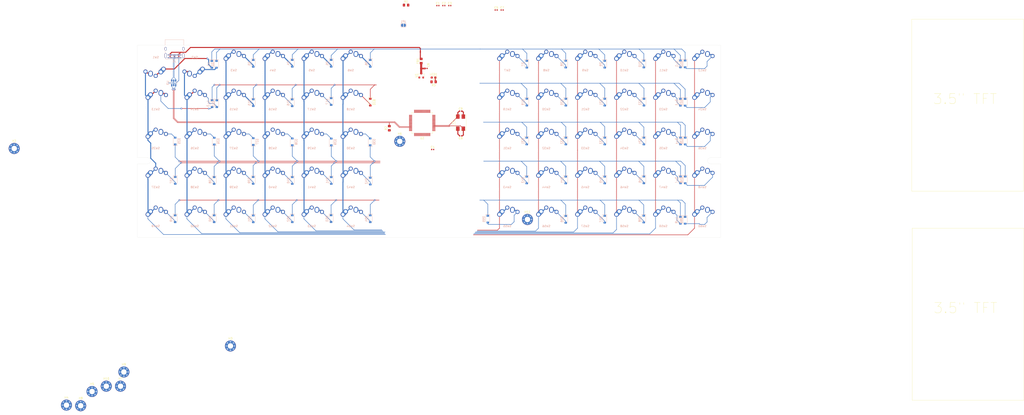
<source format=kicad_pcb>
(kicad_pcb (version 20171130) (host pcbnew "(5.1.6)-1")
  (layers (0 F.Cu signal) (31 B.Cu signal) (34 B.Paste user) (35 F.Paste user) (36 B.SilkS user) (37 F.SilkS user) (38 B.Mask user) (39 F.Mask user) (44 Edge.Cuts user))
  (net 0 "")
  (net 1 GND)
  (net 2 HSE_IN)
  (net 3 HSE_OUT)
  (net 4 +3V3)
  (net 5 "Net-(D1-Pad2)")
  (net 6 Row0)
  (net 7 Row1)
  (net 8 "Net-(D2-Pad2)")
  (net 9 "Net-(D3-Pad2)")
  (net 10 Row2)
  (net 11 Row3)
  (net 12 "Net-(D4-Pad2)")
  (net 13 "Net-(D5-Pad2)")
  (net 14 Row4)
  (net 15 "Net-(D6-Pad2)")
  (net 16 "Net-(D7-Pad2)")
  (net 17 "Net-(D8-Pad2)")
  (net 18 "Net-(D9-Pad2)")
  (net 19 "Net-(D10-Pad2)")
  (net 20 "Net-(D11-Pad2)")
  (net 21 "Net-(D12-Pad2)")
  (net 22 "Net-(D13-Pad2)")
  (net 23 "Net-(D14-Pad2)")
  (net 24 "Net-(D15-Pad2)")
  (net 25 "Net-(D16-Pad2)")
  (net 26 "Net-(D17-Pad2)")
  (net 27 "Net-(D18-Pad2)")
  (net 28 "Net-(D19-Pad2)")
  (net 29 "Net-(D20-Pad2)")
  (net 30 "Net-(D21-Pad2)")
  (net 31 "Net-(D22-Pad2)")
  (net 32 "Net-(D23-Pad2)")
  (net 33 "Net-(D24-Pad2)")
  (net 34 "Net-(D25-Pad2)")
  (net 35 "Net-(D26-Pad2)")
  (net 36 "Net-(D27-Pad2)")
  (net 37 "Net-(D28-Pad2)")
  (net 38 "Net-(D29-Pad2)")
  (net 39 "Net-(D30-Pad2)")
  (net 40 "Net-(D31-Pad2)")
  (net 41 "Net-(D32-Pad2)")
  (net 42 "Net-(D33-Pad2)")
  (net 43 "Net-(D34-Pad2)")
  (net 44 "Net-(D35-Pad2)")
  (net 45 "Net-(D36-Pad2)")
  (net 46 "Net-(D37-Pad2)")
  (net 47 "Net-(D38-Pad2)")
  (net 48 "Net-(D39-Pad2)")
  (net 49 "Net-(D40-Pad2)")
  (net 50 "Net-(D41-Pad2)")
  (net 51 "Net-(D42-Pad2)")
  (net 52 "Net-(D43-Pad2)")
  (net 53 "Net-(D44-Pad2)")
  (net 54 "Net-(D45-Pad2)")
  (net 55 "Net-(D46-Pad2)")
  (net 56 "Net-(D47-Pad2)")
  (net 57 "Net-(D48-Pad2)")
  (net 58 "Net-(D49-Pad2)")
  (net 59 "Net-(D50-Pad2)")
  (net 60 "Net-(D51-Pad2)")
  (net 61 "Net-(D52-Pad2)")
  (net 62 "Net-(D53-Pad2)")
  (net 63 "Net-(D54-Pad2)")
  (net 64 "Net-(D55-Pad2)")
  (net 65 "Net-(D56-Pad2)")
  (net 66 "Net-(D57-Pad2)")
  (net 67 "Net-(D58-Pad2)")
  (net 68 "Net-(D59-Pad2)")
  (net 69 "Net-(D60-Pad2)")
  (net 70 +5V)
  (net 71 SWDIO)
  (net 72 SWCLK)
  (net 73 SWO)
  (net 74 UART_RX)
  (net 75 UART_TX)
  (net 76 NRST)
  (net 77 "Net-(J3-PadA5)")
  (net 78 USB_D+)
  (net 79 USB_D-)
  (net 80 "Net-(J3-PadA8)")
  (net 81 "Net-(J3-PadB8)")
  (net 82 "Net-(J3-PadB5)")
  (net 83 "Net-(J3-PadS1)")
  (net 84 "Net-(JP1-Pad2)")
  (net 85 "Net-(LED1-Pad1)")
  (net 86 USBD+)
  (net 87 Col0)
  (net 88 Col1)
  (net 89 Col2)
  (net 90 Col3)
  (net 91 Col4)
  (net 92 Col5)
  (net 93 Col6)
  (net 94 Col7)
  (net 95 Col8)
  (net 96 Col9)
  (net 97 Col10)
  (net 98 Col11)
  (net 99 Col12)
  (net 100 Col13)
  (net 101 LCD_LED)
  (net 102 TS_BSY)
  (net 103 TS_CS)
  (net 104 SPI_SCK)
  (net 105 SPI_MISO)
  (net 106 SPI_MOSI)
  (net 107 LCD_CS)
  (net 108 LCD_DC)
  (net 109 LCD_RST)
  (net 110 USBD-)
  (net 111 "Net-(C6-Pad1)")
  (net 112 Row5)
  (net 113 "Net-(U2-Pad2)")
  (net 114 "Net-(U2-Pad3)")
  (net 115 "Net-(U2-Pad4)")
  (net 116 "Net-(U2-Pad16)")
  (net 117 "Net-(U2-Pad27)")
  (net 118 "Net-(U2-Pad28)")
  (net 119 "Net-(U2-Pad29)")
  (net 120 "Net-(U2-Pad30)")
  (net 121 "Net-(U2-Pad33)")
  (net 122 "Net-(U2-Pad34)")
  (net 123 "Net-(U2-Pad35)")
  (net 124 "Net-(U2-Pad43)")
  (net 125 "Net-(U2-Pad50)")
  (net 126 "Net-(U2-Pad53)")
  (module Keebio-Parts:MX-Alps-Choc-1U-NoLED (layer F.Cu) (at 547.85 76.1)
    (fp_text reference SW10 (at 0 3.175) (layer B.SilkS) (effects (justify mirror)))
    (fp_text value SW_Push)
    (pad 1 thru_hole oval (at 2.5 -4.5 86.1) (size 2.831378 2.25) (drill 1.47 (offset 0.290689 0)) (layers *.Cu *.Mask) (net 19 "Net-(D10-Pad2)"))
    (pad 1 thru_hole circle (at 2.54 -5.08) (size 2.25 2.25) (drill 1.47) (layers *.Cu *.Mask) (net 19 "Net-(D10-Pad2)"))
    (pad 2 thru_hole oval (at -3.81 -2.54 48.1) (size 4.211556 2.25) (drill 1.47 (offset 0.980778 0)) (layers *.Cu *.Mask) (net 97 Col10))
    (pad "" np_thru_hole circle (at 0 0) (size 3.9878 3.9878) (drill 3.9878) (layers *.Cu *.Mask))
    (pad 2 thru_hole circle (at -2.5 -4) (size 2.25 2.25) (drill 1.47) (layers *.Cu *.Mask) (net 97 Col10))
    (pad "" np_thru_hole circle (at -5.08 0 48.0996) (size 1.75 1.75) (drill 1.75) (layers *.Cu *.Mask))
    (pad "" np_thru_hole circle (at 5.08 0 48.0996) (size 1.75 1.75) (drill 1.75) (layers *.Cu *.Mask))
    (pad 1 thru_hole circle (at 5 -3.8) (size 2 2) (drill 1.2) (layers *.Cu *.Mask) (net 19 "Net-(D10-Pad2)"))
    (pad 2 thru_hole circle (at 0 -5.9) (size 2 2) (drill 1.2) (layers *.Cu *.Mask) (net 97 Col10))
    (pad "" np_thru_hole circle (at -5.5 0 48.1) (size 1.7 1.7) (drill 1.7) (layers *.Cu *.Mask))
    (pad "" np_thru_hole circle (at 5.5 0 48.1) (size 1.7 1.7) (drill 1.7) (layers *.Cu *.Mask))
    (pad "" np_thru_hole circle (at -5.22 4.2 48.1) (size 1.2 1.2) (drill 1.2) (layers *.Cu *.Mask))
  )
  (module Keebio-Parts:MX-Alps-Choc-1U-NoLED (layer F.Cu) (at 338.05 76.1 180)
    (fp_text reference SW2 (at 0 3.175 180) (layer B.SilkS) (effects (justify mirror)))
    (fp_text value SW_Push)
    (pad "" np_thru_hole circle (at -5.22 4.2 228.1) (size 1.2 1.2) (drill 1.2) (layers *.Cu *.Mask))
    (pad "" np_thru_hole circle (at 5.5 0 228.1) (size 1.7 1.7) (drill 1.7) (layers *.Cu *.Mask))
    (pad "" np_thru_hole circle (at -5.5 0 228.1) (size 1.7 1.7) (drill 1.7) (layers *.Cu *.Mask))
    (pad 2 thru_hole circle (at 0 -5.9 180) (size 2 2) (drill 1.2) (layers *.Cu *.Mask) (net 8 "Net-(D2-Pad2)"))
    (pad 1 thru_hole circle (at 5 -3.8 180) (size 2 2) (drill 1.2) (layers *.Cu *.Mask) (net 89 Col2))
    (pad "" np_thru_hole circle (at 5.08 0 228.0996) (size 1.75 1.75) (drill 1.75) (layers *.Cu *.Mask))
    (pad "" np_thru_hole circle (at -5.08 0 228.0996) (size 1.75 1.75) (drill 1.75) (layers *.Cu *.Mask))
    (pad 2 thru_hole circle (at -2.5 -4 180) (size 2.25 2.25) (drill 1.47) (layers *.Cu *.Mask) (net 8 "Net-(D2-Pad2)"))
    (pad "" np_thru_hole circle (at 0 0 180) (size 3.9878 3.9878) (drill 3.9878) (layers *.Cu *.Mask))
    (pad 2 thru_hole oval (at -3.81 -2.54 228.1) (size 4.211556 2.25) (drill 1.47 (offset 0.980778 0)) (layers *.Cu *.Mask) (net 8 "Net-(D2-Pad2)"))
    (pad 1 thru_hole circle (at 2.54 -5.08 180) (size 2.25 2.25) (drill 1.47) (layers *.Cu *.Mask) (net 89 Col2))
    (pad 1 thru_hole oval (at 2.5 -4.5 266.1) (size 2.831378 2.25) (drill 1.47 (offset 0.290689 0)) (layers *.Cu *.Mask) (net 89 Col2))
  )
  (module Keebio-Parts:MX-Alps-Choc-1U-NoLED (layer F.Cu) (at 319 76.1 180)
    (fp_text reference SW1 (at 0 3.175) (layer B.SilkS) (effects (justify mirror)))
    (fp_text value SW_Push)
    (pad "" np_thru_hole circle (at 5.5 0 228.1) (size 1.7 1.7) (drill 1.7) (layers *.Cu *.Mask))
    (pad "" np_thru_hole circle (at -5.5 0 228.1) (size 1.7 1.7) (drill 1.7) (layers *.Cu *.Mask))
    (pad 2 thru_hole circle (at 0 -5.9 180) (size 2 2) (drill 1.2) (layers *.Cu *.Mask) (net 5 "Net-(D1-Pad2)"))
    (pad 1 thru_hole circle (at 5 -3.8 180) (size 2 2) (drill 1.2) (layers *.Cu *.Mask) (net 88 Col1))
    (pad "" np_thru_hole circle (at 5.08 0 228.0996) (size 1.75 1.75) (drill 1.75) (layers *.Cu *.Mask))
    (pad "" np_thru_hole circle (at -5.08 0 228.0996) (size 1.75 1.75) (drill 1.75) (layers *.Cu *.Mask))
    (pad 2 thru_hole circle (at -2.5 -4 180) (size 2.25 2.25) (drill 1.47) (layers *.Cu *.Mask) (net 5 "Net-(D1-Pad2)"))
    (pad "" np_thru_hole circle (at 0 0 180) (size 3.9878 3.9878) (drill 3.9878) (layers *.Cu *.Mask))
    (pad 2 thru_hole oval (at -3.81 -2.54 228.1) (size 4.211556 2.25) (drill 1.47 (offset 0.980778 0)) (layers *.Cu *.Mask) (net 5 "Net-(D1-Pad2)"))
    (pad 1 thru_hole circle (at 2.54 -5.08 180) (size 2.25 2.25) (drill 1.47) (layers *.Cu *.Mask) (net 88 Col1))
    (pad 1 thru_hole oval (at 2.5 -4.5 266.1) (size 2.831378 2.25) (drill 1.47 (offset 0.290689 0)) (layers *.Cu *.Mask) (net 88 Col1))
  )
  (module Keebio-Parts:MX-Alps-Choc-1U-NoLED (layer F.Cu) (at 547.85 152.3)
    (fp_text reference SW58 (at 0 3.175) (layer B.SilkS) (effects (justify mirror)))
    (fp_text value SW_Push)
    (pad 1 thru_hole oval (at 2.5 -4.5 86.1) (size 2.831378 2.25) (drill 1.47 (offset 0.290689 0)) (layers *.Cu *.Mask) (net 67 "Net-(D58-Pad2)"))
    (pad 1 thru_hole circle (at 2.54 -5.08) (size 2.25 2.25) (drill 1.47) (layers *.Cu *.Mask) (net 67 "Net-(D58-Pad2)"))
    (pad 2 thru_hole oval (at -3.81 -2.54 48.1) (size 4.211556 2.25) (drill 1.47 (offset 0.980778 0)) (layers *.Cu *.Mask) (net 97 Col10))
    (pad "" np_thru_hole circle (at 0 0) (size 3.9878 3.9878) (drill 3.9878) (layers *.Cu *.Mask))
    (pad 2 thru_hole circle (at -2.5 -4) (size 2.25 2.25) (drill 1.47) (layers *.Cu *.Mask) (net 97 Col10))
    (pad "" np_thru_hole circle (at -5.08 0 48.0996) (size 1.75 1.75) (drill 1.75) (layers *.Cu *.Mask))
    (pad "" np_thru_hole circle (at 5.08 0 48.0996) (size 1.75 1.75) (drill 1.75) (layers *.Cu *.Mask))
    (pad 1 thru_hole circle (at 5 -3.8) (size 2 2) (drill 1.2) (layers *.Cu *.Mask) (net 67 "Net-(D58-Pad2)"))
    (pad 2 thru_hole circle (at 0 -5.9) (size 2 2) (drill 1.2) (layers *.Cu *.Mask) (net 97 Col10))
    (pad "" np_thru_hole circle (at -5.5 0 48.1) (size 1.7 1.7) (drill 1.7) (layers *.Cu *.Mask))
    (pad "" np_thru_hole circle (at 5.5 0 48.1) (size 1.7 1.7) (drill 1.7) (layers *.Cu *.Mask))
    (pad "" np_thru_hole circle (at -5.22 4.2 48.1) (size 1.2 1.2) (drill 1.2) (layers *.Cu *.Mask))
  )
  (module Keebio-Parts:MX-Alps-Choc-1U-NoLED (layer F.Cu) (at 414.25 133.25)
    (fp_text reference SW42 (at 0 3.175) (layer B.SilkS) (effects (justify mirror)))
    (fp_text value SW_Push)
    (pad 1 thru_hole oval (at 2.5 -4.5 86.1) (size 2.831378 2.25) (drill 1.47 (offset 0.290689 0)) (layers *.Cu *.Mask) (net 51 "Net-(D42-Pad2)"))
    (pad 1 thru_hole circle (at 2.54 -5.08) (size 2.25 2.25) (drill 1.47) (layers *.Cu *.Mask) (net 51 "Net-(D42-Pad2)"))
    (pad 2 thru_hole oval (at -3.81 -2.54 48.1) (size 4.211556 2.25) (drill 1.47 (offset 0.980778 0)) (layers *.Cu *.Mask) (net 93 Col6))
    (pad "" np_thru_hole circle (at 0 0) (size 3.9878 3.9878) (drill 3.9878) (layers *.Cu *.Mask))
    (pad 2 thru_hole circle (at -2.5 -4) (size 2.25 2.25) (drill 1.47) (layers *.Cu *.Mask) (net 93 Col6))
    (pad "" np_thru_hole circle (at -5.08 0 48.0996) (size 1.75 1.75) (drill 1.75) (layers *.Cu *.Mask))
    (pad "" np_thru_hole circle (at 5.08 0 48.0996) (size 1.75 1.75) (drill 1.75) (layers *.Cu *.Mask))
    (pad 1 thru_hole circle (at 5 -3.8) (size 2 2) (drill 1.2) (layers *.Cu *.Mask) (net 51 "Net-(D42-Pad2)"))
    (pad 2 thru_hole circle (at 0 -5.9) (size 2 2) (drill 1.2) (layers *.Cu *.Mask) (net 93 Col6))
    (pad "" np_thru_hole circle (at -5.5 0 48.1) (size 1.7 1.7) (drill 1.7) (layers *.Cu *.Mask))
    (pad "" np_thru_hole circle (at 5.5 0 48.1) (size 1.7 1.7) (drill 1.7) (layers *.Cu *.Mask))
    (pad "" np_thru_hole circle (at -5.22 4.2 48.1) (size 1.2 1.2) (drill 1.2) (layers *.Cu *.Mask))
  )
  (module Keebio-Parts:MX-Alps-Choc-1U-NoLED (layer F.Cu) (at 509.75 152.3)
    (fp_text reference SW56 (at 0 3.175) (layer B.SilkS) (effects (justify mirror)))
    (fp_text value SW_Push)
    (pad 1 thru_hole oval (at 2.5 -4.5 86.1) (size 2.831378 2.25) (drill 1.47 (offset 0.290689 0)) (layers *.Cu *.Mask) (net 65 "Net-(D56-Pad2)"))
    (pad 1 thru_hole circle (at 2.54 -5.08) (size 2.25 2.25) (drill 1.47) (layers *.Cu *.Mask) (net 65 "Net-(D56-Pad2)"))
    (pad 2 thru_hole oval (at -3.81 -2.54 48.1) (size 4.211556 2.25) (drill 1.47 (offset 0.980778 0)) (layers *.Cu *.Mask) (net 95 Col8))
    (pad "" np_thru_hole circle (at 0 0) (size 3.9878 3.9878) (drill 3.9878) (layers *.Cu *.Mask))
    (pad 2 thru_hole circle (at -2.5 -4) (size 2.25 2.25) (drill 1.47) (layers *.Cu *.Mask) (net 95 Col8))
    (pad "" np_thru_hole circle (at -5.08 0 48.0996) (size 1.75 1.75) (drill 1.75) (layers *.Cu *.Mask))
    (pad "" np_thru_hole circle (at 5.08 0 48.0996) (size 1.75 1.75) (drill 1.75) (layers *.Cu *.Mask))
    (pad 1 thru_hole circle (at 5 -3.8) (size 2 2) (drill 1.2) (layers *.Cu *.Mask) (net 65 "Net-(D56-Pad2)"))
    (pad 2 thru_hole circle (at 0 -5.9) (size 2 2) (drill 1.2) (layers *.Cu *.Mask) (net 95 Col8))
    (pad "" np_thru_hole circle (at -5.5 0 48.1) (size 1.7 1.7) (drill 1.7) (layers *.Cu *.Mask))
    (pad "" np_thru_hole circle (at 5.5 0 48.1) (size 1.7 1.7) (drill 1.7) (layers *.Cu *.Mask))
    (pad "" np_thru_hole circle (at -5.22 4.2 48.1) (size 1.2 1.2) (drill 1.2) (layers *.Cu *.Mask))
  )
  (module Keebio-Parts:MX-Alps-Choc-1U-NoLED (layer F.Cu) (at 490.7 133.25)
    (fp_text reference SW43 (at 0 3.175) (layer B.SilkS) (effects (justify mirror)))
    (fp_text value SW_Push)
    (pad 1 thru_hole oval (at 2.5 -4.5 86.1) (size 2.831378 2.25) (drill 1.47 (offset 0.290689 0)) (layers *.Cu *.Mask) (net 52 "Net-(D43-Pad2)"))
    (pad 1 thru_hole circle (at 2.54 -5.08) (size 2.25 2.25) (drill 1.47) (layers *.Cu *.Mask) (net 52 "Net-(D43-Pad2)"))
    (pad 2 thru_hole oval (at -3.81 -2.54 48.1) (size 4.211556 2.25) (drill 1.47 (offset 0.980778 0)) (layers *.Cu *.Mask) (net 94 Col7))
    (pad "" np_thru_hole circle (at 0 0) (size 3.9878 3.9878) (drill 3.9878) (layers *.Cu *.Mask))
    (pad 2 thru_hole circle (at -2.5 -4) (size 2.25 2.25) (drill 1.47) (layers *.Cu *.Mask) (net 94 Col7))
    (pad "" np_thru_hole circle (at -5.08 0 48.0996) (size 1.75 1.75) (drill 1.75) (layers *.Cu *.Mask))
    (pad "" np_thru_hole circle (at 5.08 0 48.0996) (size 1.75 1.75) (drill 1.75) (layers *.Cu *.Mask))
    (pad 1 thru_hole circle (at 5 -3.8) (size 2 2) (drill 1.2) (layers *.Cu *.Mask) (net 52 "Net-(D43-Pad2)"))
    (pad 2 thru_hole circle (at 0 -5.9) (size 2 2) (drill 1.2) (layers *.Cu *.Mask) (net 94 Col7))
    (pad "" np_thru_hole circle (at -5.5 0 48.1) (size 1.7 1.7) (drill 1.7) (layers *.Cu *.Mask))
    (pad "" np_thru_hole circle (at 5.5 0 48.1) (size 1.7 1.7) (drill 1.7) (layers *.Cu *.Mask))
    (pad "" np_thru_hole circle (at -5.22 4.2 48.1) (size 1.2 1.2) (drill 1.2) (layers *.Cu *.Mask))
  )
  (module Keebio-Parts:MX-Alps-Choc-1U-NoLED (layer F.Cu) (at 395.2 133.25)
    (fp_text reference SW41 (at 0 3.175) (layer B.SilkS) (effects (justify mirror)))
    (fp_text value SW_Push)
    (pad 1 thru_hole oval (at 2.5 -4.5 86.1) (size 2.831378 2.25) (drill 1.47 (offset 0.290689 0)) (layers *.Cu *.Mask) (net 50 "Net-(D41-Pad2)"))
    (pad 1 thru_hole circle (at 2.54 -5.08) (size 2.25 2.25) (drill 1.47) (layers *.Cu *.Mask) (net 50 "Net-(D41-Pad2)"))
    (pad 2 thru_hole oval (at -3.81 -2.54 48.1) (size 4.211556 2.25) (drill 1.47 (offset 0.980778 0)) (layers *.Cu *.Mask) (net 92 Col5))
    (pad "" np_thru_hole circle (at 0 0) (size 3.9878 3.9878) (drill 3.9878) (layers *.Cu *.Mask))
    (pad 2 thru_hole circle (at -2.5 -4) (size 2.25 2.25) (drill 1.47) (layers *.Cu *.Mask) (net 92 Col5))
    (pad "" np_thru_hole circle (at -5.08 0 48.0996) (size 1.75 1.75) (drill 1.75) (layers *.Cu *.Mask))
    (pad "" np_thru_hole circle (at 5.08 0 48.0996) (size 1.75 1.75) (drill 1.75) (layers *.Cu *.Mask))
    (pad 1 thru_hole circle (at 5 -3.8) (size 2 2) (drill 1.2) (layers *.Cu *.Mask) (net 50 "Net-(D41-Pad2)"))
    (pad 2 thru_hole circle (at 0 -5.9) (size 2 2) (drill 1.2) (layers *.Cu *.Mask) (net 92 Col5))
    (pad "" np_thru_hole circle (at -5.5 0 48.1) (size 1.7 1.7) (drill 1.7) (layers *.Cu *.Mask))
    (pad "" np_thru_hole circle (at 5.5 0 48.1) (size 1.7 1.7) (drill 1.7) (layers *.Cu *.Mask))
    (pad "" np_thru_hole circle (at -5.22 4.2 48.1) (size 1.2 1.2) (drill 1.2) (layers *.Cu *.Mask))
  )
  (module Keebio-Parts:MX-Alps-Choc-1U-NoLED (layer F.Cu) (at 528.8 133.25)
    (fp_text reference SW45 (at 0 3.175) (layer B.SilkS) (effects (justify mirror)))
    (fp_text value SW_Push)
    (pad "" np_thru_hole circle (at -5.22 4.2 48.1) (size 1.2 1.2) (drill 1.2) (layers *.Cu *.Mask))
    (pad "" np_thru_hole circle (at 5.5 0 48.1) (size 1.7 1.7) (drill 1.7) (layers *.Cu *.Mask))
    (pad "" np_thru_hole circle (at -5.5 0 48.1) (size 1.7 1.7) (drill 1.7) (layers *.Cu *.Mask))
    (pad 2 thru_hole circle (at 0 -5.9) (size 2 2) (drill 1.2) (layers *.Cu *.Mask) (net 96 Col9))
    (pad 1 thru_hole circle (at 5 -3.8) (size 2 2) (drill 1.2) (layers *.Cu *.Mask) (net 54 "Net-(D45-Pad2)"))
    (pad "" np_thru_hole circle (at 5.08 0 48.0996) (size 1.75 1.75) (drill 1.75) (layers *.Cu *.Mask))
    (pad "" np_thru_hole circle (at -5.08 0 48.0996) (size 1.75 1.75) (drill 1.75) (layers *.Cu *.Mask))
    (pad 2 thru_hole circle (at -2.5 -4) (size 2.25 2.25) (drill 1.47) (layers *.Cu *.Mask) (net 96 Col9))
    (pad "" np_thru_hole circle (at 0 0) (size 3.9878 3.9878) (drill 3.9878) (layers *.Cu *.Mask))
    (pad 2 thru_hole oval (at -3.81 -2.54 48.1) (size 4.211556 2.25) (drill 1.47 (offset 0.980778 0)) (layers *.Cu *.Mask) (net 96 Col9))
    (pad 1 thru_hole circle (at 2.54 -5.08) (size 2.25 2.25) (drill 1.47) (layers *.Cu *.Mask) (net 54 "Net-(D45-Pad2)"))
    (pad 1 thru_hole oval (at 2.5 -4.5 86.1) (size 2.831378 2.25) (drill 1.47 (offset 0.290689 0)) (layers *.Cu *.Mask) (net 54 "Net-(D45-Pad2)"))
  )
  (module Keebio-Parts:MX-Alps-Choc-1U-NoLED (layer F.Cu) (at 547.85 133.25)
    (fp_text reference SW46 (at 0 3.175) (layer B.SilkS) (effects (justify mirror)))
    (fp_text value SW_Push)
    (pad "" np_thru_hole circle (at -5.22 4.2 48.1) (size 1.2 1.2) (drill 1.2) (layers *.Cu *.Mask))
    (pad "" np_thru_hole circle (at 5.5 0 48.1) (size 1.7 1.7) (drill 1.7) (layers *.Cu *.Mask))
    (pad "" np_thru_hole circle (at -5.5 0 48.1) (size 1.7 1.7) (drill 1.7) (layers *.Cu *.Mask))
    (pad 2 thru_hole circle (at 0 -5.9) (size 2 2) (drill 1.2) (layers *.Cu *.Mask) (net 97 Col10))
    (pad 1 thru_hole circle (at 5 -3.8) (size 2 2) (drill 1.2) (layers *.Cu *.Mask) (net 55 "Net-(D46-Pad2)"))
    (pad "" np_thru_hole circle (at 5.08 0 48.0996) (size 1.75 1.75) (drill 1.75) (layers *.Cu *.Mask))
    (pad "" np_thru_hole circle (at -5.08 0 48.0996) (size 1.75 1.75) (drill 1.75) (layers *.Cu *.Mask))
    (pad 2 thru_hole circle (at -2.5 -4) (size 2.25 2.25) (drill 1.47) (layers *.Cu *.Mask) (net 97 Col10))
    (pad "" np_thru_hole circle (at 0 0) (size 3.9878 3.9878) (drill 3.9878) (layers *.Cu *.Mask))
    (pad 2 thru_hole oval (at -3.81 -2.54 48.1) (size 4.211556 2.25) (drill 1.47 (offset 0.980778 0)) (layers *.Cu *.Mask) (net 97 Col10))
    (pad 1 thru_hole circle (at 2.54 -5.08) (size 2.25 2.25) (drill 1.47) (layers *.Cu *.Mask) (net 55 "Net-(D46-Pad2)"))
    (pad 1 thru_hole oval (at 2.5 -4.5 86.1) (size 2.831378 2.25) (drill 1.47 (offset 0.290689 0)) (layers *.Cu *.Mask) (net 55 "Net-(D46-Pad2)"))
  )
  (module Keebio-Parts:MX-Alps-Choc-1U-NoLED (layer F.Cu) (at 376.15 133.25)
    (fp_text reference SW40 (at 0 3.175) (layer B.SilkS) (effects (justify mirror)))
    (fp_text value SW_Push)
    (pad "" np_thru_hole circle (at -5.22 4.2 48.1) (size 1.2 1.2) (drill 1.2) (layers *.Cu *.Mask))
    (pad "" np_thru_hole circle (at 5.5 0 48.1) (size 1.7 1.7) (drill 1.7) (layers *.Cu *.Mask))
    (pad "" np_thru_hole circle (at -5.5 0 48.1) (size 1.7 1.7) (drill 1.7) (layers *.Cu *.Mask))
    (pad 2 thru_hole circle (at 0 -5.9) (size 2 2) (drill 1.2) (layers *.Cu *.Mask) (net 91 Col4))
    (pad 1 thru_hole circle (at 5 -3.8) (size 2 2) (drill 1.2) (layers *.Cu *.Mask) (net 49 "Net-(D40-Pad2)"))
    (pad "" np_thru_hole circle (at 5.08 0 48.0996) (size 1.75 1.75) (drill 1.75) (layers *.Cu *.Mask))
    (pad "" np_thru_hole circle (at -5.08 0 48.0996) (size 1.75 1.75) (drill 1.75) (layers *.Cu *.Mask))
    (pad 2 thru_hole circle (at -2.5 -4) (size 2.25 2.25) (drill 1.47) (layers *.Cu *.Mask) (net 91 Col4))
    (pad "" np_thru_hole circle (at 0 0) (size 3.9878 3.9878) (drill 3.9878) (layers *.Cu *.Mask))
    (pad 2 thru_hole oval (at -3.81 -2.54 48.1) (size 4.211556 2.25) (drill 1.47 (offset 0.980778 0)) (layers *.Cu *.Mask) (net 91 Col4))
    (pad 1 thru_hole circle (at 2.54 -5.08) (size 2.25 2.25) (drill 1.47) (layers *.Cu *.Mask) (net 49 "Net-(D40-Pad2)"))
    (pad 1 thru_hole oval (at 2.5 -4.5 86.1) (size 2.831378 2.25) (drill 1.47 (offset 0.290689 0)) (layers *.Cu *.Mask) (net 49 "Net-(D40-Pad2)"))
  )
  (module Keebio-Parts:MX-Alps-Choc-1U-NoLED (layer F.Cu) (at 376.15 152.3)
    (fp_text reference SW52 (at 0 3.175) (layer B.SilkS) (effects (justify mirror)))
    (fp_text value SW_Push)
    (pad 1 thru_hole oval (at 2.5 -4.5 86.1) (size 2.831378 2.25) (drill 1.47 (offset 0.290689 0)) (layers *.Cu *.Mask) (net 61 "Net-(D52-Pad2)"))
    (pad 1 thru_hole circle (at 2.54 -5.08) (size 2.25 2.25) (drill 1.47) (layers *.Cu *.Mask) (net 61 "Net-(D52-Pad2)"))
    (pad 2 thru_hole oval (at -3.81 -2.54 48.1) (size 4.211556 2.25) (drill 1.47 (offset 0.980778 0)) (layers *.Cu *.Mask) (net 91 Col4))
    (pad "" np_thru_hole circle (at 0 0) (size 3.9878 3.9878) (drill 3.9878) (layers *.Cu *.Mask))
    (pad 2 thru_hole circle (at -2.5 -4) (size 2.25 2.25) (drill 1.47) (layers *.Cu *.Mask) (net 91 Col4))
    (pad "" np_thru_hole circle (at -5.08 0 48.0996) (size 1.75 1.75) (drill 1.75) (layers *.Cu *.Mask))
    (pad "" np_thru_hole circle (at 5.08 0 48.0996) (size 1.75 1.75) (drill 1.75) (layers *.Cu *.Mask))
    (pad 1 thru_hole circle (at 5 -3.8) (size 2 2) (drill 1.2) (layers *.Cu *.Mask) (net 61 "Net-(D52-Pad2)"))
    (pad 2 thru_hole circle (at 0 -5.9) (size 2 2) (drill 1.2) (layers *.Cu *.Mask) (net 91 Col4))
    (pad "" np_thru_hole circle (at -5.5 0 48.1) (size 1.7 1.7) (drill 1.7) (layers *.Cu *.Mask))
    (pad "" np_thru_hole circle (at 5.5 0 48.1) (size 1.7 1.7) (drill 1.7) (layers *.Cu *.Mask))
    (pad "" np_thru_hole circle (at -5.22 4.2 48.1) (size 1.2 1.2) (drill 1.2) (layers *.Cu *.Mask))
  )
  (module Keebio-Parts:MX-Alps-Choc-1U-NoLED (layer F.Cu) (at 509.75 133.25)
    (fp_text reference SW44 (at 0 3.175) (layer B.SilkS) (effects (justify mirror)))
    (fp_text value SW_Push)
    (pad "" np_thru_hole circle (at -5.22 4.2 48.1) (size 1.2 1.2) (drill 1.2) (layers *.Cu *.Mask))
    (pad "" np_thru_hole circle (at 5.5 0 48.1) (size 1.7 1.7) (drill 1.7) (layers *.Cu *.Mask))
    (pad "" np_thru_hole circle (at -5.5 0 48.1) (size 1.7 1.7) (drill 1.7) (layers *.Cu *.Mask))
    (pad 2 thru_hole circle (at 0 -5.9) (size 2 2) (drill 1.2) (layers *.Cu *.Mask) (net 95 Col8))
    (pad 1 thru_hole circle (at 5 -3.8) (size 2 2) (drill 1.2) (layers *.Cu *.Mask) (net 53 "Net-(D44-Pad2)"))
    (pad "" np_thru_hole circle (at 5.08 0 48.0996) (size 1.75 1.75) (drill 1.75) (layers *.Cu *.Mask))
    (pad "" np_thru_hole circle (at -5.08 0 48.0996) (size 1.75 1.75) (drill 1.75) (layers *.Cu *.Mask))
    (pad 2 thru_hole circle (at -2.5 -4) (size 2.25 2.25) (drill 1.47) (layers *.Cu *.Mask) (net 95 Col8))
    (pad "" np_thru_hole circle (at 0 0) (size 3.9878 3.9878) (drill 3.9878) (layers *.Cu *.Mask))
    (pad 2 thru_hole oval (at -3.81 -2.54 48.1) (size 4.211556 2.25) (drill 1.47 (offset 0.980778 0)) (layers *.Cu *.Mask) (net 95 Col8))
    (pad 1 thru_hole circle (at 2.54 -5.08) (size 2.25 2.25) (drill 1.47) (layers *.Cu *.Mask) (net 53 "Net-(D44-Pad2)"))
    (pad 1 thru_hole oval (at 2.5 -4.5 86.1) (size 2.831378 2.25) (drill 1.47 (offset 0.290689 0)) (layers *.Cu *.Mask) (net 53 "Net-(D44-Pad2)"))
  )
  (module Keebio-Parts:MX-Alps-Choc-1U-NoLED (layer F.Cu) (at 528.8 152.3)
    (fp_text reference SW57 (at 0 3.175) (layer B.SilkS) (effects (justify mirror)))
    (fp_text value SW_Push)
    (pad 1 thru_hole oval (at 2.5 -4.5 86.1) (size 2.831378 2.25) (drill 1.47 (offset 0.290689 0)) (layers *.Cu *.Mask) (net 66 "Net-(D57-Pad2)"))
    (pad 1 thru_hole circle (at 2.54 -5.08) (size 2.25 2.25) (drill 1.47) (layers *.Cu *.Mask) (net 66 "Net-(D57-Pad2)"))
    (pad 2 thru_hole oval (at -3.81 -2.54 48.1) (size 4.211556 2.25) (drill 1.47 (offset 0.980778 0)) (layers *.Cu *.Mask) (net 96 Col9))
    (pad "" np_thru_hole circle (at 0 0) (size 3.9878 3.9878) (drill 3.9878) (layers *.Cu *.Mask))
    (pad 2 thru_hole circle (at -2.5 -4) (size 2.25 2.25) (drill 1.47) (layers *.Cu *.Mask) (net 96 Col9))
    (pad "" np_thru_hole circle (at -5.08 0 48.0996) (size 1.75 1.75) (drill 1.75) (layers *.Cu *.Mask))
    (pad "" np_thru_hole circle (at 5.08 0 48.0996) (size 1.75 1.75) (drill 1.75) (layers *.Cu *.Mask))
    (pad 1 thru_hole circle (at 5 -3.8) (size 2 2) (drill 1.2) (layers *.Cu *.Mask) (net 66 "Net-(D57-Pad2)"))
    (pad 2 thru_hole circle (at 0 -5.9) (size 2 2) (drill 1.2) (layers *.Cu *.Mask) (net 96 Col9))
    (pad "" np_thru_hole circle (at -5.5 0 48.1) (size 1.7 1.7) (drill 1.7) (layers *.Cu *.Mask))
    (pad "" np_thru_hole circle (at 5.5 0 48.1) (size 1.7 1.7) (drill 1.7) (layers *.Cu *.Mask))
    (pad "" np_thru_hole circle (at -5.22 4.2 48.1) (size 1.2 1.2) (drill 1.2) (layers *.Cu *.Mask))
  )
  (module Keebio-Parts:MX-Alps-Choc-1U-NoLED (layer F.Cu) (at 357.1 152.3)
    (fp_text reference SW51 (at 0 3.175) (layer B.SilkS) (effects (justify mirror)))
    (fp_text value SW_Push)
    (pad 1 thru_hole oval (at 2.5 -4.5 86.1) (size 2.831378 2.25) (drill 1.47 (offset 0.290689 0)) (layers *.Cu *.Mask) (net 60 "Net-(D51-Pad2)"))
    (pad 1 thru_hole circle (at 2.54 -5.08) (size 2.25 2.25) (drill 1.47) (layers *.Cu *.Mask) (net 60 "Net-(D51-Pad2)"))
    (pad 2 thru_hole oval (at -3.81 -2.54 48.1) (size 4.211556 2.25) (drill 1.47 (offset 0.980778 0)) (layers *.Cu *.Mask) (net 90 Col3))
    (pad "" np_thru_hole circle (at 0 0) (size 3.9878 3.9878) (drill 3.9878) (layers *.Cu *.Mask))
    (pad 2 thru_hole circle (at -2.5 -4) (size 2.25 2.25) (drill 1.47) (layers *.Cu *.Mask) (net 90 Col3))
    (pad "" np_thru_hole circle (at -5.08 0 48.0996) (size 1.75 1.75) (drill 1.75) (layers *.Cu *.Mask))
    (pad "" np_thru_hole circle (at 5.08 0 48.0996) (size 1.75 1.75) (drill 1.75) (layers *.Cu *.Mask))
    (pad 1 thru_hole circle (at 5 -3.8) (size 2 2) (drill 1.2) (layers *.Cu *.Mask) (net 60 "Net-(D51-Pad2)"))
    (pad 2 thru_hole circle (at 0 -5.9) (size 2 2) (drill 1.2) (layers *.Cu *.Mask) (net 90 Col3))
    (pad "" np_thru_hole circle (at -5.5 0 48.1) (size 1.7 1.7) (drill 1.7) (layers *.Cu *.Mask))
    (pad "" np_thru_hole circle (at 5.5 0 48.1) (size 1.7 1.7) (drill 1.7) (layers *.Cu *.Mask))
    (pad "" np_thru_hole circle (at -5.22 4.2 48.1) (size 1.2 1.2) (drill 1.2) (layers *.Cu *.Mask))
  )
  (module Keebio-Parts:MX-Alps-Choc-1U-NoLED (layer F.Cu) (at 319 152.3)
    (fp_text reference SW49 (at 0 3.175) (layer B.SilkS) (effects (justify mirror)))
    (fp_text value SW_Push)
    (pad "" np_thru_hole circle (at -5.22 4.2 48.1) (size 1.2 1.2) (drill 1.2) (layers *.Cu *.Mask))
    (pad "" np_thru_hole circle (at 5.5 0 48.1) (size 1.7 1.7) (drill 1.7) (layers *.Cu *.Mask))
    (pad "" np_thru_hole circle (at -5.5 0 48.1) (size 1.7 1.7) (drill 1.7) (layers *.Cu *.Mask))
    (pad 2 thru_hole circle (at 0 -5.9) (size 2 2) (drill 1.2) (layers *.Cu *.Mask) (net 88 Col1))
    (pad 1 thru_hole circle (at 5 -3.8) (size 2 2) (drill 1.2) (layers *.Cu *.Mask) (net 58 "Net-(D49-Pad2)"))
    (pad "" np_thru_hole circle (at 5.08 0 48.0996) (size 1.75 1.75) (drill 1.75) (layers *.Cu *.Mask))
    (pad "" np_thru_hole circle (at -5.08 0 48.0996) (size 1.75 1.75) (drill 1.75) (layers *.Cu *.Mask))
    (pad 2 thru_hole circle (at -2.5 -4) (size 2.25 2.25) (drill 1.47) (layers *.Cu *.Mask) (net 88 Col1))
    (pad "" np_thru_hole circle (at 0 0) (size 3.9878 3.9878) (drill 3.9878) (layers *.Cu *.Mask))
    (pad 2 thru_hole oval (at -3.81 -2.54 48.1) (size 4.211556 2.25) (drill 1.47 (offset 0.980778 0)) (layers *.Cu *.Mask) (net 88 Col1))
    (pad 1 thru_hole circle (at 2.54 -5.08) (size 2.25 2.25) (drill 1.47) (layers *.Cu *.Mask) (net 58 "Net-(D49-Pad2)"))
    (pad 1 thru_hole oval (at 2.5 -4.5 86.1) (size 2.831378 2.25) (drill 1.47 (offset 0.290689 0)) (layers *.Cu *.Mask) (net 58 "Net-(D49-Pad2)"))
  )
  (module Keebio-Parts:MX-Alps-Choc-1U-NoLED (layer F.Cu) (at 338.05 152.3)
    (fp_text reference SW50 (at 0 3.175) (layer B.SilkS) (effects (justify mirror)))
    (fp_text value SW_Push)
    (pad 1 thru_hole oval (at 2.5 -4.5 86.1) (size 2.831378 2.25) (drill 1.47 (offset 0.290689 0)) (layers *.Cu *.Mask) (net 59 "Net-(D50-Pad2)"))
    (pad 1 thru_hole circle (at 2.54 -5.08) (size 2.25 2.25) (drill 1.47) (layers *.Cu *.Mask) (net 59 "Net-(D50-Pad2)"))
    (pad 2 thru_hole oval (at -3.81 -2.54 48.1) (size 4.211556 2.25) (drill 1.47 (offset 0.980778 0)) (layers *.Cu *.Mask) (net 89 Col2))
    (pad "" np_thru_hole circle (at 0 0) (size 3.9878 3.9878) (drill 3.9878) (layers *.Cu *.Mask))
    (pad 2 thru_hole circle (at -2.5 -4) (size 2.25 2.25) (drill 1.47) (layers *.Cu *.Mask) (net 89 Col2))
    (pad "" np_thru_hole circle (at -5.08 0 48.0996) (size 1.75 1.75) (drill 1.75) (layers *.Cu *.Mask))
    (pad "" np_thru_hole circle (at 5.08 0 48.0996) (size 1.75 1.75) (drill 1.75) (layers *.Cu *.Mask))
    (pad 1 thru_hole circle (at 5 -3.8) (size 2 2) (drill 1.2) (layers *.Cu *.Mask) (net 59 "Net-(D50-Pad2)"))
    (pad 2 thru_hole circle (at 0 -5.9) (size 2 2) (drill 1.2) (layers *.Cu *.Mask) (net 89 Col2))
    (pad "" np_thru_hole circle (at -5.5 0 48.1) (size 1.7 1.7) (drill 1.7) (layers *.Cu *.Mask))
    (pad "" np_thru_hole circle (at 5.5 0 48.1) (size 1.7 1.7) (drill 1.7) (layers *.Cu *.Mask))
    (pad "" np_thru_hole circle (at -5.22 4.2 48.1) (size 1.2 1.2) (drill 1.2) (layers *.Cu *.Mask))
  )
  (module Keebio-Parts:MX-Alps-Choc-1U-NoLED (layer F.Cu) (at 585.95 152.3)
    (fp_text reference SW60 (at 0 3.175) (layer B.SilkS) (effects (justify mirror)))
    (fp_text value SW_Push)
    (pad "" np_thru_hole circle (at -5.22 4.2 48.1) (size 1.2 1.2) (drill 1.2) (layers *.Cu *.Mask))
    (pad "" np_thru_hole circle (at 5.5 0 48.1) (size 1.7 1.7) (drill 1.7) (layers *.Cu *.Mask))
    (pad "" np_thru_hole circle (at -5.5 0 48.1) (size 1.7 1.7) (drill 1.7) (layers *.Cu *.Mask))
    (pad 2 thru_hole circle (at 0 -5.9) (size 2 2) (drill 1.2) (layers *.Cu *.Mask) (net 99 Col12))
    (pad 1 thru_hole circle (at 5 -3.8) (size 2 2) (drill 1.2) (layers *.Cu *.Mask) (net 69 "Net-(D60-Pad2)"))
    (pad "" np_thru_hole circle (at 5.08 0 48.0996) (size 1.75 1.75) (drill 1.75) (layers *.Cu *.Mask))
    (pad "" np_thru_hole circle (at -5.08 0 48.0996) (size 1.75 1.75) (drill 1.75) (layers *.Cu *.Mask))
    (pad 2 thru_hole circle (at -2.5 -4) (size 2.25 2.25) (drill 1.47) (layers *.Cu *.Mask) (net 99 Col12))
    (pad "" np_thru_hole circle (at 0 0) (size 3.9878 3.9878) (drill 3.9878) (layers *.Cu *.Mask))
    (pad 2 thru_hole oval (at -3.81 -2.54 48.1) (size 4.211556 2.25) (drill 1.47 (offset 0.980778 0)) (layers *.Cu *.Mask) (net 99 Col12))
    (pad 1 thru_hole circle (at 2.54 -5.08) (size 2.25 2.25) (drill 1.47) (layers *.Cu *.Mask) (net 69 "Net-(D60-Pad2)"))
    (pad 1 thru_hole oval (at 2.5 -4.5 86.1) (size 2.831378 2.25) (drill 1.47 (offset 0.290689 0)) (layers *.Cu *.Mask) (net 69 "Net-(D60-Pad2)"))
  )
  (module Keebio-Parts:MX-Alps-Choc-1U-NoLED (layer F.Cu) (at 585.95 133.25)
    (fp_text reference SW48 (at 0 3.175) (layer B.SilkS) (effects (justify mirror)))
    (fp_text value SW_Push)
    (pad 1 thru_hole oval (at 2.5 -4.5 86.1) (size 2.831378 2.25) (drill 1.47 (offset 0.290689 0)) (layers *.Cu *.Mask) (net 57 "Net-(D48-Pad2)"))
    (pad 1 thru_hole circle (at 2.54 -5.08) (size 2.25 2.25) (drill 1.47) (layers *.Cu *.Mask) (net 57 "Net-(D48-Pad2)"))
    (pad 2 thru_hole oval (at -3.81 -2.54 48.1) (size 4.211556 2.25) (drill 1.47 (offset 0.980778 0)) (layers *.Cu *.Mask) (net 99 Col12))
    (pad "" np_thru_hole circle (at 0 0) (size 3.9878 3.9878) (drill 3.9878) (layers *.Cu *.Mask))
    (pad 2 thru_hole circle (at -2.5 -4) (size 2.25 2.25) (drill 1.47) (layers *.Cu *.Mask) (net 99 Col12))
    (pad "" np_thru_hole circle (at -5.08 0 48.0996) (size 1.75 1.75) (drill 1.75) (layers *.Cu *.Mask))
    (pad "" np_thru_hole circle (at 5.08 0 48.0996) (size 1.75 1.75) (drill 1.75) (layers *.Cu *.Mask))
    (pad 1 thru_hole circle (at 5 -3.8) (size 2 2) (drill 1.2) (layers *.Cu *.Mask) (net 57 "Net-(D48-Pad2)"))
    (pad 2 thru_hole circle (at 0 -5.9) (size 2 2) (drill 1.2) (layers *.Cu *.Mask) (net 99 Col12))
    (pad "" np_thru_hole circle (at -5.5 0 48.1) (size 1.7 1.7) (drill 1.7) (layers *.Cu *.Mask))
    (pad "" np_thru_hole circle (at 5.5 0 48.1) (size 1.7 1.7) (drill 1.7) (layers *.Cu *.Mask))
    (pad "" np_thru_hole circle (at -5.22 4.2 48.1) (size 1.2 1.2) (drill 1.2) (layers *.Cu *.Mask))
  )
  (module Keebio-Parts:MX-Alps-Choc-1U-NoLED (layer F.Cu) (at 395.2 152.3)
    (fp_text reference SW53 (at 0 3.175) (layer B.SilkS) (effects (justify mirror)))
    (fp_text value SW_Push)
    (pad "" np_thru_hole circle (at -5.22 4.2 48.1) (size 1.2 1.2) (drill 1.2) (layers *.Cu *.Mask))
    (pad "" np_thru_hole circle (at 5.5 0 48.1) (size 1.7 1.7) (drill 1.7) (layers *.Cu *.Mask))
    (pad "" np_thru_hole circle (at -5.5 0 48.1) (size 1.7 1.7) (drill 1.7) (layers *.Cu *.Mask))
    (pad 2 thru_hole circle (at 0 -5.9) (size 2 2) (drill 1.2) (layers *.Cu *.Mask) (net 92 Col5))
    (pad 1 thru_hole circle (at 5 -3.8) (size 2 2) (drill 1.2) (layers *.Cu *.Mask) (net 62 "Net-(D53-Pad2)"))
    (pad "" np_thru_hole circle (at 5.08 0 48.0996) (size 1.75 1.75) (drill 1.75) (layers *.Cu *.Mask))
    (pad "" np_thru_hole circle (at -5.08 0 48.0996) (size 1.75 1.75) (drill 1.75) (layers *.Cu *.Mask))
    (pad 2 thru_hole circle (at -2.5 -4) (size 2.25 2.25) (drill 1.47) (layers *.Cu *.Mask) (net 92 Col5))
    (pad "" np_thru_hole circle (at 0 0) (size 3.9878 3.9878) (drill 3.9878) (layers *.Cu *.Mask))
    (pad 2 thru_hole oval (at -3.81 -2.54 48.1) (size 4.211556 2.25) (drill 1.47 (offset 0.980778 0)) (layers *.Cu *.Mask) (net 92 Col5))
    (pad 1 thru_hole circle (at 2.54 -5.08) (size 2.25 2.25) (drill 1.47) (layers *.Cu *.Mask) (net 62 "Net-(D53-Pad2)"))
    (pad 1 thru_hole oval (at 2.5 -4.5 86.1) (size 2.831378 2.25) (drill 1.47 (offset 0.290689 0)) (layers *.Cu *.Mask) (net 62 "Net-(D53-Pad2)"))
  )
  (module Keebio-Parts:MX-Alps-Choc-1U-NoLED (layer F.Cu) (at 566.9 133.25)
    (fp_text reference SW47 (at 0 3.175) (layer B.SilkS) (effects (justify mirror)))
    (fp_text value SW_Push)
    (pad 1 thru_hole oval (at 2.5 -4.5 86.1) (size 2.831378 2.25) (drill 1.47 (offset 0.290689 0)) (layers *.Cu *.Mask) (net 56 "Net-(D47-Pad2)"))
    (pad 1 thru_hole circle (at 2.54 -5.08) (size 2.25 2.25) (drill 1.47) (layers *.Cu *.Mask) (net 56 "Net-(D47-Pad2)"))
    (pad 2 thru_hole oval (at -3.81 -2.54 48.1) (size 4.211556 2.25) (drill 1.47 (offset 0.980778 0)) (layers *.Cu *.Mask) (net 98 Col11))
    (pad "" np_thru_hole circle (at 0 0) (size 3.9878 3.9878) (drill 3.9878) (layers *.Cu *.Mask))
    (pad 2 thru_hole circle (at -2.5 -4) (size 2.25 2.25) (drill 1.47) (layers *.Cu *.Mask) (net 98 Col11))
    (pad "" np_thru_hole circle (at -5.08 0 48.0996) (size 1.75 1.75) (drill 1.75) (layers *.Cu *.Mask))
    (pad "" np_thru_hole circle (at 5.08 0 48.0996) (size 1.75 1.75) (drill 1.75) (layers *.Cu *.Mask))
    (pad 1 thru_hole circle (at 5 -3.8) (size 2 2) (drill 1.2) (layers *.Cu *.Mask) (net 56 "Net-(D47-Pad2)"))
    (pad 2 thru_hole circle (at 0 -5.9) (size 2 2) (drill 1.2) (layers *.Cu *.Mask) (net 98 Col11))
    (pad "" np_thru_hole circle (at -5.5 0 48.1) (size 1.7 1.7) (drill 1.7) (layers *.Cu *.Mask))
    (pad "" np_thru_hole circle (at 5.5 0 48.1) (size 1.7 1.7) (drill 1.7) (layers *.Cu *.Mask))
    (pad "" np_thru_hole circle (at -5.22 4.2 48.1) (size 1.2 1.2) (drill 1.2) (layers *.Cu *.Mask))
  )
  (module Keebio-Parts:MX-Alps-Choc-1U-NoLED (layer F.Cu) (at 490.7 152.3)
    (fp_text reference SW55 (at 0 3.175) (layer B.SilkS) (effects (justify mirror)))
    (fp_text value SW_Push)
    (pad "" np_thru_hole circle (at -5.22 4.2 48.1) (size 1.2 1.2) (drill 1.2) (layers *.Cu *.Mask))
    (pad "" np_thru_hole circle (at 5.5 0 48.1) (size 1.7 1.7) (drill 1.7) (layers *.Cu *.Mask))
    (pad "" np_thru_hole circle (at -5.5 0 48.1) (size 1.7 1.7) (drill 1.7) (layers *.Cu *.Mask))
    (pad 2 thru_hole circle (at 0 -5.9) (size 2 2) (drill 1.2) (layers *.Cu *.Mask) (net 94 Col7))
    (pad 1 thru_hole circle (at 5 -3.8) (size 2 2) (drill 1.2) (layers *.Cu *.Mask) (net 64 "Net-(D55-Pad2)"))
    (pad "" np_thru_hole circle (at 5.08 0 48.0996) (size 1.75 1.75) (drill 1.75) (layers *.Cu *.Mask))
    (pad "" np_thru_hole circle (at -5.08 0 48.0996) (size 1.75 1.75) (drill 1.75) (layers *.Cu *.Mask))
    (pad 2 thru_hole circle (at -2.5 -4) (size 2.25 2.25) (drill 1.47) (layers *.Cu *.Mask) (net 94 Col7))
    (pad "" np_thru_hole circle (at 0 0) (size 3.9878 3.9878) (drill 3.9878) (layers *.Cu *.Mask))
    (pad 2 thru_hole oval (at -3.81 -2.54 48.1) (size 4.211556 2.25) (drill 1.47 (offset 0.980778 0)) (layers *.Cu *.Mask) (net 94 Col7))
    (pad 1 thru_hole circle (at 2.54 -5.08) (size 2.25 2.25) (drill 1.47) (layers *.Cu *.Mask) (net 64 "Net-(D55-Pad2)"))
    (pad 1 thru_hole oval (at 2.5 -4.5 86.1) (size 2.831378 2.25) (drill 1.47 (offset 0.290689 0)) (layers *.Cu *.Mask) (net 64 "Net-(D55-Pad2)"))
  )
  (module Keebio-Parts:MX-Alps-Choc-1U-NoLED (layer F.Cu) (at 566.9 152.3)
    (fp_text reference SW59 (at 0 3.175) (layer B.SilkS) (effects (justify mirror)))
    (fp_text value SW_Push)
    (pad 1 thru_hole oval (at 2.5 -4.5 86.1) (size 2.831378 2.25) (drill 1.47 (offset 0.290689 0)) (layers *.Cu *.Mask) (net 68 "Net-(D59-Pad2)"))
    (pad 1 thru_hole circle (at 2.54 -5.08) (size 2.25 2.25) (drill 1.47) (layers *.Cu *.Mask) (net 68 "Net-(D59-Pad2)"))
    (pad 2 thru_hole oval (at -3.81 -2.54 48.1) (size 4.211556 2.25) (drill 1.47 (offset 0.980778 0)) (layers *.Cu *.Mask) (net 98 Col11))
    (pad "" np_thru_hole circle (at 0 0) (size 3.9878 3.9878) (drill 3.9878) (layers *.Cu *.Mask))
    (pad 2 thru_hole circle (at -2.5 -4) (size 2.25 2.25) (drill 1.47) (layers *.Cu *.Mask) (net 98 Col11))
    (pad "" np_thru_hole circle (at -5.08 0 48.0996) (size 1.75 1.75) (drill 1.75) (layers *.Cu *.Mask))
    (pad "" np_thru_hole circle (at 5.08 0 48.0996) (size 1.75 1.75) (drill 1.75) (layers *.Cu *.Mask))
    (pad 1 thru_hole circle (at 5 -3.8) (size 2 2) (drill 1.2) (layers *.Cu *.Mask) (net 68 "Net-(D59-Pad2)"))
    (pad 2 thru_hole circle (at 0 -5.9) (size 2 2) (drill 1.2) (layers *.Cu *.Mask) (net 98 Col11))
    (pad "" np_thru_hole circle (at -5.5 0 48.1) (size 1.7 1.7) (drill 1.7) (layers *.Cu *.Mask))
    (pad "" np_thru_hole circle (at 5.5 0 48.1) (size 1.7 1.7) (drill 1.7) (layers *.Cu *.Mask))
    (pad "" np_thru_hole circle (at -5.22 4.2 48.1) (size 1.2 1.2) (drill 1.2) (layers *.Cu *.Mask))
  )
  (module Keebio-Parts:MX-Alps-Choc-1U-NoLED (layer F.Cu) (at 414.25 152.3)
    (fp_text reference SW54 (at 0 3.175) (layer B.SilkS) (effects (justify mirror)))
    (fp_text value SW_Push)
    (pad "" np_thru_hole circle (at -5.22 4.2 48.1) (size 1.2 1.2) (drill 1.2) (layers *.Cu *.Mask))
    (pad "" np_thru_hole circle (at 5.5 0 48.1) (size 1.7 1.7) (drill 1.7) (layers *.Cu *.Mask))
    (pad "" np_thru_hole circle (at -5.5 0 48.1) (size 1.7 1.7) (drill 1.7) (layers *.Cu *.Mask))
    (pad 2 thru_hole circle (at 0 -5.9) (size 2 2) (drill 1.2) (layers *.Cu *.Mask) (net 93 Col6))
    (pad 1 thru_hole circle (at 5 -3.8) (size 2 2) (drill 1.2) (layers *.Cu *.Mask) (net 63 "Net-(D54-Pad2)"))
    (pad "" np_thru_hole circle (at 5.08 0 48.0996) (size 1.75 1.75) (drill 1.75) (layers *.Cu *.Mask))
    (pad "" np_thru_hole circle (at -5.08 0 48.0996) (size 1.75 1.75) (drill 1.75) (layers *.Cu *.Mask))
    (pad 2 thru_hole circle (at -2.5 -4) (size 2.25 2.25) (drill 1.47) (layers *.Cu *.Mask) (net 93 Col6))
    (pad "" np_thru_hole circle (at 0 0) (size 3.9878 3.9878) (drill 3.9878) (layers *.Cu *.Mask))
    (pad 2 thru_hole oval (at -3.81 -2.54 48.1) (size 4.211556 2.25) (drill 1.47 (offset 0.980778 0)) (layers *.Cu *.Mask) (net 93 Col6))
    (pad 1 thru_hole circle (at 2.54 -5.08) (size 2.25 2.25) (drill 1.47) (layers *.Cu *.Mask) (net 63 "Net-(D54-Pad2)"))
    (pad 1 thru_hole oval (at 2.5 -4.5 86.1) (size 2.831378 2.25) (drill 1.47 (offset 0.290689 0)) (layers *.Cu *.Mask) (net 63 "Net-(D54-Pad2)"))
  )
  (module Keebio-Parts:MX-Alps-Choc-1U-NoLED (layer F.Cu) (at 357.1 133.25)
    (fp_text reference SW39 (at 0 3.175) (layer B.SilkS) (effects (justify mirror)))
    (fp_text value SW_Push)
    (pad 1 thru_hole oval (at 2.5 -4.5 86.1) (size 2.831378 2.25) (drill 1.47 (offset 0.290689 0)) (layers *.Cu *.Mask) (net 48 "Net-(D39-Pad2)"))
    (pad 1 thru_hole circle (at 2.54 -5.08) (size 2.25 2.25) (drill 1.47) (layers *.Cu *.Mask) (net 48 "Net-(D39-Pad2)"))
    (pad 2 thru_hole oval (at -3.81 -2.54 48.1) (size 4.211556 2.25) (drill 1.47 (offset 0.980778 0)) (layers *.Cu *.Mask) (net 90 Col3))
    (pad "" np_thru_hole circle (at 0 0) (size 3.9878 3.9878) (drill 3.9878) (layers *.Cu *.Mask))
    (pad 2 thru_hole circle (at -2.5 -4) (size 2.25 2.25) (drill 1.47) (layers *.Cu *.Mask) (net 90 Col3))
    (pad "" np_thru_hole circle (at -5.08 0 48.0996) (size 1.75 1.75) (drill 1.75) (layers *.Cu *.Mask))
    (pad "" np_thru_hole circle (at 5.08 0 48.0996) (size 1.75 1.75) (drill 1.75) (layers *.Cu *.Mask))
    (pad 1 thru_hole circle (at 5 -3.8) (size 2 2) (drill 1.2) (layers *.Cu *.Mask) (net 48 "Net-(D39-Pad2)"))
    (pad 2 thru_hole circle (at 0 -5.9) (size 2 2) (drill 1.2) (layers *.Cu *.Mask) (net 90 Col3))
    (pad "" np_thru_hole circle (at -5.5 0 48.1) (size 1.7 1.7) (drill 1.7) (layers *.Cu *.Mask))
    (pad "" np_thru_hole circle (at 5.5 0 48.1) (size 1.7 1.7) (drill 1.7) (layers *.Cu *.Mask))
    (pad "" np_thru_hole circle (at -5.22 4.2 48.1) (size 1.2 1.2) (drill 1.2) (layers *.Cu *.Mask))
  )
  (module Keebio-Parts:MX-Alps-Choc-1U-NoLED (layer F.Cu) (at 509.75 114.2)
    (fp_text reference SW32 (at 0 3.175) (layer B.SilkS) (effects (justify mirror)))
    (fp_text value SW_Push)
    (pad 1 thru_hole oval (at 2.5 -4.5 86.1) (size 2.831378 2.25) (drill 1.47 (offset 0.290689 0)) (layers *.Cu *.Mask) (net 41 "Net-(D32-Pad2)"))
    (pad 1 thru_hole circle (at 2.54 -5.08) (size 2.25 2.25) (drill 1.47) (layers *.Cu *.Mask) (net 41 "Net-(D32-Pad2)"))
    (pad 2 thru_hole oval (at -3.81 -2.54 48.1) (size 4.211556 2.25) (drill 1.47 (offset 0.980778 0)) (layers *.Cu *.Mask) (net 95 Col8))
    (pad "" np_thru_hole circle (at 0 0) (size 3.9878 3.9878) (drill 3.9878) (layers *.Cu *.Mask))
    (pad 2 thru_hole circle (at -2.5 -4) (size 2.25 2.25) (drill 1.47) (layers *.Cu *.Mask) (net 95 Col8))
    (pad "" np_thru_hole circle (at -5.08 0 48.0996) (size 1.75 1.75) (drill 1.75) (layers *.Cu *.Mask))
    (pad "" np_thru_hole circle (at 5.08 0 48.0996) (size 1.75 1.75) (drill 1.75) (layers *.Cu *.Mask))
    (pad 1 thru_hole circle (at 5 -3.8) (size 2 2) (drill 1.2) (layers *.Cu *.Mask) (net 41 "Net-(D32-Pad2)"))
    (pad 2 thru_hole circle (at 0 -5.9) (size 2 2) (drill 1.2) (layers *.Cu *.Mask) (net 95 Col8))
    (pad "" np_thru_hole circle (at -5.5 0 48.1) (size 1.7 1.7) (drill 1.7) (layers *.Cu *.Mask))
    (pad "" np_thru_hole circle (at 5.5 0 48.1) (size 1.7 1.7) (drill 1.7) (layers *.Cu *.Mask))
    (pad "" np_thru_hole circle (at -5.22 4.2 48.1) (size 1.2 1.2) (drill 1.2) (layers *.Cu *.Mask))
  )
  (module Keebio-Parts:MX-Alps-Choc-1U-NoLED (layer F.Cu) (at 490.7 114.2)
    (fp_text reference SW31 (at 0 3.175) (layer B.SilkS) (effects (justify mirror)))
    (fp_text value SW_Push)
    (pad "" np_thru_hole circle (at -5.22 4.2 48.1) (size 1.2 1.2) (drill 1.2) (layers *.Cu *.Mask))
    (pad "" np_thru_hole circle (at 5.5 0 48.1) (size 1.7 1.7) (drill 1.7) (layers *.Cu *.Mask))
    (pad "" np_thru_hole circle (at -5.5 0 48.1) (size 1.7 1.7) (drill 1.7) (layers *.Cu *.Mask))
    (pad 2 thru_hole circle (at 0 -5.9) (size 2 2) (drill 1.2) (layers *.Cu *.Mask) (net 94 Col7))
    (pad 1 thru_hole circle (at 5 -3.8) (size 2 2) (drill 1.2) (layers *.Cu *.Mask) (net 40 "Net-(D31-Pad2)"))
    (pad "" np_thru_hole circle (at 5.08 0 48.0996) (size 1.75 1.75) (drill 1.75) (layers *.Cu *.Mask))
    (pad "" np_thru_hole circle (at -5.08 0 48.0996) (size 1.75 1.75) (drill 1.75) (layers *.Cu *.Mask))
    (pad 2 thru_hole circle (at -2.5 -4) (size 2.25 2.25) (drill 1.47) (layers *.Cu *.Mask) (net 94 Col7))
    (pad "" np_thru_hole circle (at 0 0) (size 3.9878 3.9878) (drill 3.9878) (layers *.Cu *.Mask))
    (pad 2 thru_hole oval (at -3.81 -2.54 48.1) (size 4.211556 2.25) (drill 1.47 (offset 0.980778 0)) (layers *.Cu *.Mask) (net 94 Col7))
    (pad 1 thru_hole circle (at 2.54 -5.08) (size 2.25 2.25) (drill 1.47) (layers *.Cu *.Mask) (net 40 "Net-(D31-Pad2)"))
    (pad 1 thru_hole oval (at 2.5 -4.5 86.1) (size 2.831378 2.25) (drill 1.47 (offset 0.290689 0)) (layers *.Cu *.Mask) (net 40 "Net-(D31-Pad2)"))
  )
  (module Keebio-Parts:MX-Alps-Choc-1U-NoLED (layer F.Cu) (at 338.05 133.25)
    (fp_text reference SW38 (at 0 3.175) (layer B.SilkS) (effects (justify mirror)))
    (fp_text value SW_Push)
    (pad "" np_thru_hole circle (at -5.22 4.2 48.1) (size 1.2 1.2) (drill 1.2) (layers *.Cu *.Mask))
    (pad "" np_thru_hole circle (at 5.5 0 48.1) (size 1.7 1.7) (drill 1.7) (layers *.Cu *.Mask))
    (pad "" np_thru_hole circle (at -5.5 0 48.1) (size 1.7 1.7) (drill 1.7) (layers *.Cu *.Mask))
    (pad 2 thru_hole circle (at 0 -5.9) (size 2 2) (drill 1.2) (layers *.Cu *.Mask) (net 89 Col2))
    (pad 1 thru_hole circle (at 5 -3.8) (size 2 2) (drill 1.2) (layers *.Cu *.Mask) (net 47 "Net-(D38-Pad2)"))
    (pad "" np_thru_hole circle (at 5.08 0 48.0996) (size 1.75 1.75) (drill 1.75) (layers *.Cu *.Mask))
    (pad "" np_thru_hole circle (at -5.08 0 48.0996) (size 1.75 1.75) (drill 1.75) (layers *.Cu *.Mask))
    (pad 2 thru_hole circle (at -2.5 -4) (size 2.25 2.25) (drill 1.47) (layers *.Cu *.Mask) (net 89 Col2))
    (pad "" np_thru_hole circle (at 0 0) (size 3.9878 3.9878) (drill 3.9878) (layers *.Cu *.Mask))
    (pad 2 thru_hole oval (at -3.81 -2.54 48.1) (size 4.211556 2.25) (drill 1.47 (offset 0.980778 0)) (layers *.Cu *.Mask) (net 89 Col2))
    (pad 1 thru_hole circle (at 2.54 -5.08) (size 2.25 2.25) (drill 1.47) (layers *.Cu *.Mask) (net 47 "Net-(D38-Pad2)"))
    (pad 1 thru_hole oval (at 2.5 -4.5 86.1) (size 2.831378 2.25) (drill 1.47 (offset 0.290689 0)) (layers *.Cu *.Mask) (net 47 "Net-(D38-Pad2)"))
  )
  (module Keebio-Parts:MX-Alps-Choc-1U-NoLED (layer F.Cu) (at 319 133.25)
    (fp_text reference SW37 (at 0 3.175) (layer B.SilkS) (effects (justify mirror)))
    (fp_text value SW_Push)
    (pad 1 thru_hole oval (at 2.5 -4.5 86.1) (size 2.831378 2.25) (drill 1.47 (offset 0.290689 0)) (layers *.Cu *.Mask) (net 46 "Net-(D37-Pad2)"))
    (pad 1 thru_hole circle (at 2.54 -5.08) (size 2.25 2.25) (drill 1.47) (layers *.Cu *.Mask) (net 46 "Net-(D37-Pad2)"))
    (pad 2 thru_hole oval (at -3.81 -2.54 48.1) (size 4.211556 2.25) (drill 1.47 (offset 0.980778 0)) (layers *.Cu *.Mask) (net 88 Col1))
    (pad "" np_thru_hole circle (at 0 0) (size 3.9878 3.9878) (drill 3.9878) (layers *.Cu *.Mask))
    (pad 2 thru_hole circle (at -2.5 -4) (size 2.25 2.25) (drill 1.47) (layers *.Cu *.Mask) (net 88 Col1))
    (pad "" np_thru_hole circle (at -5.08 0 48.0996) (size 1.75 1.75) (drill 1.75) (layers *.Cu *.Mask))
    (pad "" np_thru_hole circle (at 5.08 0 48.0996) (size 1.75 1.75) (drill 1.75) (layers *.Cu *.Mask))
    (pad 1 thru_hole circle (at 5 -3.8) (size 2 2) (drill 1.2) (layers *.Cu *.Mask) (net 46 "Net-(D37-Pad2)"))
    (pad 2 thru_hole circle (at 0 -5.9) (size 2 2) (drill 1.2) (layers *.Cu *.Mask) (net 88 Col1))
    (pad "" np_thru_hole circle (at -5.5 0 48.1) (size 1.7 1.7) (drill 1.7) (layers *.Cu *.Mask))
    (pad "" np_thru_hole circle (at 5.5 0 48.1) (size 1.7 1.7) (drill 1.7) (layers *.Cu *.Mask))
    (pad "" np_thru_hole circle (at -5.22 4.2 48.1) (size 1.2 1.2) (drill 1.2) (layers *.Cu *.Mask))
  )
  (module Keebio-Parts:MX-Alps-Choc-1U-NoLED (layer F.Cu) (at 585.95 114.2)
    (fp_text reference SW36 (at 0 3.175) (layer B.SilkS) (effects (justify mirror)))
    (fp_text value SW_Push)
    (pad 1 thru_hole oval (at 2.5 -4.5 86.1) (size 2.831378 2.25) (drill 1.47 (offset 0.290689 0)) (layers *.Cu *.Mask) (net 45 "Net-(D36-Pad2)"))
    (pad 1 thru_hole circle (at 2.54 -5.08) (size 2.25 2.25) (drill 1.47) (layers *.Cu *.Mask) (net 45 "Net-(D36-Pad2)"))
    (pad 2 thru_hole oval (at -3.81 -2.54 48.1) (size 4.211556 2.25) (drill 1.47 (offset 0.980778 0)) (layers *.Cu *.Mask) (net 99 Col12))
    (pad "" np_thru_hole circle (at 0 0) (size 3.9878 3.9878) (drill 3.9878) (layers *.Cu *.Mask))
    (pad 2 thru_hole circle (at -2.5 -4) (size 2.25 2.25) (drill 1.47) (layers *.Cu *.Mask) (net 99 Col12))
    (pad "" np_thru_hole circle (at -5.08 0 48.0996) (size 1.75 1.75) (drill 1.75) (layers *.Cu *.Mask))
    (pad "" np_thru_hole circle (at 5.08 0 48.0996) (size 1.75 1.75) (drill 1.75) (layers *.Cu *.Mask))
    (pad 1 thru_hole circle (at 5 -3.8) (size 2 2) (drill 1.2) (layers *.Cu *.Mask) (net 45 "Net-(D36-Pad2)"))
    (pad 2 thru_hole circle (at 0 -5.9) (size 2 2) (drill 1.2) (layers *.Cu *.Mask) (net 99 Col12))
    (pad "" np_thru_hole circle (at -5.5 0 48.1) (size 1.7 1.7) (drill 1.7) (layers *.Cu *.Mask))
    (pad "" np_thru_hole circle (at 5.5 0 48.1) (size 1.7 1.7) (drill 1.7) (layers *.Cu *.Mask))
    (pad "" np_thru_hole circle (at -5.22 4.2 48.1) (size 1.2 1.2) (drill 1.2) (layers *.Cu *.Mask))
  )
  (module Keebio-Parts:MX-Alps-Choc-1U-NoLED (layer F.Cu) (at 566.9 114.2)
    (fp_text reference SW35 (at 0 3.175) (layer B.SilkS) (effects (justify mirror)))
    (fp_text value SW_Push)
    (pad "" np_thru_hole circle (at -5.22 4.2 48.1) (size 1.2 1.2) (drill 1.2) (layers *.Cu *.Mask))
    (pad "" np_thru_hole circle (at 5.5 0 48.1) (size 1.7 1.7) (drill 1.7) (layers *.Cu *.Mask))
    (pad "" np_thru_hole circle (at -5.5 0 48.1) (size 1.7 1.7) (drill 1.7) (layers *.Cu *.Mask))
    (pad 2 thru_hole circle (at 0 -5.9) (size 2 2) (drill 1.2) (layers *.Cu *.Mask) (net 98 Col11))
    (pad 1 thru_hole circle (at 5 -3.8) (size 2 2) (drill 1.2) (layers *.Cu *.Mask) (net 44 "Net-(D35-Pad2)"))
    (pad "" np_thru_hole circle (at 5.08 0 48.0996) (size 1.75 1.75) (drill 1.75) (layers *.Cu *.Mask))
    (pad "" np_thru_hole circle (at -5.08 0 48.0996) (size 1.75 1.75) (drill 1.75) (layers *.Cu *.Mask))
    (pad 2 thru_hole circle (at -2.5 -4) (size 2.25 2.25) (drill 1.47) (layers *.Cu *.Mask) (net 98 Col11))
    (pad "" np_thru_hole circle (at 0 0) (size 3.9878 3.9878) (drill 3.9878) (layers *.Cu *.Mask))
    (pad 2 thru_hole oval (at -3.81 -2.54 48.1) (size 4.211556 2.25) (drill 1.47 (offset 0.980778 0)) (layers *.Cu *.Mask) (net 98 Col11))
    (pad 1 thru_hole circle (at 2.54 -5.08) (size 2.25 2.25) (drill 1.47) (layers *.Cu *.Mask) (net 44 "Net-(D35-Pad2)"))
    (pad 1 thru_hole oval (at 2.5 -4.5 86.1) (size 2.831378 2.25) (drill 1.47 (offset 0.290689 0)) (layers *.Cu *.Mask) (net 44 "Net-(D35-Pad2)"))
  )
  (module Keebio-Parts:MX-Alps-Choc-1U-NoLED (layer F.Cu) (at 547.85 114.2)
    (fp_text reference SW34 (at 0 3.175) (layer B.SilkS) (effects (justify mirror)))
    (fp_text value SW_Push)
    (pad 1 thru_hole oval (at 2.5 -4.5 86.1) (size 2.831378 2.25) (drill 1.47 (offset 0.290689 0)) (layers *.Cu *.Mask) (net 43 "Net-(D34-Pad2)"))
    (pad 1 thru_hole circle (at 2.54 -5.08) (size 2.25 2.25) (drill 1.47) (layers *.Cu *.Mask) (net 43 "Net-(D34-Pad2)"))
    (pad 2 thru_hole oval (at -3.81 -2.54 48.1) (size 4.211556 2.25) (drill 1.47 (offset 0.980778 0)) (layers *.Cu *.Mask) (net 97 Col10))
    (pad "" np_thru_hole circle (at 0 0) (size 3.9878 3.9878) (drill 3.9878) (layers *.Cu *.Mask))
    (pad 2 thru_hole circle (at -2.5 -4) (size 2.25 2.25) (drill 1.47) (layers *.Cu *.Mask) (net 97 Col10))
    (pad "" np_thru_hole circle (at -5.08 0 48.0996) (size 1.75 1.75) (drill 1.75) (layers *.Cu *.Mask))
    (pad "" np_thru_hole circle (at 5.08 0 48.0996) (size 1.75 1.75) (drill 1.75) (layers *.Cu *.Mask))
    (pad 1 thru_hole circle (at 5 -3.8) (size 2 2) (drill 1.2) (layers *.Cu *.Mask) (net 43 "Net-(D34-Pad2)"))
    (pad 2 thru_hole circle (at 0 -5.9) (size 2 2) (drill 1.2) (layers *.Cu *.Mask) (net 97 Col10))
    (pad "" np_thru_hole circle (at -5.5 0 48.1) (size 1.7 1.7) (drill 1.7) (layers *.Cu *.Mask))
    (pad "" np_thru_hole circle (at 5.5 0 48.1) (size 1.7 1.7) (drill 1.7) (layers *.Cu *.Mask))
    (pad "" np_thru_hole circle (at -5.22 4.2 48.1) (size 1.2 1.2) (drill 1.2) (layers *.Cu *.Mask))
  )
  (module Keebio-Parts:MX-Alps-Choc-1U-NoLED (layer F.Cu) (at 528.8 114.2)
    (fp_text reference SW33 (at 0 3.175) (layer B.SilkS) (effects (justify mirror)))
    (fp_text value SW_Push)
    (pad 1 thru_hole oval (at 2.5 -4.5 86.1) (size 2.831378 2.25) (drill 1.47 (offset 0.290689 0)) (layers *.Cu *.Mask) (net 42 "Net-(D33-Pad2)"))
    (pad 1 thru_hole circle (at 2.54 -5.08) (size 2.25 2.25) (drill 1.47) (layers *.Cu *.Mask) (net 42 "Net-(D33-Pad2)"))
    (pad 2 thru_hole oval (at -3.81 -2.54 48.1) (size 4.211556 2.25) (drill 1.47 (offset 0.980778 0)) (layers *.Cu *.Mask) (net 96 Col9))
    (pad "" np_thru_hole circle (at 0 0) (size 3.9878 3.9878) (drill 3.9878) (layers *.Cu *.Mask))
    (pad 2 thru_hole circle (at -2.5 -4) (size 2.25 2.25) (drill 1.47) (layers *.Cu *.Mask) (net 96 Col9))
    (pad "" np_thru_hole circle (at -5.08 0 48.0996) (size 1.75 1.75) (drill 1.75) (layers *.Cu *.Mask))
    (pad "" np_thru_hole circle (at 5.08 0 48.0996) (size 1.75 1.75) (drill 1.75) (layers *.Cu *.Mask))
    (pad 1 thru_hole circle (at 5 -3.8) (size 2 2) (drill 1.2) (layers *.Cu *.Mask) (net 42 "Net-(D33-Pad2)"))
    (pad 2 thru_hole circle (at 0 -5.9) (size 2 2) (drill 1.2) (layers *.Cu *.Mask) (net 96 Col9))
    (pad "" np_thru_hole circle (at -5.5 0 48.1) (size 1.7 1.7) (drill 1.7) (layers *.Cu *.Mask))
    (pad "" np_thru_hole circle (at 5.5 0 48.1) (size 1.7 1.7) (drill 1.7) (layers *.Cu *.Mask))
    (pad "" np_thru_hole circle (at -5.22 4.2 48.1) (size 1.2 1.2) (drill 1.2) (layers *.Cu *.Mask))
  )
  (module Keebio-Parts:MX-Alps-Choc-1U-NoLED (layer F.Cu) (at 566.9 95.15)
    (fp_text reference SW23 (at 0 3.175) (layer B.SilkS) (effects (justify mirror)))
    (fp_text value SW_Push)
    (pad "" np_thru_hole circle (at -5.22 4.2 48.1) (size 1.2 1.2) (drill 1.2) (layers *.Cu *.Mask))
    (pad "" np_thru_hole circle (at 5.5 0 48.1) (size 1.7 1.7) (drill 1.7) (layers *.Cu *.Mask))
    (pad "" np_thru_hole circle (at -5.5 0 48.1) (size 1.7 1.7) (drill 1.7) (layers *.Cu *.Mask))
    (pad 2 thru_hole circle (at 0 -5.9) (size 2 2) (drill 1.2) (layers *.Cu *.Mask) (net 98 Col11))
    (pad 1 thru_hole circle (at 5 -3.8) (size 2 2) (drill 1.2) (layers *.Cu *.Mask) (net 32 "Net-(D23-Pad2)"))
    (pad "" np_thru_hole circle (at 5.08 0 48.0996) (size 1.75 1.75) (drill 1.75) (layers *.Cu *.Mask))
    (pad "" np_thru_hole circle (at -5.08 0 48.0996) (size 1.75 1.75) (drill 1.75) (layers *.Cu *.Mask))
    (pad 2 thru_hole circle (at -2.5 -4) (size 2.25 2.25) (drill 1.47) (layers *.Cu *.Mask) (net 98 Col11))
    (pad "" np_thru_hole circle (at 0 0) (size 3.9878 3.9878) (drill 3.9878) (layers *.Cu *.Mask))
    (pad 2 thru_hole oval (at -3.81 -2.54 48.1) (size 4.211556 2.25) (drill 1.47 (offset 0.980778 0)) (layers *.Cu *.Mask) (net 98 Col11))
    (pad 1 thru_hole circle (at 2.54 -5.08) (size 2.25 2.25) (drill 1.47) (layers *.Cu *.Mask) (net 32 "Net-(D23-Pad2)"))
    (pad 1 thru_hole oval (at 2.5 -4.5 86.1) (size 2.831378 2.25) (drill 1.47 (offset 0.290689 0)) (layers *.Cu *.Mask) (net 32 "Net-(D23-Pad2)"))
  )
  (module Keebio-Parts:MX-Alps-Choc-1U-NoLED (layer F.Cu) (at 547.85 95.15)
    (fp_text reference SW22 (at 0 3.175) (layer B.SilkS) (effects (justify mirror)))
    (fp_text value SW_Push)
    (pad "" np_thru_hole circle (at -5.22 4.2 48.1) (size 1.2 1.2) (drill 1.2) (layers *.Cu *.Mask))
    (pad "" np_thru_hole circle (at 5.5 0 48.1) (size 1.7 1.7) (drill 1.7) (layers *.Cu *.Mask))
    (pad "" np_thru_hole circle (at -5.5 0 48.1) (size 1.7 1.7) (drill 1.7) (layers *.Cu *.Mask))
    (pad 2 thru_hole circle (at 0 -5.9) (size 2 2) (drill 1.2) (layers *.Cu *.Mask) (net 97 Col10))
    (pad 1 thru_hole circle (at 5 -3.8) (size 2 2) (drill 1.2) (layers *.Cu *.Mask) (net 31 "Net-(D22-Pad2)"))
    (pad "" np_thru_hole circle (at 5.08 0 48.0996) (size 1.75 1.75) (drill 1.75) (layers *.Cu *.Mask))
    (pad "" np_thru_hole circle (at -5.08 0 48.0996) (size 1.75 1.75) (drill 1.75) (layers *.Cu *.Mask))
    (pad 2 thru_hole circle (at -2.5 -4) (size 2.25 2.25) (drill 1.47) (layers *.Cu *.Mask) (net 97 Col10))
    (pad "" np_thru_hole circle (at 0 0) (size 3.9878 3.9878) (drill 3.9878) (layers *.Cu *.Mask))
    (pad 2 thru_hole oval (at -3.81 -2.54 48.1) (size 4.211556 2.25) (drill 1.47 (offset 0.980778 0)) (layers *.Cu *.Mask) (net 97 Col10))
    (pad 1 thru_hole circle (at 2.54 -5.08) (size 2.25 2.25) (drill 1.47) (layers *.Cu *.Mask) (net 31 "Net-(D22-Pad2)"))
    (pad 1 thru_hole oval (at 2.5 -4.5 86.1) (size 2.831378 2.25) (drill 1.47 (offset 0.290689 0)) (layers *.Cu *.Mask) (net 31 "Net-(D22-Pad2)"))
  )
  (module Keebio-Parts:MX-Alps-Choc-1U-NoLED (layer F.Cu) (at 509.75 95.15)
    (fp_text reference SW20 (at 0 3.175) (layer B.SilkS) (effects (justify mirror)))
    (fp_text value SW_Push)
    (pad 1 thru_hole oval (at 2.5 -4.5 86.1) (size 2.831378 2.25) (drill 1.47 (offset 0.290689 0)) (layers *.Cu *.Mask) (net 29 "Net-(D20-Pad2)"))
    (pad 1 thru_hole circle (at 2.54 -5.08) (size 2.25 2.25) (drill 1.47) (layers *.Cu *.Mask) (net 29 "Net-(D20-Pad2)"))
    (pad 2 thru_hole oval (at -3.81 -2.54 48.1) (size 4.211556 2.25) (drill 1.47 (offset 0.980778 0)) (layers *.Cu *.Mask) (net 95 Col8))
    (pad "" np_thru_hole circle (at 0 0) (size 3.9878 3.9878) (drill 3.9878) (layers *.Cu *.Mask))
    (pad 2 thru_hole circle (at -2.5 -4) (size 2.25 2.25) (drill 1.47) (layers *.Cu *.Mask) (net 95 Col8))
    (pad "" np_thru_hole circle (at -5.08 0 48.0996) (size 1.75 1.75) (drill 1.75) (layers *.Cu *.Mask))
    (pad "" np_thru_hole circle (at 5.08 0 48.0996) (size 1.75 1.75) (drill 1.75) (layers *.Cu *.Mask))
    (pad 1 thru_hole circle (at 5 -3.8) (size 2 2) (drill 1.2) (layers *.Cu *.Mask) (net 29 "Net-(D20-Pad2)"))
    (pad 2 thru_hole circle (at 0 -5.9) (size 2 2) (drill 1.2) (layers *.Cu *.Mask) (net 95 Col8))
    (pad "" np_thru_hole circle (at -5.5 0 48.1) (size 1.7 1.7) (drill 1.7) (layers *.Cu *.Mask))
    (pad "" np_thru_hole circle (at 5.5 0 48.1) (size 1.7 1.7) (drill 1.7) (layers *.Cu *.Mask))
    (pad "" np_thru_hole circle (at -5.22 4.2 48.1) (size 1.2 1.2) (drill 1.2) (layers *.Cu *.Mask))
  )
  (module Keebio-Parts:MX-Alps-Choc-1U-NoLED (layer F.Cu) (at 414.25 114.2)
    (fp_text reference SW30 (at 0 3.175) (layer B.SilkS) (effects (justify mirror)))
    (fp_text value SW_Push)
    (pad "" np_thru_hole circle (at -5.22 4.2 48.1) (size 1.2 1.2) (drill 1.2) (layers *.Cu *.Mask))
    (pad "" np_thru_hole circle (at 5.5 0 48.1) (size 1.7 1.7) (drill 1.7) (layers *.Cu *.Mask))
    (pad "" np_thru_hole circle (at -5.5 0 48.1) (size 1.7 1.7) (drill 1.7) (layers *.Cu *.Mask))
    (pad 2 thru_hole circle (at 0 -5.9) (size 2 2) (drill 1.2) (layers *.Cu *.Mask) (net 93 Col6))
    (pad 1 thru_hole circle (at 5 -3.8) (size 2 2) (drill 1.2) (layers *.Cu *.Mask) (net 39 "Net-(D30-Pad2)"))
    (pad "" np_thru_hole circle (at 5.08 0 48.0996) (size 1.75 1.75) (drill 1.75) (layers *.Cu *.Mask))
    (pad "" np_thru_hole circle (at -5.08 0 48.0996) (size 1.75 1.75) (drill 1.75) (layers *.Cu *.Mask))
    (pad 2 thru_hole circle (at -2.5 -4) (size 2.25 2.25) (drill 1.47) (layers *.Cu *.Mask) (net 93 Col6))
    (pad "" np_thru_hole circle (at 0 0) (size 3.9878 3.9878) (drill 3.9878) (layers *.Cu *.Mask))
    (pad 2 thru_hole oval (at -3.81 -2.54 48.1) (size 4.211556 2.25) (drill 1.47 (offset 0.980778 0)) (layers *.Cu *.Mask) (net 93 Col6))
    (pad 1 thru_hole circle (at 2.54 -5.08) (size 2.25 2.25) (drill 1.47) (layers *.Cu *.Mask) (net 39 "Net-(D30-Pad2)"))
    (pad 1 thru_hole oval (at 2.5 -4.5 86.1) (size 2.831378 2.25) (drill 1.47 (offset 0.290689 0)) (layers *.Cu *.Mask) (net 39 "Net-(D30-Pad2)"))
  )
  (module Keebio-Parts:MX-Alps-Choc-1U-NoLED (layer F.Cu) (at 490.7 95.15)
    (fp_text reference SW19 (at 0 3.175) (layer B.SilkS) (effects (justify mirror)))
    (fp_text value SW_Push)
    (pad 1 thru_hole oval (at 2.5 -4.5 86.1) (size 2.831378 2.25) (drill 1.47 (offset 0.290689 0)) (layers *.Cu *.Mask) (net 28 "Net-(D19-Pad2)"))
    (pad 1 thru_hole circle (at 2.54 -5.08) (size 2.25 2.25) (drill 1.47) (layers *.Cu *.Mask) (net 28 "Net-(D19-Pad2)"))
    (pad 2 thru_hole oval (at -3.81 -2.54 48.1) (size 4.211556 2.25) (drill 1.47 (offset 0.980778 0)) (layers *.Cu *.Mask) (net 94 Col7))
    (pad "" np_thru_hole circle (at 0 0) (size 3.9878 3.9878) (drill 3.9878) (layers *.Cu *.Mask))
    (pad 2 thru_hole circle (at -2.5 -4) (size 2.25 2.25) (drill 1.47) (layers *.Cu *.Mask) (net 94 Col7))
    (pad "" np_thru_hole circle (at -5.08 0 48.0996) (size 1.75 1.75) (drill 1.75) (layers *.Cu *.Mask))
    (pad "" np_thru_hole circle (at 5.08 0 48.0996) (size 1.75 1.75) (drill 1.75) (layers *.Cu *.Mask))
    (pad 1 thru_hole circle (at 5 -3.8) (size 2 2) (drill 1.2) (layers *.Cu *.Mask) (net 28 "Net-(D19-Pad2)"))
    (pad 2 thru_hole circle (at 0 -5.9) (size 2 2) (drill 1.2) (layers *.Cu *.Mask) (net 94 Col7))
    (pad "" np_thru_hole circle (at -5.5 0 48.1) (size 1.7 1.7) (drill 1.7) (layers *.Cu *.Mask))
    (pad "" np_thru_hole circle (at 5.5 0 48.1) (size 1.7 1.7) (drill 1.7) (layers *.Cu *.Mask))
    (pad "" np_thru_hole circle (at -5.22 4.2 48.1) (size 1.2 1.2) (drill 1.2) (layers *.Cu *.Mask))
  )
  (module Keebio-Parts:MX-Alps-Choc-1U-NoLED (layer F.Cu) (at 395.2 114.2)
    (fp_text reference SW29 (at 0 3.175) (layer B.SilkS) (effects (justify mirror)))
    (fp_text value SW_Push)
    (pad "" np_thru_hole circle (at -5.22 4.2 48.1) (size 1.2 1.2) (drill 1.2) (layers *.Cu *.Mask))
    (pad "" np_thru_hole circle (at 5.5 0 48.1) (size 1.7 1.7) (drill 1.7) (layers *.Cu *.Mask))
    (pad "" np_thru_hole circle (at -5.5 0 48.1) (size 1.7 1.7) (drill 1.7) (layers *.Cu *.Mask))
    (pad 2 thru_hole circle (at 0 -5.9) (size 2 2) (drill 1.2) (layers *.Cu *.Mask) (net 92 Col5))
    (pad 1 thru_hole circle (at 5 -3.8) (size 2 2) (drill 1.2) (layers *.Cu *.Mask) (net 38 "Net-(D29-Pad2)"))
    (pad "" np_thru_hole circle (at 5.08 0 48.0996) (size 1.75 1.75) (drill 1.75) (layers *.Cu *.Mask))
    (pad "" np_thru_hole circle (at -5.08 0 48.0996) (size 1.75 1.75) (drill 1.75) (layers *.Cu *.Mask))
    (pad 2 thru_hole circle (at -2.5 -4) (size 2.25 2.25) (drill 1.47) (layers *.Cu *.Mask) (net 92 Col5))
    (pad "" np_thru_hole circle (at 0 0) (size 3.9878 3.9878) (drill 3.9878) (layers *.Cu *.Mask))
    (pad 2 thru_hole oval (at -3.81 -2.54 48.1) (size 4.211556 2.25) (drill 1.47 (offset 0.980778 0)) (layers *.Cu *.Mask) (net 92 Col5))
    (pad 1 thru_hole circle (at 2.54 -5.08) (size 2.25 2.25) (drill 1.47) (layers *.Cu *.Mask) (net 38 "Net-(D29-Pad2)"))
    (pad 1 thru_hole oval (at 2.5 -4.5 86.1) (size 2.831378 2.25) (drill 1.47 (offset 0.290689 0)) (layers *.Cu *.Mask) (net 38 "Net-(D29-Pad2)"))
  )
  (module Keebio-Parts:MX-Alps-Choc-1U-NoLED (layer F.Cu) (at 338.05 114.2)
    (fp_text reference SW26 (at 0 3.175) (layer B.SilkS) (effects (justify mirror)))
    (fp_text value SW_Push)
    (pad 1 thru_hole oval (at 2.5 -4.5 86.1) (size 2.831378 2.25) (drill 1.47 (offset 0.290689 0)) (layers *.Cu *.Mask) (net 35 "Net-(D26-Pad2)"))
    (pad 1 thru_hole circle (at 2.54 -5.08) (size 2.25 2.25) (drill 1.47) (layers *.Cu *.Mask) (net 35 "Net-(D26-Pad2)"))
    (pad 2 thru_hole oval (at -3.81 -2.54 48.1) (size 4.211556 2.25) (drill 1.47 (offset 0.980778 0)) (layers *.Cu *.Mask) (net 89 Col2))
    (pad "" np_thru_hole circle (at 0 0) (size 3.9878 3.9878) (drill 3.9878) (layers *.Cu *.Mask))
    (pad 2 thru_hole circle (at -2.5 -4) (size 2.25 2.25) (drill 1.47) (layers *.Cu *.Mask) (net 89 Col2))
    (pad "" np_thru_hole circle (at -5.08 0 48.0996) (size 1.75 1.75) (drill 1.75) (layers *.Cu *.Mask))
    (pad "" np_thru_hole circle (at 5.08 0 48.0996) (size 1.75 1.75) (drill 1.75) (layers *.Cu *.Mask))
    (pad 1 thru_hole circle (at 5 -3.8) (size 2 2) (drill 1.2) (layers *.Cu *.Mask) (net 35 "Net-(D26-Pad2)"))
    (pad 2 thru_hole circle (at 0 -5.9) (size 2 2) (drill 1.2) (layers *.Cu *.Mask) (net 89 Col2))
    (pad "" np_thru_hole circle (at -5.5 0 48.1) (size 1.7 1.7) (drill 1.7) (layers *.Cu *.Mask))
    (pad "" np_thru_hole circle (at 5.5 0 48.1) (size 1.7 1.7) (drill 1.7) (layers *.Cu *.Mask))
    (pad "" np_thru_hole circle (at -5.22 4.2 48.1) (size 1.2 1.2) (drill 1.2) (layers *.Cu *.Mask))
  )
  (module Keebio-Parts:MX-Alps-Choc-1U-NoLED (layer F.Cu) (at 319 114.2)
    (fp_text reference SW25 (at 0 3.175) (layer B.SilkS) (effects (justify mirror)))
    (fp_text value SW_Push)
    (pad "" np_thru_hole circle (at -5.22 4.2 48.1) (size 1.2 1.2) (drill 1.2) (layers *.Cu *.Mask))
    (pad "" np_thru_hole circle (at 5.5 0 48.1) (size 1.7 1.7) (drill 1.7) (layers *.Cu *.Mask))
    (pad "" np_thru_hole circle (at -5.5 0 48.1) (size 1.7 1.7) (drill 1.7) (layers *.Cu *.Mask))
    (pad 2 thru_hole circle (at 0 -5.9) (size 2 2) (drill 1.2) (layers *.Cu *.Mask) (net 88 Col1))
    (pad 1 thru_hole circle (at 5 -3.8) (size 2 2) (drill 1.2) (layers *.Cu *.Mask) (net 34 "Net-(D25-Pad2)"))
    (pad "" np_thru_hole circle (at 5.08 0 48.0996) (size 1.75 1.75) (drill 1.75) (layers *.Cu *.Mask))
    (pad "" np_thru_hole circle (at -5.08 0 48.0996) (size 1.75 1.75) (drill 1.75) (layers *.Cu *.Mask))
    (pad 2 thru_hole circle (at -2.5 -4) (size 2.25 2.25) (drill 1.47) (layers *.Cu *.Mask) (net 88 Col1))
    (pad "" np_thru_hole circle (at 0 0) (size 3.9878 3.9878) (drill 3.9878) (layers *.Cu *.Mask))
    (pad 2 thru_hole oval (at -3.81 -2.54 48.1) (size 4.211556 2.25) (drill 1.47 (offset 0.980778 0)) (layers *.Cu *.Mask) (net 88 Col1))
    (pad 1 thru_hole circle (at 2.54 -5.08) (size 2.25 2.25) (drill 1.47) (layers *.Cu *.Mask) (net 34 "Net-(D25-Pad2)"))
    (pad 1 thru_hole oval (at 2.5 -4.5 86.1) (size 2.831378 2.25) (drill 1.47 (offset 0.290689 0)) (layers *.Cu *.Mask) (net 34 "Net-(D25-Pad2)"))
  )
  (module Keebio-Parts:MX-Alps-Choc-1U-NoLED (layer F.Cu) (at 528.8 95.15)
    (fp_text reference SW21 (at 0 3.175) (layer B.SilkS) (effects (justify mirror)))
    (fp_text value SW_Push)
    (pad "" np_thru_hole circle (at -5.22 4.2 48.1) (size 1.2 1.2) (drill 1.2) (layers *.Cu *.Mask))
    (pad "" np_thru_hole circle (at 5.5 0 48.1) (size 1.7 1.7) (drill 1.7) (layers *.Cu *.Mask))
    (pad "" np_thru_hole circle (at -5.5 0 48.1) (size 1.7 1.7) (drill 1.7) (layers *.Cu *.Mask))
    (pad 2 thru_hole circle (at 0 -5.9) (size 2 2) (drill 1.2) (layers *.Cu *.Mask) (net 96 Col9))
    (pad 1 thru_hole circle (at 5 -3.8) (size 2 2) (drill 1.2) (layers *.Cu *.Mask) (net 30 "Net-(D21-Pad2)"))
    (pad "" np_thru_hole circle (at 5.08 0 48.0996) (size 1.75 1.75) (drill 1.75) (layers *.Cu *.Mask))
    (pad "" np_thru_hole circle (at -5.08 0 48.0996) (size 1.75 1.75) (drill 1.75) (layers *.Cu *.Mask))
    (pad 2 thru_hole circle (at -2.5 -4) (size 2.25 2.25) (drill 1.47) (layers *.Cu *.Mask) (net 96 Col9))
    (pad "" np_thru_hole circle (at 0 0) (size 3.9878 3.9878) (drill 3.9878) (layers *.Cu *.Mask))
    (pad 2 thru_hole oval (at -3.81 -2.54 48.1) (size 4.211556 2.25) (drill 1.47 (offset 0.980778 0)) (layers *.Cu *.Mask) (net 96 Col9))
    (pad 1 thru_hole circle (at 2.54 -5.08) (size 2.25 2.25) (drill 1.47) (layers *.Cu *.Mask) (net 30 "Net-(D21-Pad2)"))
    (pad 1 thru_hole oval (at 2.5 -4.5 86.1) (size 2.831378 2.25) (drill 1.47 (offset 0.290689 0)) (layers *.Cu *.Mask) (net 30 "Net-(D21-Pad2)"))
  )
  (module Keebio-Parts:MX-Alps-Choc-1U-NoLED (layer F.Cu) (at 376.15 114.2)
    (fp_text reference SW28 (at 0 3.175) (layer B.SilkS) (effects (justify mirror)))
    (fp_text value SW_Push)
    (pad 1 thru_hole oval (at 2.5 -4.5 86.1) (size 2.831378 2.25) (drill 1.47 (offset 0.290689 0)) (layers *.Cu *.Mask) (net 37 "Net-(D28-Pad2)"))
    (pad 1 thru_hole circle (at 2.54 -5.08) (size 2.25 2.25) (drill 1.47) (layers *.Cu *.Mask) (net 37 "Net-(D28-Pad2)"))
    (pad 2 thru_hole oval (at -3.81 -2.54 48.1) (size 4.211556 2.25) (drill 1.47 (offset 0.980778 0)) (layers *.Cu *.Mask) (net 91 Col4))
    (pad "" np_thru_hole circle (at 0 0) (size 3.9878 3.9878) (drill 3.9878) (layers *.Cu *.Mask))
    (pad 2 thru_hole circle (at -2.5 -4) (size 2.25 2.25) (drill 1.47) (layers *.Cu *.Mask) (net 91 Col4))
    (pad "" np_thru_hole circle (at -5.08 0 48.0996) (size 1.75 1.75) (drill 1.75) (layers *.Cu *.Mask))
    (pad "" np_thru_hole circle (at 5.08 0 48.0996) (size 1.75 1.75) (drill 1.75) (layers *.Cu *.Mask))
    (pad 1 thru_hole circle (at 5 -3.8) (size 2 2) (drill 1.2) (layers *.Cu *.Mask) (net 37 "Net-(D28-Pad2)"))
    (pad 2 thru_hole circle (at 0 -5.9) (size 2 2) (drill 1.2) (layers *.Cu *.Mask) (net 91 Col4))
    (pad "" np_thru_hole circle (at -5.5 0 48.1) (size 1.7 1.7) (drill 1.7) (layers *.Cu *.Mask))
    (pad "" np_thru_hole circle (at 5.5 0 48.1) (size 1.7 1.7) (drill 1.7) (layers *.Cu *.Mask))
    (pad "" np_thru_hole circle (at -5.22 4.2 48.1) (size 1.2 1.2) (drill 1.2) (layers *.Cu *.Mask))
  )
  (module Keebio-Parts:MX-Alps-Choc-1U-NoLED (layer F.Cu) (at 585.95 95.15)
    (fp_text reference SW24 (at 0 3.175) (layer B.SilkS) (effects (justify mirror)))
    (fp_text value SW_Push)
    (pad 1 thru_hole oval (at 2.5 -4.5 86.1) (size 2.831378 2.25) (drill 1.47 (offset 0.290689 0)) (layers *.Cu *.Mask) (net 33 "Net-(D24-Pad2)"))
    (pad 1 thru_hole circle (at 2.54 -5.08) (size 2.25 2.25) (drill 1.47) (layers *.Cu *.Mask) (net 33 "Net-(D24-Pad2)"))
    (pad 2 thru_hole oval (at -3.81 -2.54 48.1) (size 4.211556 2.25) (drill 1.47 (offset 0.980778 0)) (layers *.Cu *.Mask) (net 99 Col12))
    (pad "" np_thru_hole circle (at 0 0) (size 3.9878 3.9878) (drill 3.9878) (layers *.Cu *.Mask))
    (pad 2 thru_hole circle (at -2.5 -4) (size 2.25 2.25) (drill 1.47) (layers *.Cu *.Mask) (net 99 Col12))
    (pad "" np_thru_hole circle (at -5.08 0 48.0996) (size 1.75 1.75) (drill 1.75) (layers *.Cu *.Mask))
    (pad "" np_thru_hole circle (at 5.08 0 48.0996) (size 1.75 1.75) (drill 1.75) (layers *.Cu *.Mask))
    (pad 1 thru_hole circle (at 5 -3.8) (size 2 2) (drill 1.2) (layers *.Cu *.Mask) (net 33 "Net-(D24-Pad2)"))
    (pad 2 thru_hole circle (at 0 -5.9) (size 2 2) (drill 1.2) (layers *.Cu *.Mask) (net 99 Col12))
    (pad "" np_thru_hole circle (at -5.5 0 48.1) (size 1.7 1.7) (drill 1.7) (layers *.Cu *.Mask))
    (pad "" np_thru_hole circle (at 5.5 0 48.1) (size 1.7 1.7) (drill 1.7) (layers *.Cu *.Mask))
    (pad "" np_thru_hole circle (at -5.22 4.2 48.1) (size 1.2 1.2) (drill 1.2) (layers *.Cu *.Mask))
  )
  (module Keebio-Parts:MX-Alps-Choc-1U-NoLED (layer F.Cu) (at 357.1 114.2)
    (fp_text reference SW27 (at 0 3.175) (layer B.SilkS) (effects (justify mirror)))
    (fp_text value SW_Push)
    (pad "" np_thru_hole circle (at -5.22 4.2 48.1) (size 1.2 1.2) (drill 1.2) (layers *.Cu *.Mask))
    (pad "" np_thru_hole circle (at 5.5 0 48.1) (size 1.7 1.7) (drill 1.7) (layers *.Cu *.Mask))
    (pad "" np_thru_hole circle (at -5.5 0 48.1) (size 1.7 1.7) (drill 1.7) (layers *.Cu *.Mask))
    (pad 2 thru_hole circle (at 0 -5.9) (size 2 2) (drill 1.2) (layers *.Cu *.Mask) (net 90 Col3))
    (pad 1 thru_hole circle (at 5 -3.8) (size 2 2) (drill 1.2) (layers *.Cu *.Mask) (net 36 "Net-(D27-Pad2)"))
    (pad "" np_thru_hole circle (at 5.08 0 48.0996) (size 1.75 1.75) (drill 1.75) (layers *.Cu *.Mask))
    (pad "" np_thru_hole circle (at -5.08 0 48.0996) (size 1.75 1.75) (drill 1.75) (layers *.Cu *.Mask))
    (pad 2 thru_hole circle (at -2.5 -4) (size 2.25 2.25) (drill 1.47) (layers *.Cu *.Mask) (net 90 Col3))
    (pad "" np_thru_hole circle (at 0 0) (size 3.9878 3.9878) (drill 3.9878) (layers *.Cu *.Mask))
    (pad 2 thru_hole oval (at -3.81 -2.54 48.1) (size 4.211556 2.25) (drill 1.47 (offset 0.980778 0)) (layers *.Cu *.Mask) (net 90 Col3))
    (pad 1 thru_hole circle (at 2.54 -5.08) (size 2.25 2.25) (drill 1.47) (layers *.Cu *.Mask) (net 36 "Net-(D27-Pad2)"))
    (pad 1 thru_hole oval (at 2.5 -4.5 86.1) (size 2.831378 2.25) (drill 1.47 (offset 0.290689 0)) (layers *.Cu *.Mask) (net 36 "Net-(D27-Pad2)"))
  )
  (module Keebio-Parts:MX-Alps-Choc-1U-NoLED (layer F.Cu) (at 376.15 95.15)
    (fp_text reference SW16 (at 0 3.175) (layer B.SilkS) (effects (justify mirror)))
    (fp_text value SW_Push)
    (pad "" np_thru_hole circle (at -5.22 4.2 48.1) (size 1.2 1.2) (drill 1.2) (layers *.Cu *.Mask))
    (pad "" np_thru_hole circle (at 5.5 0 48.1) (size 1.7 1.7) (drill 1.7) (layers *.Cu *.Mask))
    (pad "" np_thru_hole circle (at -5.5 0 48.1) (size 1.7 1.7) (drill 1.7) (layers *.Cu *.Mask))
    (pad 2 thru_hole circle (at 0 -5.9) (size 2 2) (drill 1.2) (layers *.Cu *.Mask) (net 91 Col4))
    (pad 1 thru_hole circle (at 5 -3.8) (size 2 2) (drill 1.2) (layers *.Cu *.Mask) (net 25 "Net-(D16-Pad2)"))
    (pad "" np_thru_hole circle (at 5.08 0 48.0996) (size 1.75 1.75) (drill 1.75) (layers *.Cu *.Mask))
    (pad "" np_thru_hole circle (at -5.08 0 48.0996) (size 1.75 1.75) (drill 1.75) (layers *.Cu *.Mask))
    (pad 2 thru_hole circle (at -2.5 -4) (size 2.25 2.25) (drill 1.47) (layers *.Cu *.Mask) (net 91 Col4))
    (pad "" np_thru_hole circle (at 0 0) (size 3.9878 3.9878) (drill 3.9878) (layers *.Cu *.Mask))
    (pad 2 thru_hole oval (at -3.81 -2.54 48.1) (size 4.211556 2.25) (drill 1.47 (offset 0.980778 0)) (layers *.Cu *.Mask) (net 91 Col4))
    (pad 1 thru_hole circle (at 2.54 -5.08) (size 2.25 2.25) (drill 1.47) (layers *.Cu *.Mask) (net 25 "Net-(D16-Pad2)"))
    (pad 1 thru_hole oval (at 2.5 -4.5 86.1) (size 2.831378 2.25) (drill 1.47 (offset 0.290689 0)) (layers *.Cu *.Mask) (net 25 "Net-(D16-Pad2)"))
  )
  (module Keebio-Parts:MX-Alps-Choc-1U-NoLED (layer F.Cu) (at 357.1 95.15)
    (fp_text reference SW15 (at 0 3.175) (layer B.SilkS) (effects (justify mirror)))
    (fp_text value SW_Push)
    (pad "" np_thru_hole circle (at -5.22 4.2 48.1) (size 1.2 1.2) (drill 1.2) (layers *.Cu *.Mask))
    (pad "" np_thru_hole circle (at 5.5 0 48.1) (size 1.7 1.7) (drill 1.7) (layers *.Cu *.Mask))
    (pad "" np_thru_hole circle (at -5.5 0 48.1) (size 1.7 1.7) (drill 1.7) (layers *.Cu *.Mask))
    (pad 2 thru_hole circle (at 0 -5.9) (size 2 2) (drill 1.2) (layers *.Cu *.Mask) (net 90 Col3))
    (pad 1 thru_hole circle (at 5 -3.8) (size 2 2) (drill 1.2) (layers *.Cu *.Mask) (net 24 "Net-(D15-Pad2)"))
    (pad "" np_thru_hole circle (at 5.08 0 48.0996) (size 1.75 1.75) (drill 1.75) (layers *.Cu *.Mask))
    (pad "" np_thru_hole circle (at -5.08 0 48.0996) (size 1.75 1.75) (drill 1.75) (layers *.Cu *.Mask))
    (pad 2 thru_hole circle (at -2.5 -4) (size 2.25 2.25) (drill 1.47) (layers *.Cu *.Mask) (net 90 Col3))
    (pad "" np_thru_hole circle (at 0 0) (size 3.9878 3.9878) (drill 3.9878) (layers *.Cu *.Mask))
    (pad 2 thru_hole oval (at -3.81 -2.54 48.1) (size 4.211556 2.25) (drill 1.47 (offset 0.980778 0)) (layers *.Cu *.Mask) (net 90 Col3))
    (pad 1 thru_hole circle (at 2.54 -5.08) (size 2.25 2.25) (drill 1.47) (layers *.Cu *.Mask) (net 24 "Net-(D15-Pad2)"))
    (pad 1 thru_hole oval (at 2.5 -4.5 86.1) (size 2.831378 2.25) (drill 1.47 (offset 0.290689 0)) (layers *.Cu *.Mask) (net 24 "Net-(D15-Pad2)"))
  )
  (module Keebio-Parts:MX-Alps-Choc-1U-NoLED (layer F.Cu) (at 319 95.15)
    (fp_text reference SW13 (at 0 3.175) (layer B.SilkS) (effects (justify mirror)))
    (fp_text value SW_Push)
    (pad 1 thru_hole oval (at 2.5 -4.5 86.1) (size 2.831378 2.25) (drill 1.47 (offset 0.290689 0)) (layers *.Cu *.Mask) (net 22 "Net-(D13-Pad2)"))
    (pad 1 thru_hole circle (at 2.54 -5.08) (size 2.25 2.25) (drill 1.47) (layers *.Cu *.Mask) (net 22 "Net-(D13-Pad2)"))
    (pad 2 thru_hole oval (at -3.81 -2.54 48.1) (size 4.211556 2.25) (drill 1.47 (offset 0.980778 0)) (layers *.Cu *.Mask) (net 88 Col1))
    (pad "" np_thru_hole circle (at 0 0) (size 3.9878 3.9878) (drill 3.9878) (layers *.Cu *.Mask))
    (pad 2 thru_hole circle (at -2.5 -4) (size 2.25 2.25) (drill 1.47) (layers *.Cu *.Mask) (net 88 Col1))
    (pad "" np_thru_hole circle (at -5.08 0 48.0996) (size 1.75 1.75) (drill 1.75) (layers *.Cu *.Mask))
    (pad "" np_thru_hole circle (at 5.08 0 48.0996) (size 1.75 1.75) (drill 1.75) (layers *.Cu *.Mask))
    (pad 1 thru_hole circle (at 5 -3.8) (size 2 2) (drill 1.2) (layers *.Cu *.Mask) (net 22 "Net-(D13-Pad2)"))
    (pad 2 thru_hole circle (at 0 -5.9) (size 2 2) (drill 1.2) (layers *.Cu *.Mask) (net 88 Col1))
    (pad "" np_thru_hole circle (at -5.5 0 48.1) (size 1.7 1.7) (drill 1.7) (layers *.Cu *.Mask))
    (pad "" np_thru_hole circle (at 5.5 0 48.1) (size 1.7 1.7) (drill 1.7) (layers *.Cu *.Mask))
    (pad "" np_thru_hole circle (at -5.22 4.2 48.1) (size 1.2 1.2) (drill 1.2) (layers *.Cu *.Mask))
  )
  (module Keebio-Parts:MX-Alps-Choc-1U-NoLED (layer F.Cu) (at 528.8 76.1)
    (fp_text reference SW9 (at 0 3.175) (layer B.SilkS) (effects (justify mirror)))
    (fp_text value SW_Push)
    (pad 1 thru_hole oval (at 2.5 -4.5 86.1) (size 2.831378 2.25) (drill 1.47 (offset 0.290689 0)) (layers *.Cu *.Mask) (net 18 "Net-(D9-Pad2)"))
    (pad 1 thru_hole circle (at 2.54 -5.08) (size 2.25 2.25) (drill 1.47) (layers *.Cu *.Mask) (net 18 "Net-(D9-Pad2)"))
    (pad 2 thru_hole oval (at -3.81 -2.54 48.1) (size 4.211556 2.25) (drill 1.47 (offset 0.980778 0)) (layers *.Cu *.Mask) (net 96 Col9))
    (pad "" np_thru_hole circle (at 0 0) (size 3.9878 3.9878) (drill 3.9878) (layers *.Cu *.Mask))
    (pad 2 thru_hole circle (at -2.5 -4) (size 2.25 2.25) (drill 1.47) (layers *.Cu *.Mask) (net 96 Col9))
    (pad "" np_thru_hole circle (at -5.08 0 48.0996) (size 1.75 1.75) (drill 1.75) (layers *.Cu *.Mask))
    (pad "" np_thru_hole circle (at 5.08 0 48.0996) (size 1.75 1.75) (drill 1.75) (layers *.Cu *.Mask))
    (pad 1 thru_hole circle (at 5 -3.8) (size 2 2) (drill 1.2) (layers *.Cu *.Mask) (net 18 "Net-(D9-Pad2)"))
    (pad 2 thru_hole circle (at 0 -5.9) (size 2 2) (drill 1.2) (layers *.Cu *.Mask) (net 96 Col9))
    (pad "" np_thru_hole circle (at -5.5 0 48.1) (size 1.7 1.7) (drill 1.7) (layers *.Cu *.Mask))
    (pad "" np_thru_hole circle (at 5.5 0 48.1) (size 1.7 1.7) (drill 1.7) (layers *.Cu *.Mask))
    (pad "" np_thru_hole circle (at -5.22 4.2 48.1) (size 1.2 1.2) (drill 1.2) (layers *.Cu *.Mask))
  )
  (module Keebio-Parts:MX-Alps-Choc-1U-NoLED (layer F.Cu) (at 585.95 76.1)
    (fp_text reference SW12 (at 0 3.175) (layer B.SilkS) (effects (justify mirror)))
    (fp_text value SW_Push)
    (pad "" np_thru_hole circle (at -5.22 4.2 48.1) (size 1.2 1.2) (drill 1.2) (layers *.Cu *.Mask))
    (pad "" np_thru_hole circle (at 5.5 0 48.1) (size 1.7 1.7) (drill 1.7) (layers *.Cu *.Mask))
    (pad "" np_thru_hole circle (at -5.5 0 48.1) (size 1.7 1.7) (drill 1.7) (layers *.Cu *.Mask))
    (pad 2 thru_hole circle (at 0 -5.9) (size 2 2) (drill 1.2) (layers *.Cu *.Mask) (net 99 Col12))
    (pad 1 thru_hole circle (at 5 -3.8) (size 2 2) (drill 1.2) (layers *.Cu *.Mask) (net 21 "Net-(D12-Pad2)"))
    (pad "" np_thru_hole circle (at 5.08 0 48.0996) (size 1.75 1.75) (drill 1.75) (layers *.Cu *.Mask))
    (pad "" np_thru_hole circle (at -5.08 0 48.0996) (size 1.75 1.75) (drill 1.75) (layers *.Cu *.Mask))
    (pad 2 thru_hole circle (at -2.5 -4) (size 2.25 2.25) (drill 1.47) (layers *.Cu *.Mask) (net 99 Col12))
    (pad "" np_thru_hole circle (at 0 0) (size 3.9878 3.9878) (drill 3.9878) (layers *.Cu *.Mask))
    (pad 2 thru_hole oval (at -3.81 -2.54 48.1) (size 4.211556 2.25) (drill 1.47 (offset 0.980778 0)) (layers *.Cu *.Mask) (net 99 Col12))
    (pad 1 thru_hole circle (at 2.54 -5.08) (size 2.25 2.25) (drill 1.47) (layers *.Cu *.Mask) (net 21 "Net-(D12-Pad2)"))
    (pad 1 thru_hole oval (at 2.5 -4.5 86.1) (size 2.831378 2.25) (drill 1.47 (offset 0.290689 0)) (layers *.Cu *.Mask) (net 21 "Net-(D12-Pad2)"))
  )
  (module Keebio-Parts:MX-Alps-Choc-1U-NoLED (layer F.Cu) (at 566.9 76.1)
    (fp_text reference SW11 (at 0 3.175) (layer B.SilkS) (effects (justify mirror)))
    (fp_text value SW_Push)
    (pad "" np_thru_hole circle (at -5.22 4.2 48.1) (size 1.2 1.2) (drill 1.2) (layers *.Cu *.Mask))
    (pad "" np_thru_hole circle (at 5.5 0 48.1) (size 1.7 1.7) (drill 1.7) (layers *.Cu *.Mask))
    (pad "" np_thru_hole circle (at -5.5 0 48.1) (size 1.7 1.7) (drill 1.7) (layers *.Cu *.Mask))
    (pad 2 thru_hole circle (at 0 -5.9) (size 2 2) (drill 1.2) (layers *.Cu *.Mask) (net 98 Col11))
    (pad 1 thru_hole circle (at 5 -3.8) (size 2 2) (drill 1.2) (layers *.Cu *.Mask) (net 20 "Net-(D11-Pad2)"))
    (pad "" np_thru_hole circle (at 5.08 0 48.0996) (size 1.75 1.75) (drill 1.75) (layers *.Cu *.Mask))
    (pad "" np_thru_hole circle (at -5.08 0 48.0996) (size 1.75 1.75) (drill 1.75) (layers *.Cu *.Mask))
    (pad 2 thru_hole circle (at -2.5 -4) (size 2.25 2.25) (drill 1.47) (layers *.Cu *.Mask) (net 98 Col11))
    (pad "" np_thru_hole circle (at 0 0) (size 3.9878 3.9878) (drill 3.9878) (layers *.Cu *.Mask))
    (pad 2 thru_hole oval (at -3.81 -2.54 48.1) (size 4.211556 2.25) (drill 1.47 (offset 0.980778 0)) (layers *.Cu *.Mask) (net 98 Col11))
    (pad 1 thru_hole circle (at 2.54 -5.08) (size 2.25 2.25) (drill 1.47) (layers *.Cu *.Mask) (net 20 "Net-(D11-Pad2)"))
    (pad 1 thru_hole oval (at 2.5 -4.5 86.1) (size 2.831378 2.25) (drill 1.47 (offset 0.290689 0)) (layers *.Cu *.Mask) (net 20 "Net-(D11-Pad2)"))
  )
  (module Keebio-Parts:MX-Alps-Choc-1U-NoLED (layer F.Cu) (at 490.7 76.1)
    (fp_text reference SW7 (at 0 3.175) (layer B.SilkS) (effects (justify mirror)))
    (fp_text value SW_Push)
    (pad "" np_thru_hole circle (at -5.22 4.2 48.1) (size 1.2 1.2) (drill 1.2) (layers *.Cu *.Mask))
    (pad "" np_thru_hole circle (at 5.5 0 48.1) (size 1.7 1.7) (drill 1.7) (layers *.Cu *.Mask))
    (pad "" np_thru_hole circle (at -5.5 0 48.1) (size 1.7 1.7) (drill 1.7) (layers *.Cu *.Mask))
    (pad 2 thru_hole circle (at 0 -5.9) (size 2 2) (drill 1.2) (layers *.Cu *.Mask) (net 94 Col7))
    (pad 1 thru_hole circle (at 5 -3.8) (size 2 2) (drill 1.2) (layers *.Cu *.Mask) (net 16 "Net-(D7-Pad2)"))
    (pad "" np_thru_hole circle (at 5.08 0 48.0996) (size 1.75 1.75) (drill 1.75) (layers *.Cu *.Mask))
    (pad "" np_thru_hole circle (at -5.08 0 48.0996) (size 1.75 1.75) (drill 1.75) (layers *.Cu *.Mask))
    (pad 2 thru_hole circle (at -2.5 -4) (size 2.25 2.25) (drill 1.47) (layers *.Cu *.Mask) (net 94 Col7))
    (pad "" np_thru_hole circle (at 0 0) (size 3.9878 3.9878) (drill 3.9878) (layers *.Cu *.Mask))
    (pad 2 thru_hole oval (at -3.81 -2.54 48.1) (size 4.211556 2.25) (drill 1.47 (offset 0.980778 0)) (layers *.Cu *.Mask) (net 94 Col7))
    (pad 1 thru_hole circle (at 2.54 -5.08) (size 2.25 2.25) (drill 1.47) (layers *.Cu *.Mask) (net 16 "Net-(D7-Pad2)"))
    (pad 1 thru_hole oval (at 2.5 -4.5 86.1) (size 2.831378 2.25) (drill 1.47 (offset 0.290689 0)) (layers *.Cu *.Mask) (net 16 "Net-(D7-Pad2)"))
  )
  (module Keebio-Parts:MX-Alps-Choc-1U-NoLED (layer F.Cu) (at 376.15 76.1)
    (fp_text reference SW4 (at 0 3.175) (layer B.SilkS) (effects (justify mirror)))
    (fp_text value SW_Push)
    (pad 1 thru_hole oval (at 2.5 -4.5 86.1) (size 2.831378 2.25) (drill 1.47 (offset 0.290689 0)) (layers *.Cu *.Mask) (net 12 "Net-(D4-Pad2)"))
    (pad 1 thru_hole circle (at 2.54 -5.08) (size 2.25 2.25) (drill 1.47) (layers *.Cu *.Mask) (net 12 "Net-(D4-Pad2)"))
    (pad 2 thru_hole oval (at -3.81 -2.54 48.1) (size 4.211556 2.25) (drill 1.47 (offset 0.980778 0)) (layers *.Cu *.Mask) (net 91 Col4))
    (pad "" np_thru_hole circle (at 0 0) (size 3.9878 3.9878) (drill 3.9878) (layers *.Cu *.Mask))
    (pad 2 thru_hole circle (at -2.5 -4) (size 2.25 2.25) (drill 1.47) (layers *.Cu *.Mask) (net 91 Col4))
    (pad "" np_thru_hole circle (at -5.08 0 48.0996) (size 1.75 1.75) (drill 1.75) (layers *.Cu *.Mask))
    (pad "" np_thru_hole circle (at 5.08 0 48.0996) (size 1.75 1.75) (drill 1.75) (layers *.Cu *.Mask))
    (pad 1 thru_hole circle (at 5 -3.8) (size 2 2) (drill 1.2) (layers *.Cu *.Mask) (net 12 "Net-(D4-Pad2)"))
    (pad 2 thru_hole circle (at 0 -5.9) (size 2 2) (drill 1.2) (layers *.Cu *.Mask) (net 91 Col4))
    (pad "" np_thru_hole circle (at -5.5 0 48.1) (size 1.7 1.7) (drill 1.7) (layers *.Cu *.Mask))
    (pad "" np_thru_hole circle (at 5.5 0 48.1) (size 1.7 1.7) (drill 1.7) (layers *.Cu *.Mask))
    (pad "" np_thru_hole circle (at -5.22 4.2 48.1) (size 1.2 1.2) (drill 1.2) (layers *.Cu *.Mask))
  )
  (module Keebio-Parts:MX-Alps-Choc-1U-NoLED (layer F.Cu) (at 395.2 95.15)
    (fp_text reference SW17 (at 0 3.175) (layer B.SilkS) (effects (justify mirror)))
    (fp_text value SW_Push)
    (pad 1 thru_hole oval (at 2.5 -4.5 86.1) (size 2.831378 2.25) (drill 1.47 (offset 0.290689 0)) (layers *.Cu *.Mask) (net 26 "Net-(D17-Pad2)"))
    (pad 1 thru_hole circle (at 2.54 -5.08) (size 2.25 2.25) (drill 1.47) (layers *.Cu *.Mask) (net 26 "Net-(D17-Pad2)"))
    (pad 2 thru_hole oval (at -3.81 -2.54 48.1) (size 4.211556 2.25) (drill 1.47 (offset 0.980778 0)) (layers *.Cu *.Mask) (net 92 Col5))
    (pad "" np_thru_hole circle (at 0 0) (size 3.9878 3.9878) (drill 3.9878) (layers *.Cu *.Mask))
    (pad 2 thru_hole circle (at -2.5 -4) (size 2.25 2.25) (drill 1.47) (layers *.Cu *.Mask) (net 92 Col5))
    (pad "" np_thru_hole circle (at -5.08 0 48.0996) (size 1.75 1.75) (drill 1.75) (layers *.Cu *.Mask))
    (pad "" np_thru_hole circle (at 5.08 0 48.0996) (size 1.75 1.75) (drill 1.75) (layers *.Cu *.Mask))
    (pad 1 thru_hole circle (at 5 -3.8) (size 2 2) (drill 1.2) (layers *.Cu *.Mask) (net 26 "Net-(D17-Pad2)"))
    (pad 2 thru_hole circle (at 0 -5.9) (size 2 2) (drill 1.2) (layers *.Cu *.Mask) (net 92 Col5))
    (pad "" np_thru_hole circle (at -5.5 0 48.1) (size 1.7 1.7) (drill 1.7) (layers *.Cu *.Mask))
    (pad "" np_thru_hole circle (at 5.5 0 48.1) (size 1.7 1.7) (drill 1.7) (layers *.Cu *.Mask))
    (pad "" np_thru_hole circle (at -5.22 4.2 48.1) (size 1.2 1.2) (drill 1.2) (layers *.Cu *.Mask))
  )
  (module Keebio-Parts:MX-Alps-Choc-1U-NoLED (layer F.Cu) (at 414.25 76.1)
    (fp_text reference SW6 (at 0 3.175) (layer B.SilkS) (effects (justify mirror)))
    (fp_text value SW_Push)
    (pad "" np_thru_hole circle (at -5.22 4.2 48.1) (size 1.2 1.2) (drill 1.2) (layers *.Cu *.Mask))
    (pad "" np_thru_hole circle (at 5.5 0 48.1) (size 1.7 1.7) (drill 1.7) (layers *.Cu *.Mask))
    (pad "" np_thru_hole circle (at -5.5 0 48.1) (size 1.7 1.7) (drill 1.7) (layers *.Cu *.Mask))
    (pad 2 thru_hole circle (at 0 -5.9) (size 2 2) (drill 1.2) (layers *.Cu *.Mask) (net 93 Col6))
    (pad 1 thru_hole circle (at 5 -3.8) (size 2 2) (drill 1.2) (layers *.Cu *.Mask) (net 15 "Net-(D6-Pad2)"))
    (pad "" np_thru_hole circle (at 5.08 0 48.0996) (size 1.75 1.75) (drill 1.75) (layers *.Cu *.Mask))
    (pad "" np_thru_hole circle (at -5.08 0 48.0996) (size 1.75 1.75) (drill 1.75) (layers *.Cu *.Mask))
    (pad 2 thru_hole circle (at -2.5 -4) (size 2.25 2.25) (drill 1.47) (layers *.Cu *.Mask) (net 93 Col6))
    (pad "" np_thru_hole circle (at 0 0) (size 3.9878 3.9878) (drill 3.9878) (layers *.Cu *.Mask))
    (pad 2 thru_hole oval (at -3.81 -2.54 48.1) (size 4.211556 2.25) (drill 1.47 (offset 0.980778 0)) (layers *.Cu *.Mask) (net 93 Col6))
    (pad 1 thru_hole circle (at 2.54 -5.08) (size 2.25 2.25) (drill 1.47) (layers *.Cu *.Mask) (net 15 "Net-(D6-Pad2)"))
    (pad 1 thru_hole oval (at 2.5 -4.5 86.1) (size 2.831378 2.25) (drill 1.47 (offset 0.290689 0)) (layers *.Cu *.Mask) (net 15 "Net-(D6-Pad2)"))
  )
  (module Keebio-Parts:MX-Alps-Choc-1U-NoLED (layer F.Cu) (at 357.1 76.1)
    (fp_text reference SW3 (at 0 3.175) (layer B.SilkS) (effects (justify mirror)))
    (fp_text value SW_Push)
    (pad 1 thru_hole oval (at 2.5 -4.5 86.1) (size 2.831378 2.25) (drill 1.47 (offset 0.290689 0)) (layers *.Cu *.Mask) (net 9 "Net-(D3-Pad2)"))
    (pad 1 thru_hole circle (at 2.54 -5.08) (size 2.25 2.25) (drill 1.47) (layers *.Cu *.Mask) (net 9 "Net-(D3-Pad2)"))
    (pad 2 thru_hole oval (at -3.81 -2.54 48.1) (size 4.211556 2.25) (drill 1.47 (offset 0.980778 0)) (layers *.Cu *.Mask) (net 90 Col3))
    (pad "" np_thru_hole circle (at 0 0) (size 3.9878 3.9878) (drill 3.9878) (layers *.Cu *.Mask))
    (pad 2 thru_hole circle (at -2.5 -4) (size 2.25 2.25) (drill 1.47) (layers *.Cu *.Mask) (net 90 Col3))
    (pad "" np_thru_hole circle (at -5.08 0 48.0996) (size 1.75 1.75) (drill 1.75) (layers *.Cu *.Mask))
    (pad "" np_thru_hole circle (at 5.08 0 48.0996) (size 1.75 1.75) (drill 1.75) (layers *.Cu *.Mask))
    (pad 1 thru_hole circle (at 5 -3.8) (size 2 2) (drill 1.2) (layers *.Cu *.Mask) (net 9 "Net-(D3-Pad2)"))
    (pad 2 thru_hole circle (at 0 -5.9) (size 2 2) (drill 1.2) (layers *.Cu *.Mask) (net 90 Col3))
    (pad "" np_thru_hole circle (at -5.5 0 48.1) (size 1.7 1.7) (drill 1.7) (layers *.Cu *.Mask))
    (pad "" np_thru_hole circle (at 5.5 0 48.1) (size 1.7 1.7) (drill 1.7) (layers *.Cu *.Mask))
    (pad "" np_thru_hole circle (at -5.22 4.2 48.1) (size 1.2 1.2) (drill 1.2) (layers *.Cu *.Mask))
  )
  (module Keebio-Parts:MX-Alps-Choc-1U-NoLED (layer F.Cu) (at 414.25 95.15)
    (fp_text reference SW18 (at 0 3.175) (layer B.SilkS) (effects (justify mirror)))
    (fp_text value SW_Push)
    (pad "" np_thru_hole circle (at -5.22 4.2 48.1) (size 1.2 1.2) (drill 1.2) (layers *.Cu *.Mask))
    (pad "" np_thru_hole circle (at 5.5 0 48.1) (size 1.7 1.7) (drill 1.7) (layers *.Cu *.Mask))
    (pad "" np_thru_hole circle (at -5.5 0 48.1) (size 1.7 1.7) (drill 1.7) (layers *.Cu *.Mask))
    (pad 2 thru_hole circle (at 0 -5.9) (size 2 2) (drill 1.2) (layers *.Cu *.Mask) (net 93 Col6))
    (pad 1 thru_hole circle (at 5 -3.8) (size 2 2) (drill 1.2) (layers *.Cu *.Mask) (net 27 "Net-(D18-Pad2)"))
    (pad "" np_thru_hole circle (at 5.08 0 48.0996) (size 1.75 1.75) (drill 1.75) (layers *.Cu *.Mask))
    (pad "" np_thru_hole circle (at -5.08 0 48.0996) (size 1.75 1.75) (drill 1.75) (layers *.Cu *.Mask))
    (pad 2 thru_hole circle (at -2.5 -4) (size 2.25 2.25) (drill 1.47) (layers *.Cu *.Mask) (net 93 Col6))
    (pad "" np_thru_hole circle (at 0 0) (size 3.9878 3.9878) (drill 3.9878) (layers *.Cu *.Mask))
    (pad 2 thru_hole oval (at -3.81 -2.54 48.1) (size 4.211556 2.25) (drill 1.47 (offset 0.980778 0)) (layers *.Cu *.Mask) (net 93 Col6))
    (pad 1 thru_hole circle (at 2.54 -5.08) (size 2.25 2.25) (drill 1.47) (layers *.Cu *.Mask) (net 27 "Net-(D18-Pad2)"))
    (pad 1 thru_hole oval (at 2.5 -4.5 86.1) (size 2.831378 2.25) (drill 1.47 (offset 0.290689 0)) (layers *.Cu *.Mask) (net 27 "Net-(D18-Pad2)"))
  )
  (module Keebio-Parts:MX-Alps-Choc-1U-NoLED (layer F.Cu) (at 338.05 95.15)
    (fp_text reference SW14 (at 0 3.175) (layer B.SilkS) (effects (justify mirror)))
    (fp_text value SW_Push)
    (pad 1 thru_hole oval (at 2.5 -4.5 86.1) (size 2.831378 2.25) (drill 1.47 (offset 0.290689 0)) (layers *.Cu *.Mask) (net 23 "Net-(D14-Pad2)"))
    (pad 1 thru_hole circle (at 2.54 -5.08) (size 2.25 2.25) (drill 1.47) (layers *.Cu *.Mask) (net 23 "Net-(D14-Pad2)"))
    (pad 2 thru_hole oval (at -3.81 -2.54 48.1) (size 4.211556 2.25) (drill 1.47 (offset 0.980778 0)) (layers *.Cu *.Mask) (net 89 Col2))
    (pad "" np_thru_hole circle (at 0 0) (size 3.9878 3.9878) (drill 3.9878) (layers *.Cu *.Mask))
    (pad 2 thru_hole circle (at -2.5 -4) (size 2.25 2.25) (drill 1.47) (layers *.Cu *.Mask) (net 89 Col2))
    (pad "" np_thru_hole circle (at -5.08 0 48.0996) (size 1.75 1.75) (drill 1.75) (layers *.Cu *.Mask))
    (pad "" np_thru_hole circle (at 5.08 0 48.0996) (size 1.75 1.75) (drill 1.75) (layers *.Cu *.Mask))
    (pad 1 thru_hole circle (at 5 -3.8) (size 2 2) (drill 1.2) (layers *.Cu *.Mask) (net 23 "Net-(D14-Pad2)"))
    (pad 2 thru_hole circle (at 0 -5.9) (size 2 2) (drill 1.2) (layers *.Cu *.Mask) (net 89 Col2))
    (pad "" np_thru_hole circle (at -5.5 0 48.1) (size 1.7 1.7) (drill 1.7) (layers *.Cu *.Mask))
    (pad "" np_thru_hole circle (at 5.5 0 48.1) (size 1.7 1.7) (drill 1.7) (layers *.Cu *.Mask))
    (pad "" np_thru_hole circle (at -5.22 4.2 48.1) (size 1.2 1.2) (drill 1.2) (layers *.Cu *.Mask))
  )
  (module Keebio-Parts:MX-Alps-Choc-1U-NoLED (layer F.Cu) (at 509.75 76.1)
    (fp_text reference SW8 (at 0 3.175) (layer B.SilkS) (effects (justify mirror)))
    (fp_text value SW_Push)
    (pad "" np_thru_hole circle (at -5.22 4.2 48.1) (size 1.2 1.2) (drill 1.2) (layers *.Cu *.Mask))
    (pad "" np_thru_hole circle (at 5.5 0 48.1) (size 1.7 1.7) (drill 1.7) (layers *.Cu *.Mask))
    (pad "" np_thru_hole circle (at -5.5 0 48.1) (size 1.7 1.7) (drill 1.7) (layers *.Cu *.Mask))
    (pad 2 thru_hole circle (at 0 -5.9) (size 2 2) (drill 1.2) (layers *.Cu *.Mask) (net 95 Col8))
    (pad 1 thru_hole circle (at 5 -3.8) (size 2 2) (drill 1.2) (layers *.Cu *.Mask) (net 17 "Net-(D8-Pad2)"))
    (pad "" np_thru_hole circle (at 5.08 0 48.0996) (size 1.75 1.75) (drill 1.75) (layers *.Cu *.Mask))
    (pad "" np_thru_hole circle (at -5.08 0 48.0996) (size 1.75 1.75) (drill 1.75) (layers *.Cu *.Mask))
    (pad 2 thru_hole circle (at -2.5 -4) (size 2.25 2.25) (drill 1.47) (layers *.Cu *.Mask) (net 95 Col8))
    (pad "" np_thru_hole circle (at 0 0) (size 3.9878 3.9878) (drill 3.9878) (layers *.Cu *.Mask))
    (pad 2 thru_hole oval (at -3.81 -2.54 48.1) (size 4.211556 2.25) (drill 1.47 (offset 0.980778 0)) (layers *.Cu *.Mask) (net 95 Col8))
    (pad 1 thru_hole circle (at 2.54 -5.08) (size 2.25 2.25) (drill 1.47) (layers *.Cu *.Mask) (net 17 "Net-(D8-Pad2)"))
    (pad 1 thru_hole oval (at 2.5 -4.5 86.1) (size 2.831378 2.25) (drill 1.47 (offset 0.290689 0)) (layers *.Cu *.Mask) (net 17 "Net-(D8-Pad2)"))
  )
  (module Keebio-Parts:MX-Alps-Choc-1U-NoLED (layer F.Cu) (at 395.2 76.1)
    (fp_text reference SW5 (at 0 3.175) (layer B.SilkS) (effects (justify mirror)))
    (fp_text value SW_Push)
    (pad "" np_thru_hole circle (at -5.22 4.2 48.1) (size 1.2 1.2) (drill 1.2) (layers *.Cu *.Mask))
    (pad "" np_thru_hole circle (at 5.5 0 48.1) (size 1.7 1.7) (drill 1.7) (layers *.Cu *.Mask))
    (pad "" np_thru_hole circle (at -5.5 0 48.1) (size 1.7 1.7) (drill 1.7) (layers *.Cu *.Mask))
    (pad 2 thru_hole circle (at 0 -5.9) (size 2 2) (drill 1.2) (layers *.Cu *.Mask) (net 92 Col5))
    (pad 1 thru_hole circle (at 5 -3.8) (size 2 2) (drill 1.2) (layers *.Cu *.Mask) (net 13 "Net-(D5-Pad2)"))
    (pad "" np_thru_hole circle (at 5.08 0 48.0996) (size 1.75 1.75) (drill 1.75) (layers *.Cu *.Mask))
    (pad "" np_thru_hole circle (at -5.08 0 48.0996) (size 1.75 1.75) (drill 1.75) (layers *.Cu *.Mask))
    (pad 2 thru_hole circle (at -2.5 -4) (size 2.25 2.25) (drill 1.47) (layers *.Cu *.Mask) (net 92 Col5))
    (pad "" np_thru_hole circle (at 0 0) (size 3.9878 3.9878) (drill 3.9878) (layers *.Cu *.Mask))
    (pad 2 thru_hole oval (at -3.81 -2.54 48.1) (size 4.211556 2.25) (drill 1.47 (offset 0.980778 0)) (layers *.Cu *.Mask) (net 92 Col5))
    (pad 1 thru_hole circle (at 2.54 -5.08) (size 2.25 2.25) (drill 1.47) (layers *.Cu *.Mask) (net 13 "Net-(D5-Pad2)"))
    (pad 1 thru_hole oval (at 2.5 -4.5 86.1) (size 2.831378 2.25) (drill 1.47 (offset 0.290689 0)) (layers *.Cu *.Mask) (net 13 "Net-(D5-Pad2)"))
  )
  (module Capacitor_SMD:C_0402_1005Metric (layer F.Cu) (at 456.795001 47.645001)
    (fp_text reference C1 (at 0 -1.17) (layer F.SilkS))
    (fp_text value 4u7)
    (pad 1 smd roundrect (at -0.485 0) (size 0.59 0.64) (layers F.Cu F.Paste F.Mask) (net 4 +3V3))
    (pad 2 smd roundrect (at 0.485 0) (size 0.59 0.64) (layers F.Cu F.Paste F.Mask) (net 1 GND))
  )
  (module Capacitor_SMD:C_0402_1005Metric (layer F.Cu) (at 459.705001 47.645001)
    (fp_text reference C2 (at 0 -1.17) (layer F.SilkS))
    (fp_text value 100n)
    (pad 2 smd roundrect (at 0.485 0) (size 0.59 0.64) (layers F.Cu F.Paste F.Mask) (net 1 GND))
    (pad 1 smd roundrect (at -0.485 0) (size 0.59 0.64) (layers F.Cu F.Paste F.Mask) (net 4 +3V3))
  )
  (module Capacitor_SMD:C_0402_1005Metric (layer F.Cu) (at 462.615001 47.645001)
    (fp_text reference C3 (at 0 -1.17) (layer F.SilkS))
    (fp_text value 100n)
    (pad 1 smd roundrect (at -0.485 0) (size 0.59 0.64) (layers F.Cu F.Paste F.Mask) (net 4 +3V3))
    (pad 2 smd roundrect (at 0.485 0) (size 0.59 0.64) (layers F.Cu F.Paste F.Mask) (net 1 GND))
  )
  (module Capacitor_SMD:C_0402_1005Metric (layer F.Cu) (at 454.245001 117.995001)
    (fp_text reference C4 (at 0 -1.17) (layer F.SilkS))
    (fp_text value 100n)
    (pad 2 smd roundrect (at 0.485 0) (size 0.59 0.64) (layers F.Cu F.Paste F.Mask) (net 1 GND))
    (pad 1 smd roundrect (at -0.485 0) (size 0.59 0.64) (layers F.Cu F.Paste F.Mask) (net 4 +3V3))
  )
  (module Capacitor_SMD:C_0402_1005Metric (layer F.Cu) (at 485.295001 49.795001)
    (fp_text reference C5 (at 0 -1.17) (layer F.SilkS))
    (fp_text value 100n)
    (pad 1 smd roundrect (at -0.485 0) (size 0.59 0.64) (layers F.Cu F.Paste F.Mask) (net 4 +3V3))
    (pad 2 smd roundrect (at 0.485 0) (size 0.59 0.64) (layers F.Cu F.Paste F.Mask) (net 1 GND))
  )
  (module Capacitor_SMD:C_0402_1005Metric (layer F.Cu) (at 451.05 78.35)
    (fp_text reference C6 (at 1.05 -1.65 270) (layer F.SilkS))
    (fp_text value 1u)
    (pad 2 smd roundrect (at 0.485 0) (size 0.59 0.64) (layers F.Cu F.Paste F.Mask) (net 1 GND))
    (pad 1 smd roundrect (at -0.485 0) (size 0.59 0.64) (layers F.Cu F.Paste F.Mask) (net 111 "Net-(C6-Pad1)"))
  )
  (module Capacitor_SMD:C_0402_1005Metric (layer F.Cu) (at 488.205001 49.795001)
    (fp_text reference C7 (at 0 -1.17) (layer F.SilkS))
    (fp_text value 1u)
    (pad 1 smd roundrect (at -0.485 0) (size 0.59 0.64) (layers F.Cu F.Paste F.Mask) (net 4 +3V3))
    (pad 2 smd roundrect (at 0.485 0) (size 0.59 0.64) (layers F.Cu F.Paste F.Mask) (net 1 GND))
  )
  (module Capacitor_SMD:C_0402_1005Metric (layer F.Cu) (at 467.915 111.3 180)
    (fp_text reference C8 (at 0 -1.17) (layer F.SilkS))
    (fp_text value 30p)
    (pad 2 smd roundrect (at 0.485 0 180) (size 0.59 0.64) (layers F.Cu F.Paste F.Mask) (net 1 GND))
    (pad 1 smd roundrect (at -0.485 0 180) (size 0.59 0.64) (layers F.Cu F.Paste F.Mask) (net 2 HSE_IN))
  )
  (module Capacitor_SMD:C_0402_1005Metric (layer F.Cu) (at 467.9 99.25)
    (fp_text reference C9 (at 0 -1.17) (layer F.SilkS))
    (fp_text value 30p)
    (pad 1 smd roundrect (at -0.485 0) (size 0.59 0.64) (layers F.Cu F.Paste F.Mask) (net 3 HSE_OUT))
    (pad 2 smd roundrect (at 0.485 0) (size 0.59 0.64) (layers F.Cu F.Paste F.Mask) (net 1 GND))
  )
  (module Diode_SMD:D_SOD-123 (layer B.Cu) (at 346.4 76.35 270)
    (fp_text reference D1 (at 0 2 270) (layer B.SilkS) (effects (justify mirror)))
    (fp_text value D)
    (pad 2 smd rect (at 1.65 0 270) (size 0.9 1.2) (layers B.Cu B.Paste B.Mask) (net 5 "Net-(D1-Pad2)"))
    (pad 1 smd rect (at -1.65 0 270) (size 0.9 1.2) (layers B.Cu B.Paste B.Mask) (net 7 Row1))
  )
  (module Diode_SMD:D_SOD-123 (layer B.Cu) (at 348.7 76.35 270)
    (fp_text reference D2 (at 0 2 90) (layer B.SilkS) (effects (justify mirror)))
    (fp_text value D)
    (pad 2 smd rect (at 1.65 0 270) (size 0.9 1.2) (layers B.Cu B.Paste B.Mask) (net 8 "Net-(D2-Pad2)"))
    (pad 1 smd rect (at -1.65 0 270) (size 0.9 1.2) (layers B.Cu B.Paste B.Mask) (net 7 Row1))
  )
  (module Diode_SMD:D_SOD-123 (layer B.Cu) (at 366.65 75.9 270)
    (fp_text reference D3 (at 0 2 90) (layer B.SilkS) (effects (justify mirror)))
    (fp_text value D)
    (pad 1 smd rect (at -1.65 0 270) (size 0.9 1.2) (layers B.Cu B.Paste B.Mask) (net 7 Row1))
    (pad 2 smd rect (at 1.65 0 270) (size 0.9 1.2) (layers B.Cu B.Paste B.Mask) (net 9 "Net-(D3-Pad2)"))
  )
  (module Diode_SMD:D_SOD-123 (layer B.Cu) (at 385.7 75.85 270)
    (fp_text reference D4 (at 0 2 90) (layer B.SilkS) (effects (justify mirror)))
    (fp_text value D)
    (pad 2 smd rect (at 1.65 0 270) (size 0.9 1.2) (layers B.Cu B.Paste B.Mask) (net 12 "Net-(D4-Pad2)"))
    (pad 1 smd rect (at -1.65 0 270) (size 0.9 1.2) (layers B.Cu B.Paste B.Mask) (net 7 Row1))
  )
  (module Diode_SMD:D_SOD-123 (layer B.Cu) (at 404.7 75.85 270)
    (fp_text reference D5 (at 0 2 90) (layer B.SilkS) (effects (justify mirror)))
    (fp_text value D)
    (pad 1 smd rect (at -1.65 0 270) (size 0.9 1.2) (layers B.Cu B.Paste B.Mask) (net 7 Row1))
    (pad 2 smd rect (at 1.65 0 270) (size 0.9 1.2) (layers B.Cu B.Paste B.Mask) (net 13 "Net-(D5-Pad2)"))
  )
  (module Diode_SMD:D_SOD-123 (layer B.Cu) (at 423.8 75.9 270)
    (fp_text reference D6 (at 0 2 90) (layer B.SilkS) (effects (justify mirror)))
    (fp_text value D)
    (pad 2 smd rect (at 1.65 0 270) (size 0.9 1.2) (layers B.Cu B.Paste B.Mask) (net 15 "Net-(D6-Pad2)"))
    (pad 1 smd rect (at -1.65 0 270) (size 0.9 1.2) (layers B.Cu B.Paste B.Mask) (net 7 Row1))
  )
  (module Diode_SMD:D_SOD-123 (layer B.Cu) (at 500.25 76.3 270)
    (fp_text reference D7 (at 0 2 90) (layer B.SilkS) (effects (justify mirror)))
    (fp_text value D)
    (pad 2 smd rect (at 1.65 0 270) (size 0.9 1.2) (layers B.Cu B.Paste B.Mask) (net 16 "Net-(D7-Pad2)"))
    (pad 1 smd rect (at -1.65 0 270) (size 0.9 1.2) (layers B.Cu B.Paste B.Mask) (net 7 Row1))
  )
  (module Diode_SMD:D_SOD-123 (layer B.Cu) (at 519.25 76.25 270)
    (fp_text reference D8 (at 0 2 90) (layer B.SilkS) (effects (justify mirror)))
    (fp_text value D)
    (pad 1 smd rect (at -1.65 0 270) (size 0.9 1.2) (layers B.Cu B.Paste B.Mask) (net 7 Row1))
    (pad 2 smd rect (at 1.65 0 270) (size 0.9 1.2) (layers B.Cu B.Paste B.Mask) (net 17 "Net-(D8-Pad2)"))
  )
  (module Diode_SMD:D_SOD-123 (layer B.Cu) (at 538.3 76.3 270)
    (fp_text reference D9 (at 0 2 90) (layer B.SilkS) (effects (justify mirror)))
    (fp_text value D)
    (pad 2 smd rect (at 1.65 0 270) (size 0.9 1.2) (layers B.Cu B.Paste B.Mask) (net 18 "Net-(D9-Pad2)"))
    (pad 1 smd rect (at -1.65 0 270) (size 0.9 1.2) (layers B.Cu B.Paste B.Mask) (net 7 Row1))
  )
  (module Diode_SMD:D_SOD-123 (layer B.Cu) (at 557.4 76.2 270)
    (fp_text reference D10 (at 0 2 90) (layer B.SilkS) (effects (justify mirror)))
    (fp_text value D)
    (pad 1 smd rect (at -1.65 0 270) (size 0.9 1.2) (layers B.Cu B.Paste B.Mask) (net 7 Row1))
    (pad 2 smd rect (at 1.65 0 270) (size 0.9 1.2) (layers B.Cu B.Paste B.Mask) (net 19 "Net-(D10-Pad2)"))
  )
  (module Diode_SMD:D_SOD-123 (layer B.Cu) (at 575.25 76.15 270)
    (fp_text reference D11 (at 0 2 90) (layer B.SilkS) (effects (justify mirror)))
    (fp_text value D)
    (pad 2 smd rect (at 1.65 0 270) (size 0.9 1.2) (layers B.Cu B.Paste B.Mask) (net 20 "Net-(D11-Pad2)"))
    (pad 1 smd rect (at -1.65 0 270) (size 0.9 1.2) (layers B.Cu B.Paste B.Mask) (net 7 Row1))
  )
  (module Diode_SMD:D_SOD-123 (layer B.Cu) (at 577.55 76.15 270)
    (fp_text reference D12 (at 0 2 270) (layer B.SilkS) (effects (justify mirror)))
    (fp_text value D)
    (pad 1 smd rect (at -1.65 0 270) (size 0.9 1.2) (layers B.Cu B.Paste B.Mask) (net 7 Row1))
    (pad 2 smd rect (at 1.65 0 270) (size 0.9 1.2) (layers B.Cu B.Paste B.Mask) (net 21 "Net-(D12-Pad2)"))
  )
  (module Diode_SMD:D_SOD-123 (layer B.Cu) (at 346.55 95.6 270)
    (fp_text reference D13 (at 0 2 270) (layer B.SilkS) (effects (justify mirror)))
    (fp_text value D)
    (pad 1 smd rect (at -1.65 0 270) (size 0.9 1.2) (layers B.Cu B.Paste B.Mask) (net 10 Row2))
    (pad 2 smd rect (at 1.65 0 270) (size 0.9 1.2) (layers B.Cu B.Paste B.Mask) (net 22 "Net-(D13-Pad2)"))
  )
  (module Diode_SMD:D_SOD-123 (layer B.Cu) (at 348.85 95.6 270)
    (fp_text reference D14 (at 0 2 270) (layer B.SilkS) (effects (justify mirror)))
    (fp_text value D)
    (pad 2 smd rect (at 1.65 0 270) (size 0.9 1.2) (layers B.Cu B.Paste B.Mask) (net 23 "Net-(D14-Pad2)"))
    (pad 1 smd rect (at -1.65 0 270) (size 0.9 1.2) (layers B.Cu B.Paste B.Mask) (net 10 Row2))
  )
  (module Diode_SMD:D_SOD-123 (layer B.Cu) (at 366.65 95.1 270)
    (fp_text reference D15 (at 0 2 270) (layer B.SilkS) (effects (justify mirror)))
    (fp_text value D)
    (pad 2 smd rect (at 1.65 0 270) (size 0.9 1.2) (layers B.Cu B.Paste B.Mask) (net 24 "Net-(D15-Pad2)"))
    (pad 1 smd rect (at -1.65 0 270) (size 0.9 1.2) (layers B.Cu B.Paste B.Mask) (net 10 Row2))
  )
  (module Diode_SMD:D_SOD-123 (layer B.Cu) (at 385.65 95.15 270)
    (fp_text reference D16 (at 0 2 90) (layer B.SilkS) (effects (justify mirror)))
    (fp_text value D)
    (pad 1 smd rect (at -1.65 0 270) (size 0.9 1.2) (layers B.Cu B.Paste B.Mask) (net 10 Row2))
    (pad 2 smd rect (at 1.65 0 270) (size 0.9 1.2) (layers B.Cu B.Paste B.Mask) (net 25 "Net-(D16-Pad2)"))
  )
  (module Diode_SMD:D_SOD-123 (layer B.Cu) (at 404.7 94.55 270)
    (fp_text reference D17 (at 0 2 90) (layer B.SilkS) (effects (justify mirror)))
    (fp_text value D)
    (pad 2 smd rect (at 1.65 0 270) (size 0.9 1.2) (layers B.Cu B.Paste B.Mask) (net 26 "Net-(D17-Pad2)"))
    (pad 1 smd rect (at -1.65 0 270) (size 0.9 1.2) (layers B.Cu B.Paste B.Mask) (net 10 Row2))
  )
  (module Diode_SMD:D_SOD-123 (layer F.Cu) (at 423.8 94.85 270)
    (fp_text reference D18 (at 0 -2 90) (layer F.SilkS))
    (fp_text value D)
    (pad 1 smd rect (at -1.65 0 270) (size 0.9 1.2) (layers F.Cu F.Paste F.Mask) (net 10 Row2))
    (pad 2 smd rect (at 1.65 0 270) (size 0.9 1.2) (layers F.Cu F.Paste F.Mask) (net 27 "Net-(D18-Pad2)"))
  )
  (module Diode_SMD:D_SOD-123 (layer B.Cu) (at 500.25 94.85 270)
    (fp_text reference D19 (at 0 2 270) (layer B.SilkS) (effects (justify mirror)))
    (fp_text value D)
    (pad 1 smd rect (at -1.65 0 270) (size 0.9 1.2) (layers B.Cu B.Paste B.Mask) (net 10 Row2))
    (pad 2 smd rect (at 1.65 0 270) (size 0.9 1.2) (layers B.Cu B.Paste B.Mask) (net 28 "Net-(D19-Pad2)"))
  )
  (module Diode_SMD:D_SOD-123 (layer B.Cu) (at 519.3 94.85 270)
    (fp_text reference D20 (at 0 2 270) (layer B.SilkS) (effects (justify mirror)))
    (fp_text value D)
    (pad 1 smd rect (at -1.65 0 270) (size 0.9 1.2) (layers B.Cu B.Paste B.Mask) (net 10 Row2))
    (pad 2 smd rect (at 1.65 0 270) (size 0.9 1.2) (layers B.Cu B.Paste B.Mask) (net 29 "Net-(D20-Pad2)"))
  )
  (module Diode_SMD:D_SOD-123 (layer B.Cu) (at 538.3 94.85 270)
    (fp_text reference D21 (at 0 2 270) (layer B.SilkS) (effects (justify mirror)))
    (fp_text value D)
    (pad 1 smd rect (at -1.65 0 270) (size 0.9 1.2) (layers B.Cu B.Paste B.Mask) (net 10 Row2))
    (pad 2 smd rect (at 1.65 0 270) (size 0.9 1.2) (layers B.Cu B.Paste B.Mask) (net 30 "Net-(D21-Pad2)"))
  )
  (module Diode_SMD:D_SOD-123 (layer B.Cu) (at 557.45 94.85 270)
    (fp_text reference D22 (at 0 2 270) (layer B.SilkS) (effects (justify mirror)))
    (fp_text value D)
    (pad 2 smd rect (at 1.65 0 270) (size 0.9 1.2) (layers B.Cu B.Paste B.Mask) (net 31 "Net-(D22-Pad2)"))
    (pad 1 smd rect (at -1.65 0 270) (size 0.9 1.2) (layers B.Cu B.Paste B.Mask) (net 10 Row2))
  )
  (module Diode_SMD:D_SOD-123 (layer B.Cu) (at 575.25 94.9 270)
    (fp_text reference D23 (at 0 2 270) (layer B.SilkS) (effects (justify mirror)))
    (fp_text value D)
    (pad 1 smd rect (at -1.65 0 270) (size 0.9 1.2) (layers B.Cu B.Paste B.Mask) (net 10 Row2))
    (pad 2 smd rect (at 1.65 0 270) (size 0.9 1.2) (layers B.Cu B.Paste B.Mask) (net 32 "Net-(D23-Pad2)"))
  )
  (module Diode_SMD:D_SOD-123 (layer B.Cu) (at 577.55 94.9 270)
    (fp_text reference D24 (at 0 2 270) (layer B.SilkS) (effects (justify mirror)))
    (fp_text value D)
    (pad 2 smd rect (at 1.65 0 270) (size 0.9 1.2) (layers B.Cu B.Paste B.Mask) (net 33 "Net-(D24-Pad2)"))
    (pad 1 smd rect (at -1.65 0 270) (size 0.9 1.2) (layers B.Cu B.Paste B.Mask) (net 10 Row2))
  )
  (module Diode_SMD:D_SOD-123 (layer B.Cu) (at 328.5 113.85 90)
    (fp_text reference D25 (at 0 2 270) (layer B.SilkS) (effects (justify mirror)))
    (fp_text value D)
    (pad 2 smd rect (at 1.65 0 90) (size 0.9 1.2) (layers B.Cu B.Paste B.Mask) (net 34 "Net-(D25-Pad2)"))
    (pad 1 smd rect (at -1.65 0 90) (size 0.9 1.2) (layers B.Cu B.Paste B.Mask) (net 11 Row3))
  )
  (module Diode_SMD:D_SOD-123 (layer B.Cu) (at 347.6 113.9 90)
    (fp_text reference D26 (at 0 2 270) (layer B.SilkS) (effects (justify mirror)))
    (fp_text value D)
    (pad 1 smd rect (at -1.65 0 90) (size 0.9 1.2) (layers B.Cu B.Paste B.Mask) (net 11 Row3))
    (pad 2 smd rect (at 1.65 0 90) (size 0.9 1.2) (layers B.Cu B.Paste B.Mask) (net 35 "Net-(D26-Pad2)"))
  )
  (module Diode_SMD:D_SOD-123 (layer B.Cu) (at 366.65 114.1 90)
    (fp_text reference D27 (at 0 2 90) (layer B.SilkS) (effects (justify mirror)))
    (fp_text value D)
    (pad 1 smd rect (at -1.65 0 90) (size 0.9 1.2) (layers B.Cu B.Paste B.Mask) (net 11 Row3))
    (pad 2 smd rect (at 1.65 0 90) (size 0.9 1.2) (layers B.Cu B.Paste B.Mask) (net 36 "Net-(D27-Pad2)"))
  )
  (module Diode_SMD:D_SOD-123 (layer B.Cu) (at 385.7 114.25 90)
    (fp_text reference D28 (at 0 2 90) (layer B.SilkS) (effects (justify mirror)))
    (fp_text value D)
    (pad 2 smd rect (at 1.65 0 90) (size 0.9 1.2) (layers B.Cu B.Paste B.Mask) (net 37 "Net-(D28-Pad2)"))
    (pad 1 smd rect (at -1.65 0 90) (size 0.9 1.2) (layers B.Cu B.Paste B.Mask) (net 11 Row3))
  )
  (module Diode_SMD:D_SOD-123 (layer B.Cu) (at 404.75 114.3 90)
    (fp_text reference D29 (at 0 2 90) (layer B.SilkS) (effects (justify mirror)))
    (fp_text value D)
    (pad 1 smd rect (at -1.65 0 90) (size 0.9 1.2) (layers B.Cu B.Paste B.Mask) (net 11 Row3))
    (pad 2 smd rect (at 1.65 0 90) (size 0.9 1.2) (layers B.Cu B.Paste B.Mask) (net 38 "Net-(D29-Pad2)"))
  )
  (module Diode_SMD:D_SOD-123 (layer B.Cu) (at 423.75 114.25 90)
    (fp_text reference D30 (at 0 2 270) (layer B.SilkS) (effects (justify mirror)))
    (fp_text value D)
    (pad 2 smd rect (at 1.65 0 90) (size 0.9 1.2) (layers B.Cu B.Paste B.Mask) (net 39 "Net-(D30-Pad2)"))
    (pad 1 smd rect (at -1.65 0 90) (size 0.9 1.2) (layers B.Cu B.Paste B.Mask) (net 11 Row3))
  )
  (module Diode_SMD:D_SOD-123 (layer B.Cu) (at 500.2 113.85 270)
    (fp_text reference D31 (at 0 2 90) (layer B.SilkS) (effects (justify mirror)))
    (fp_text value D)
    (pad 2 smd rect (at 1.65 0 270) (size 0.9 1.2) (layers B.Cu B.Paste B.Mask) (net 40 "Net-(D31-Pad2)"))
    (pad 1 smd rect (at -1.65 0 270) (size 0.9 1.2) (layers B.Cu B.Paste B.Mask) (net 11 Row3))
  )
  (module Diode_SMD:D_SOD-123 (layer B.Cu) (at 519.3 113.85 270)
    (fp_text reference D32 (at 0 2 90) (layer B.SilkS) (effects (justify mirror)))
    (fp_text value D)
    (pad 2 smd rect (at 1.65 0 270) (size 0.9 1.2) (layers B.Cu B.Paste B.Mask) (net 41 "Net-(D32-Pad2)"))
    (pad 1 smd rect (at -1.65 0 270) (size 0.9 1.2) (layers B.Cu B.Paste B.Mask) (net 11 Row3))
  )
  (module Diode_SMD:D_SOD-123 (layer B.Cu) (at 538.3 113.85 270)
    (fp_text reference D33 (at 0 2 90) (layer B.SilkS) (effects (justify mirror)))
    (fp_text value D)
    (pad 2 smd rect (at 1.65 0 270) (size 0.9 1.2) (layers B.Cu B.Paste B.Mask) (net 42 "Net-(D33-Pad2)"))
    (pad 1 smd rect (at -1.65 0 270) (size 0.9 1.2) (layers B.Cu B.Paste B.Mask) (net 11 Row3))
  )
  (module Diode_SMD:D_SOD-123 (layer B.Cu) (at 557.4 113.85 270)
    (fp_text reference D34 (at 0 2 90) (layer B.SilkS) (effects (justify mirror)))
    (fp_text value D)
    (pad 1 smd rect (at -1.65 0 270) (size 0.9 1.2) (layers B.Cu B.Paste B.Mask) (net 11 Row3))
    (pad 2 smd rect (at 1.65 0 270) (size 0.9 1.2) (layers B.Cu B.Paste B.Mask) (net 43 "Net-(D34-Pad2)"))
  )
  (module Diode_SMD:D_SOD-123 (layer B.Cu) (at 575.3 113.85 270)
    (fp_text reference D35 (at 0 2 90) (layer B.SilkS) (effects (justify mirror)))
    (fp_text value D)
    (pad 2 smd rect (at 1.65 0 270) (size 0.9 1.2) (layers B.Cu B.Paste B.Mask) (net 44 "Net-(D35-Pad2)"))
    (pad 1 smd rect (at -1.65 0 270) (size 0.9 1.2) (layers B.Cu B.Paste B.Mask) (net 11 Row3))
  )
  (module Diode_SMD:D_SOD-123 (layer B.Cu) (at 577.6 113.85 270)
    (fp_text reference D36 (at 0 2 90) (layer B.SilkS) (effects (justify mirror)))
    (fp_text value D)
    (pad 1 smd rect (at -1.65 0 270) (size 0.9 1.2) (layers B.Cu B.Paste B.Mask) (net 11 Row3))
    (pad 2 smd rect (at 1.65 0 270) (size 0.9 1.2) (layers B.Cu B.Paste B.Mask) (net 45 "Net-(D36-Pad2)"))
  )
  (module Diode_SMD:D_SOD-123 (layer B.Cu) (at 328.55 133.1 270)
    (fp_text reference D37 (at 0 2 90) (layer B.SilkS) (effects (justify mirror)))
    (fp_text value D)
    (pad 2 smd rect (at 1.65 0 270) (size 0.9 1.2) (layers B.Cu B.Paste B.Mask) (net 46 "Net-(D37-Pad2)"))
    (pad 1 smd rect (at -1.65 0 270) (size 0.9 1.2) (layers B.Cu B.Paste B.Mask) (net 14 Row4))
  )
  (module Diode_SMD:D_SOD-123 (layer B.Cu) (at 347.55 133.15 270)
    (fp_text reference D38 (at 0 2 90) (layer B.SilkS) (effects (justify mirror)))
    (fp_text value D)
    (pad 1 smd rect (at -1.65 0 270) (size 0.9 1.2) (layers B.Cu B.Paste B.Mask) (net 14 Row4))
    (pad 2 smd rect (at 1.65 0 270) (size 0.9 1.2) (layers B.Cu B.Paste B.Mask) (net 47 "Net-(D38-Pad2)"))
  )
  (module Diode_SMD:D_SOD-123 (layer B.Cu) (at 366.6 133.1 270)
    (fp_text reference D39 (at 0 2 90) (layer B.SilkS) (effects (justify mirror)))
    (fp_text value D)
    (pad 1 smd rect (at -1.65 0 270) (size 0.9 1.2) (layers B.Cu B.Paste B.Mask) (net 14 Row4))
    (pad 2 smd rect (at 1.65 0 270) (size 0.9 1.2) (layers B.Cu B.Paste B.Mask) (net 48 "Net-(D39-Pad2)"))
  )
  (module Diode_SMD:D_SOD-123 (layer B.Cu) (at 385.7 133.15 270)
    (fp_text reference D40 (at 0 2 90) (layer B.SilkS) (effects (justify mirror)))
    (fp_text value D)
    (pad 1 smd rect (at -1.65 0 270) (size 0.9 1.2) (layers B.Cu B.Paste B.Mask) (net 14 Row4))
    (pad 2 smd rect (at 1.65 0 270) (size 0.9 1.2) (layers B.Cu B.Paste B.Mask) (net 49 "Net-(D40-Pad2)"))
  )
  (module Diode_SMD:D_SOD-123 (layer B.Cu) (at 404.75 133.15 270)
    (fp_text reference D41 (at 0 2 90) (layer B.SilkS) (effects (justify mirror)))
    (fp_text value D)
    (pad 1 smd rect (at -1.65 0 270) (size 0.9 1.2) (layers B.Cu B.Paste B.Mask) (net 14 Row4))
    (pad 2 smd rect (at 1.65 0 270) (size 0.9 1.2) (layers B.Cu B.Paste B.Mask) (net 50 "Net-(D41-Pad2)"))
  )
  (module Diode_SMD:D_SOD-123 (layer B.Cu) (at 423.8 133.45 270)
    (fp_text reference D42 (at 0 2 90) (layer B.SilkS) (effects (justify mirror)))
    (fp_text value D)
    (pad 1 smd rect (at -1.65 0 270) (size 0.9 1.2) (layers B.Cu B.Paste B.Mask) (net 14 Row4))
    (pad 2 smd rect (at 1.65 0 270) (size 0.9 1.2) (layers B.Cu B.Paste B.Mask) (net 51 "Net-(D42-Pad2)"))
  )
  (module Diode_SMD:D_SOD-123 (layer B.Cu) (at 500.2 132.9 270)
    (fp_text reference D43 (at 0 2 90) (layer B.SilkS) (effects (justify mirror)))
    (fp_text value D)
    (pad 1 smd rect (at -1.65 0 270) (size 0.9 1.2) (layers B.Cu B.Paste B.Mask) (net 14 Row4))
    (pad 2 smd rect (at 1.65 0 270) (size 0.9 1.2) (layers B.Cu B.Paste B.Mask) (net 52 "Net-(D43-Pad2)"))
  )
  (module Diode_SMD:D_SOD-123 (layer B.Cu) (at 519.25 132.9 270)
    (fp_text reference D44 (at 0 2 90) (layer B.SilkS) (effects (justify mirror)))
    (fp_text value D)
    (pad 1 smd rect (at -1.65 0 270) (size 0.9 1.2) (layers B.Cu B.Paste B.Mask) (net 14 Row4))
    (pad 2 smd rect (at 1.65 0 270) (size 0.9 1.2) (layers B.Cu B.Paste B.Mask) (net 53 "Net-(D44-Pad2)"))
  )
  (module Diode_SMD:D_SOD-123 (layer B.Cu) (at 538.3 132.9 270)
    (fp_text reference D45 (at 0 2 90) (layer B.SilkS) (effects (justify mirror)))
    (fp_text value D)
    (pad 2 smd rect (at 1.65 0 270) (size 0.9 1.2) (layers B.Cu B.Paste B.Mask) (net 54 "Net-(D45-Pad2)"))
    (pad 1 smd rect (at -1.65 0 270) (size 0.9 1.2) (layers B.Cu B.Paste B.Mask) (net 14 Row4))
  )
  (module Diode_SMD:D_SOD-123 (layer B.Cu) (at 557.4 132.85 270)
    (fp_text reference D46 (at 0 2 90) (layer B.SilkS) (effects (justify mirror)))
    (fp_text value D)
    (pad 2 smd rect (at 1.65 0 270) (size 0.9 1.2) (layers B.Cu B.Paste B.Mask) (net 55 "Net-(D46-Pad2)"))
    (pad 1 smd rect (at -1.65 0 270) (size 0.9 1.2) (layers B.Cu B.Paste B.Mask) (net 14 Row4))
  )
  (module Diode_SMD:D_SOD-123 (layer B.Cu) (at 575.3 132.85 270)
    (fp_text reference D47 (at 0 2 90) (layer B.SilkS) (effects (justify mirror)))
    (fp_text value D)
    (pad 1 smd rect (at -1.65 0 270) (size 0.9 1.2) (layers B.Cu B.Paste B.Mask) (net 14 Row4))
    (pad 2 smd rect (at 1.65 0 270) (size 0.9 1.2) (layers B.Cu B.Paste B.Mask) (net 56 "Net-(D47-Pad2)"))
  )
  (module Diode_SMD:D_SOD-123 (layer B.Cu) (at 577.6 132.85 270)
    (fp_text reference D48 (at 0 2 90) (layer B.SilkS) (effects (justify mirror)))
    (fp_text value D)
    (pad 2 smd rect (at 1.65 0 270) (size 0.9 1.2) (layers B.Cu B.Paste B.Mask) (net 57 "Net-(D48-Pad2)"))
    (pad 1 smd rect (at -1.65 0 270) (size 0.9 1.2) (layers B.Cu B.Paste B.Mask) (net 14 Row4))
  )
  (module Diode_SMD:D_SOD-123 (layer B.Cu) (at 328.5 151.85 270)
    (fp_text reference D49 (at 0 2 90) (layer B.SilkS) (effects (justify mirror)))
    (fp_text value D)
    (pad 1 smd rect (at -1.65 0 270) (size 0.9 1.2) (layers B.Cu B.Paste B.Mask) (net 112 Row5))
    (pad 2 smd rect (at 1.65 0 270) (size 0.9 1.2) (layers B.Cu B.Paste B.Mask) (net 58 "Net-(D49-Pad2)"))
  )
  (module Diode_SMD:D_SOD-123 (layer B.Cu) (at 347.55 151.85 270)
    (fp_text reference D50 (at 0 2 90) (layer B.SilkS) (effects (justify mirror)))
    (fp_text value D)
    (pad 2 smd rect (at 1.65 0 270) (size 0.9 1.2) (layers B.Cu B.Paste B.Mask) (net 59 "Net-(D50-Pad2)"))
    (pad 1 smd rect (at -1.65 0 270) (size 0.9 1.2) (layers B.Cu B.Paste B.Mask) (net 112 Row5))
  )
  (module Diode_SMD:D_SOD-123 (layer B.Cu) (at 366.65 151.9 270)
    (fp_text reference D51 (at 0 2 90) (layer B.SilkS) (effects (justify mirror)))
    (fp_text value D)
    (pad 2 smd rect (at 1.65 0 270) (size 0.9 1.2) (layers B.Cu B.Paste B.Mask) (net 60 "Net-(D51-Pad2)"))
    (pad 1 smd rect (at -1.65 0 270) (size 0.9 1.2) (layers B.Cu B.Paste B.Mask) (net 112 Row5))
  )
  (module Diode_SMD:D_SOD-123 (layer B.Cu) (at 385.7 151.85 270)
    (fp_text reference D52 (at 0 2 90) (layer B.SilkS) (effects (justify mirror)))
    (fp_text value D)
    (pad 2 smd rect (at 1.65 0 270) (size 0.9 1.2) (layers B.Cu B.Paste B.Mask) (net 61 "Net-(D52-Pad2)"))
    (pad 1 smd rect (at -1.65 0 270) (size 0.9 1.2) (layers B.Cu B.Paste B.Mask) (net 112 Row5))
  )
  (module Diode_SMD:D_SOD-123 (layer B.Cu) (at 404.65 151.8 270)
    (fp_text reference D53 (at 0 2 90) (layer B.SilkS) (effects (justify mirror)))
    (fp_text value D)
    (pad 1 smd rect (at -1.65 0 270) (size 0.9 1.2) (layers B.Cu B.Paste B.Mask) (net 112 Row5))
    (pad 2 smd rect (at 1.65 0 270) (size 0.9 1.2) (layers B.Cu B.Paste B.Mask) (net 62 "Net-(D53-Pad2)"))
  )
  (module Diode_SMD:D_SOD-123 (layer B.Cu) (at 423.8 151.85 270)
    (fp_text reference D54 (at 0 2 90) (layer B.SilkS) (effects (justify mirror)))
    (fp_text value D)
    (pad 2 smd rect (at 1.65 0 270) (size 0.9 1.2) (layers B.Cu B.Paste B.Mask) (net 63 "Net-(D54-Pad2)"))
    (pad 1 smd rect (at -1.65 0 270) (size 0.9 1.2) (layers B.Cu B.Paste B.Mask) (net 112 Row5))
  )
  (module Diode_SMD:D_SOD-123 (layer B.Cu) (at 481.2 152.05 270)
    (fp_text reference D55 (at 0 2 90) (layer B.SilkS) (effects (justify mirror)))
    (fp_text value D)
    (pad 2 smd rect (at 1.65 0 270) (size 0.9 1.2) (layers B.Cu B.Paste B.Mask) (net 64 "Net-(D55-Pad2)"))
    (pad 1 smd rect (at -1.65 0 270) (size 0.9 1.2) (layers B.Cu B.Paste B.Mask) (net 112 Row5))
  )
  (module Diode_SMD:D_SOD-123 (layer B.Cu) (at 519.25 152.15 270)
    (fp_text reference D56 (at 0 2 90) (layer B.SilkS) (effects (justify mirror)))
    (fp_text value D)
    (pad 2 smd rect (at 1.65 0 270) (size 0.9 1.2) (layers B.Cu B.Paste B.Mask) (net 65 "Net-(D56-Pad2)"))
    (pad 1 smd rect (at -1.65 0 270) (size 0.9 1.2) (layers B.Cu B.Paste B.Mask) (net 112 Row5))
  )
  (module Diode_SMD:D_SOD-123 (layer B.Cu) (at 538.3 152.1 270)
    (fp_text reference D57 (at 0 2 90) (layer B.SilkS) (effects (justify mirror)))
    (fp_text value D)
    (pad 1 smd rect (at -1.65 0 270) (size 0.9 1.2) (layers B.Cu B.Paste B.Mask) (net 112 Row5))
    (pad 2 smd rect (at 1.65 0 270) (size 0.9 1.2) (layers B.Cu B.Paste B.Mask) (net 66 "Net-(D57-Pad2)"))
  )
  (module Diode_SMD:D_SOD-123 (layer B.Cu) (at 557.35 152 270)
    (fp_text reference D58 (at 0 2 90) (layer B.SilkS) (effects (justify mirror)))
    (fp_text value D)
    (pad 1 smd rect (at -1.65 0 270) (size 0.9 1.2) (layers B.Cu B.Paste B.Mask) (net 112 Row5))
    (pad 2 smd rect (at 1.65 0 270) (size 0.9 1.2) (layers B.Cu B.Paste B.Mask) (net 67 "Net-(D58-Pad2)"))
  )
  (module Diode_SMD:D_SOD-123 (layer B.Cu) (at 575.25 152.6 270)
    (fp_text reference D59 (at 0 2 90) (layer B.SilkS) (effects (justify mirror)))
    (fp_text value D)
    (pad 2 smd rect (at 1.65 0 270) (size 0.9 1.2) (layers B.Cu B.Paste B.Mask) (net 68 "Net-(D59-Pad2)"))
    (pad 1 smd rect (at -1.65 0 270) (size 0.9 1.2) (layers B.Cu B.Paste B.Mask) (net 112 Row5))
  )
  (module Diode_SMD:D_SOD-123 (layer B.Cu) (at 577.55 152.6 270)
    (fp_text reference D60 (at 0 2 90) (layer B.SilkS) (effects (justify mirror)))
    (fp_text value D)
    (pad 1 smd rect (at -1.65 0 270) (size 0.9 1.2) (layers B.Cu B.Paste B.Mask) (net 112 Row5))
    (pad 2 smd rect (at 1.65 0 270) (size 0.9 1.2) (layers B.Cu B.Paste B.Mask) (net 69 "Net-(D60-Pad2)"))
  )
  (module Inductor_SMD:L_0805_2012Metric_Pad1.15x1.40mm_HandSolder (layer F.Cu) (at 448.65 74.725 90)
    (fp_text reference FB1 (at 0 -1.65 90) (layer F.SilkS))
    (fp_text value 100R)
    (pad 1 smd roundrect (at -1.025 0 90) (size 1.15 1.4) (layers F.Cu F.Paste F.Mask) (roundrect_rratio 0.217391) (net 111 "Net-(C6-Pad1)"))
    (pad 2 smd roundrect (at 1.025 0 90) (size 1.15 1.4) (layers F.Cu F.Paste F.Mask) (roundrect_rratio 0.217391) (net 70 +5V))
  )
  (module MountingHole:MountingHole_2.7mm_M2.5_Pad_Via (layer F.Cu) (at 249.9 117.5)
    (fp_text reference H2 (at 0 -3.7) (layer F.SilkS))
    (fp_text value MountingHole_Pad)
    (pad 1 thru_hole circle (at 1.431891 -1.431891) (size 0.8 0.8) (drill 0.5) (layers *.Cu *.Mask) (net 1 GND))
    (pad 1 thru_hole circle (at 0 -2.025) (size 0.8 0.8) (drill 0.5) (layers *.Cu *.Mask) (net 1 GND))
    (pad 1 thru_hole circle (at -1.431891 -1.431891) (size 0.8 0.8) (drill 0.5) (layers *.Cu *.Mask) (net 1 GND))
    (pad 1 thru_hole circle (at -2.025 0) (size 0.8 0.8) (drill 0.5) (layers *.Cu *.Mask) (net 1 GND))
    (pad 1 thru_hole circle (at -1.431891 1.431891) (size 0.8 0.8) (drill 0.5) (layers *.Cu *.Mask) (net 1 GND))
    (pad 1 thru_hole circle (at 0 2.025) (size 0.8 0.8) (drill 0.5) (layers *.Cu *.Mask) (net 1 GND))
    (pad 1 thru_hole circle (at 1.431891 1.431891) (size 0.8 0.8) (drill 0.5) (layers *.Cu *.Mask) (net 1 GND))
    (pad 1 thru_hole circle (at 2.025 0) (size 0.8 0.8) (drill 0.5) (layers *.Cu *.Mask) (net 1 GND))
    (pad 1 thru_hole circle (at 0 0) (size 5.4 5.4) (drill 2.7) (layers *.Cu *.Mask) (net 1 GND))
  )
  (module MountingHole:MountingHole_2.7mm_M2.5_Pad_Via (layer F.Cu) (at 355.5 214.05)
    (fp_text reference H3 (at 0 -3.7) (layer F.SilkS))
    (fp_text value MountingHole_Pad)
    (pad 1 thru_hole circle (at 0 0) (size 5.4 5.4) (drill 2.7) (layers *.Cu *.Mask) (net 1 GND))
    (pad 1 thru_hole circle (at 2.025 0) (size 0.8 0.8) (drill 0.5) (layers *.Cu *.Mask) (net 1 GND))
    (pad 1 thru_hole circle (at 1.431891 1.431891) (size 0.8 0.8) (drill 0.5) (layers *.Cu *.Mask) (net 1 GND))
    (pad 1 thru_hole circle (at 0 2.025) (size 0.8 0.8) (drill 0.5) (layers *.Cu *.Mask) (net 1 GND))
    (pad 1 thru_hole circle (at -1.431891 1.431891) (size 0.8 0.8) (drill 0.5) (layers *.Cu *.Mask) (net 1 GND))
    (pad 1 thru_hole circle (at -2.025 0) (size 0.8 0.8) (drill 0.5) (layers *.Cu *.Mask) (net 1 GND))
    (pad 1 thru_hole circle (at -1.431891 -1.431891) (size 0.8 0.8) (drill 0.5) (layers *.Cu *.Mask) (net 1 GND))
    (pad 1 thru_hole circle (at 0 -2.025) (size 0.8 0.8) (drill 0.5) (layers *.Cu *.Mask) (net 1 GND))
    (pad 1 thru_hole circle (at 1.431891 -1.431891) (size 0.8 0.8) (drill 0.5) (layers *.Cu *.Mask) (net 1 GND))
  )
  (module MountingHole:MountingHole_2.7mm_M2.5_Pad_Via (layer F.Cu) (at 275.415001 242.975001)
    (fp_text reference H4 (at 0 -3.7) (layer F.SilkS))
    (fp_text value MountingHole_Pad)
    (pad 1 thru_hole circle (at 0 0) (size 5.4 5.4) (drill 2.7) (layers *.Cu *.Mask) (net 1 GND))
    (pad 1 thru_hole circle (at 2.025 0) (size 0.8 0.8) (drill 0.5) (layers *.Cu *.Mask) (net 1 GND))
    (pad 1 thru_hole circle (at 1.431891 1.431891) (size 0.8 0.8) (drill 0.5) (layers *.Cu *.Mask) (net 1 GND))
    (pad 1 thru_hole circle (at 0 2.025) (size 0.8 0.8) (drill 0.5) (layers *.Cu *.Mask) (net 1 GND))
    (pad 1 thru_hole circle (at -1.431891 1.431891) (size 0.8 0.8) (drill 0.5) (layers *.Cu *.Mask) (net 1 GND))
    (pad 1 thru_hole circle (at -2.025 0) (size 0.8 0.8) (drill 0.5) (layers *.Cu *.Mask) (net 1 GND))
    (pad 1 thru_hole circle (at -1.431891 -1.431891) (size 0.8 0.8) (drill 0.5) (layers *.Cu *.Mask) (net 1 GND))
    (pad 1 thru_hole circle (at 0 -2.025) (size 0.8 0.8) (drill 0.5) (layers *.Cu *.Mask) (net 1 GND))
    (pad 1 thru_hole circle (at 1.431891 -1.431891) (size 0.8 0.8) (drill 0.5) (layers *.Cu *.Mask) (net 1 GND))
  )
  (module MountingHole:MountingHole_2.7mm_M2.5_Pad_Via (layer F.Cu) (at 287.915001 236.325001)
    (fp_text reference H5 (at 0 -3.7) (layer F.SilkS))
    (fp_text value MountingHole_Pad)
    (pad 1 thru_hole circle (at 0 0) (size 5.4 5.4) (drill 2.7) (layers *.Cu *.Mask) (net 1 GND))
    (pad 1 thru_hole circle (at 2.025 0) (size 0.8 0.8) (drill 0.5) (layers *.Cu *.Mask) (net 1 GND))
    (pad 1 thru_hole circle (at 1.431891 1.431891) (size 0.8 0.8) (drill 0.5) (layers *.Cu *.Mask) (net 1 GND))
    (pad 1 thru_hole circle (at 0 2.025) (size 0.8 0.8) (drill 0.5) (layers *.Cu *.Mask) (net 1 GND))
    (pad 1 thru_hole circle (at -1.431891 1.431891) (size 0.8 0.8) (drill 0.5) (layers *.Cu *.Mask) (net 1 GND))
    (pad 1 thru_hole circle (at -2.025 0) (size 0.8 0.8) (drill 0.5) (layers *.Cu *.Mask) (net 1 GND))
    (pad 1 thru_hole circle (at -1.431891 -1.431891) (size 0.8 0.8) (drill 0.5) (layers *.Cu *.Mask) (net 1 GND))
    (pad 1 thru_hole circle (at 0 -2.025) (size 0.8 0.8) (drill 0.5) (layers *.Cu *.Mask) (net 1 GND))
    (pad 1 thru_hole circle (at 1.431891 -1.431891) (size 0.8 0.8) (drill 0.5) (layers *.Cu *.Mask) (net 1 GND))
  )
  (module MountingHole:MountingHole_2.7mm_M2.5_Pad_Via (layer F.Cu) (at 438.2 114)
    (fp_text reference H6 (at 0 -3.7) (layer F.SilkS))
    (fp_text value MountingHole_Pad)
    (pad 1 thru_hole circle (at 1.431891 -1.431891) (size 0.8 0.8) (drill 0.5) (layers *.Cu *.Mask) (net 1 GND))
    (pad 1 thru_hole circle (at 0 -2.025) (size 0.8 0.8) (drill 0.5) (layers *.Cu *.Mask) (net 1 GND))
    (pad 1 thru_hole circle (at -1.431891 -1.431891) (size 0.8 0.8) (drill 0.5) (layers *.Cu *.Mask) (net 1 GND))
    (pad 1 thru_hole circle (at -2.025 0) (size 0.8 0.8) (drill 0.5) (layers *.Cu *.Mask) (net 1 GND))
    (pad 1 thru_hole circle (at -1.431891 1.431891) (size 0.8 0.8) (drill 0.5) (layers *.Cu *.Mask) (net 1 GND))
    (pad 1 thru_hole circle (at 0 2.025) (size 0.8 0.8) (drill 0.5) (layers *.Cu *.Mask) (net 1 GND))
    (pad 1 thru_hole circle (at 1.431891 1.431891) (size 0.8 0.8) (drill 0.5) (layers *.Cu *.Mask) (net 1 GND))
    (pad 1 thru_hole circle (at 2.025 0) (size 0.8 0.8) (drill 0.5) (layers *.Cu *.Mask) (net 1 GND))
    (pad 1 thru_hole circle (at 0 0) (size 5.4 5.4) (drill 2.7) (layers *.Cu *.Mask) (net 1 GND))
  )
  (module MountingHole:MountingHole_2.7mm_M2.5_Pad_Via (layer F.Cu) (at 301.815001 233.725001)
    (fp_text reference H7 (at 0 -3.7) (layer F.SilkS))
    (fp_text value MountingHole_Pad)
    (pad 1 thru_hole circle (at 1.431891 -1.431891) (size 0.8 0.8) (drill 0.5) (layers *.Cu *.Mask) (net 1 GND))
    (pad 1 thru_hole circle (at 0 -2.025) (size 0.8 0.8) (drill 0.5) (layers *.Cu *.Mask) (net 1 GND))
    (pad 1 thru_hole circle (at -1.431891 -1.431891) (size 0.8 0.8) (drill 0.5) (layers *.Cu *.Mask) (net 1 GND))
    (pad 1 thru_hole circle (at -2.025 0) (size 0.8 0.8) (drill 0.5) (layers *.Cu *.Mask) (net 1 GND))
    (pad 1 thru_hole circle (at -1.431891 1.431891) (size 0.8 0.8) (drill 0.5) (layers *.Cu *.Mask) (net 1 GND))
    (pad 1 thru_hole circle (at 0 2.025) (size 0.8 0.8) (drill 0.5) (layers *.Cu *.Mask) (net 1 GND))
    (pad 1 thru_hole circle (at 1.431891 1.431891) (size 0.8 0.8) (drill 0.5) (layers *.Cu *.Mask) (net 1 GND))
    (pad 1 thru_hole circle (at 2.025 0) (size 0.8 0.8) (drill 0.5) (layers *.Cu *.Mask) (net 1 GND))
    (pad 1 thru_hole circle (at 0 0) (size 5.4 5.4) (drill 2.7) (layers *.Cu *.Mask) (net 1 GND))
  )
  (module MountingHole:MountingHole_2.7mm_M2.5_Pad_Via (layer F.Cu) (at 282.365001 243.275001)
    (fp_text reference H8 (at 0 -3.7) (layer F.SilkS))
    (fp_text value MountingHole_Pad)
    (pad 1 thru_hole circle (at 1.431891 -1.431891) (size 0.8 0.8) (drill 0.5) (layers *.Cu *.Mask) (net 1 GND))
    (pad 1 thru_hole circle (at 0 -2.025) (size 0.8 0.8) (drill 0.5) (layers *.Cu *.Mask) (net 1 GND))
    (pad 1 thru_hole circle (at -1.431891 -1.431891) (size 0.8 0.8) (drill 0.5) (layers *.Cu *.Mask) (net 1 GND))
    (pad 1 thru_hole circle (at -2.025 0) (size 0.8 0.8) (drill 0.5) (layers *.Cu *.Mask) (net 1 GND))
    (pad 1 thru_hole circle (at -1.431891 1.431891) (size 0.8 0.8) (drill 0.5) (layers *.Cu *.Mask) (net 1 GND))
    (pad 1 thru_hole circle (at 0 2.025) (size 0.8 0.8) (drill 0.5) (layers *.Cu *.Mask) (net 1 GND))
    (pad 1 thru_hole circle (at 1.431891 1.431891) (size 0.8 0.8) (drill 0.5) (layers *.Cu *.Mask) (net 1 GND))
    (pad 1 thru_hole circle (at 2.025 0) (size 0.8 0.8) (drill 0.5) (layers *.Cu *.Mask) (net 1 GND))
    (pad 1 thru_hole circle (at 0 0) (size 5.4 5.4) (drill 2.7) (layers *.Cu *.Mask) (net 1 GND))
  )
  (module MountingHole:MountingHole_2.7mm_M2.5_Pad_Via (layer F.Cu) (at 303.465001 226.775001)
    (fp_text reference H9 (at 0 -3.7) (layer F.SilkS))
    (fp_text value MountingHole_Pad)
    (pad 1 thru_hole circle (at 1.431891 -1.431891) (size 0.8 0.8) (drill 0.5) (layers *.Cu *.Mask) (net 1 GND))
    (pad 1 thru_hole circle (at 0 -2.025) (size 0.8 0.8) (drill 0.5) (layers *.Cu *.Mask) (net 1 GND))
    (pad 1 thru_hole circle (at -1.431891 -1.431891) (size 0.8 0.8) (drill 0.5) (layers *.Cu *.Mask) (net 1 GND))
    (pad 1 thru_hole circle (at -2.025 0) (size 0.8 0.8) (drill 0.5) (layers *.Cu *.Mask) (net 1 GND))
    (pad 1 thru_hole circle (at -1.431891 1.431891) (size 0.8 0.8) (drill 0.5) (layers *.Cu *.Mask) (net 1 GND))
    (pad 1 thru_hole circle (at 0 2.025) (size 0.8 0.8) (drill 0.5) (layers *.Cu *.Mask) (net 1 GND))
    (pad 1 thru_hole circle (at 1.431891 1.431891) (size 0.8 0.8) (drill 0.5) (layers *.Cu *.Mask) (net 1 GND))
    (pad 1 thru_hole circle (at 2.025 0) (size 0.8 0.8) (drill 0.5) (layers *.Cu *.Mask) (net 1 GND))
    (pad 1 thru_hole circle (at 0 0) (size 5.4 5.4) (drill 2.7) (layers *.Cu *.Mask) (net 1 GND))
  )
  (module MountingHole:MountingHole_2.7mm_M2.5_Pad_Via (layer F.Cu) (at 294.865001 233.725001)
    (fp_text reference H10 (at 0 -3.7) (layer F.SilkS))
    (fp_text value MountingHole_Pad)
    (pad 1 thru_hole circle (at 0 0) (size 5.4 5.4) (drill 2.7) (layers *.Cu *.Mask) (net 1 GND))
    (pad 1 thru_hole circle (at 2.025 0) (size 0.8 0.8) (drill 0.5) (layers *.Cu *.Mask) (net 1 GND))
    (pad 1 thru_hole circle (at 1.431891 1.431891) (size 0.8 0.8) (drill 0.5) (layers *.Cu *.Mask) (net 1 GND))
    (pad 1 thru_hole circle (at 0 2.025) (size 0.8 0.8) (drill 0.5) (layers *.Cu *.Mask) (net 1 GND))
    (pad 1 thru_hole circle (at -1.431891 1.431891) (size 0.8 0.8) (drill 0.5) (layers *.Cu *.Mask) (net 1 GND))
    (pad 1 thru_hole circle (at -2.025 0) (size 0.8 0.8) (drill 0.5) (layers *.Cu *.Mask) (net 1 GND))
    (pad 1 thru_hole circle (at -1.431891 -1.431891) (size 0.8 0.8) (drill 0.5) (layers *.Cu *.Mask) (net 1 GND))
    (pad 1 thru_hole circle (at 0 -2.025) (size 0.8 0.8) (drill 0.5) (layers *.Cu *.Mask) (net 1 GND))
    (pad 1 thru_hole circle (at 1.431891 -1.431891) (size 0.8 0.8) (drill 0.5) (layers *.Cu *.Mask) (net 1 GND))
  )
  (module MountingHole:MountingHole_2.7mm_M2.5_Pad_Via (layer F.Cu) (at 500.55 152.2)
    (fp_text reference H11 (at 0 -3.7) (layer F.SilkS))
    (fp_text value MountingHole_Pad)
    (pad 1 thru_hole circle (at 0 0) (size 5.4 5.4) (drill 2.7) (layers *.Cu *.Mask) (net 1 GND))
    (pad 1 thru_hole circle (at 2.025 0) (size 0.8 0.8) (drill 0.5) (layers *.Cu *.Mask) (net 1 GND))
    (pad 1 thru_hole circle (at 1.431891 1.431891) (size 0.8 0.8) (drill 0.5) (layers *.Cu *.Mask) (net 1 GND))
    (pad 1 thru_hole circle (at 0 2.025) (size 0.8 0.8) (drill 0.5) (layers *.Cu *.Mask) (net 1 GND))
    (pad 1 thru_hole circle (at -1.431891 1.431891) (size 0.8 0.8) (drill 0.5) (layers *.Cu *.Mask) (net 1 GND))
    (pad 1 thru_hole circle (at -2.025 0) (size 0.8 0.8) (drill 0.5) (layers *.Cu *.Mask) (net 1 GND))
    (pad 1 thru_hole circle (at -1.431891 -1.431891) (size 0.8 0.8) (drill 0.5) (layers *.Cu *.Mask) (net 1 GND))
    (pad 1 thru_hole circle (at 0 -2.025) (size 0.8 0.8) (drill 0.5) (layers *.Cu *.Mask) (net 1 GND))
    (pad 1 thru_hole circle (at 1.431891 -1.431891) (size 0.8 0.8) (drill 0.5) (layers *.Cu *.Mask) (net 1 GND))
  )
  (module Connector_USB:USB_C_Receptacle_GCT_USB4085 (layer B.Cu) (at 325.2 73.1)
    (fp_text reference J3 (at 2.975 1.8) (layer B.SilkS) (effects (justify mirror)))
    (fp_text value USB_C_Receptacle_USB2.0)
    (pad A1 thru_hole circle (at 0 0) (size 0.7 0.7) (drill 0.4) (layers *.Cu *.Mask) (net 1 GND))
    (pad A4 thru_hole circle (at 0.85 0) (size 0.7 0.7) (drill 0.4) (layers *.Cu *.Mask) (net 70 +5V))
    (pad A5 thru_hole circle (at 1.7 0) (size 0.7 0.7) (drill 0.4) (layers *.Cu *.Mask) (net 77 "Net-(J3-PadA5)"))
    (pad A6 thru_hole circle (at 2.55 0) (size 0.7 0.7) (drill 0.4) (layers *.Cu *.Mask) (net 78 USB_D+))
    (pad A7 thru_hole circle (at 3.4 0) (size 0.7 0.7) (drill 0.4) (layers *.Cu *.Mask) (net 79 USB_D-))
    (pad A8 thru_hole circle (at 4.25 0) (size 0.7 0.7) (drill 0.4) (layers *.Cu *.Mask) (net 80 "Net-(J3-PadA8)"))
    (pad A9 thru_hole circle (at 5.1 0) (size 0.7 0.7) (drill 0.4) (layers *.Cu *.Mask) (net 70 +5V))
    (pad A12 thru_hole circle (at 5.95 0) (size 0.7 0.7) (drill 0.4) (layers *.Cu *.Mask) (net 1 GND))
    (pad B9 thru_hole circle (at 0.85 -1.35) (size 0.7 0.7) (drill 0.4) (layers *.Cu *.Mask) (net 70 +5V))
    (pad B7 thru_hole circle (at 2.55 -1.35) (size 0.7 0.7) (drill 0.4) (layers *.Cu *.Mask) (net 79 USB_D-))
    (pad B8 thru_hole circle (at 1.7 -1.35) (size 0.7 0.7) (drill 0.4) (layers *.Cu *.Mask) (net 81 "Net-(J3-PadB8)"))
    (pad B12 thru_hole circle (at 0 -1.35) (size 0.7 0.7) (drill 0.4) (layers *.Cu *.Mask) (net 1 GND))
    (pad B5 thru_hole circle (at 4.25 -1.35) (size 0.7 0.7) (drill 0.4) (layers *.Cu *.Mask) (net 82 "Net-(J3-PadB5)"))
    (pad B4 thru_hole circle (at 5.1 -1.35) (size 0.7 0.7) (drill 0.4) (layers *.Cu *.Mask) (net 70 +5V))
    (pad B1 thru_hole circle (at 5.95 -1.35) (size 0.7 0.7) (drill 0.4) (layers *.Cu *.Mask) (net 1 GND))
    (pad B6 thru_hole circle (at 3.4 -1.35) (size 0.7 0.7) (drill 0.4) (layers *.Cu *.Mask) (net 78 USB_D+))
    (pad S1 thru_hole oval (at -1.35 -0.98) (size 0.9 2.4) (drill oval 0.6 2.1) (layers *.Cu *.Mask) (net 83 "Net-(J3-PadS1)"))
    (pad S1 thru_hole oval (at 7.3 -0.98) (size 0.9 2.4) (drill oval 0.6 2.1) (layers *.Cu *.Mask) (net 83 "Net-(J3-PadS1)"))
    (pad S1 thru_hole oval (at -1.35 -4.36) (size 0.9 1.7) (drill oval 0.6 1.4) (layers *.Cu *.Mask) (net 83 "Net-(J3-PadS1)"))
    (pad S1 thru_hole oval (at 7.3 -4.36) (size 0.9 1.7) (drill oval 0.6 1.4) (layers *.Cu *.Mask) (net 83 "Net-(J3-PadS1)"))
  )
  (module Jumper:SolderJumper-2_P1.3mm_Open_RoundedPad1.0x1.5mm (layer B.Cu) (at 440 57.25 180)
    (fp_text reference JP1 (at 0 1.8) (layer B.SilkS) (effects (justify mirror)))
    (fp_text value SolderJumper_2_Open)
    (pad 1 smd custom (at -0.65 0 180) (size 1 0.5) (layers B.Cu B.Mask) (net 4 +3V3) (options (clearance outline) (anchor rect)) (primitives (gr_circle (center 0 -0.25) (end 0.5 -0.25) (width 0)) (gr_circle (center 0 0.25) (end 0.5 0.25) (width 0)) (gr_poly (pts (xy 0 0.75) (xy 0.5 0.75) (xy 0.5 -0.75) (xy 0 -0.75)) (width 0))))
    (pad 2 smd custom (at 0.65 0 180) (size 1 0.5) (layers B.Cu B.Mask) (net 84 "Net-(JP1-Pad2)") (options (clearance outline) (anchor rect)) (primitives (gr_circle (center 0 -0.25) (end 0.5 -0.25) (width 0)) (gr_circle (center 0 0.25) (end 0.5 0.25) (width 0)) (gr_poly (pts (xy 0 0.75) (xy -0.5 0.75) (xy -0.5 -0.75) (xy 0 -0.75)) (width 0))))
  )
  (module LED_SMD:LED_0603_1608Metric_Pad1.05x0.95mm_HandSolder (layer F.Cu) (at 454.675 82.8 180)
    (fp_text reference LED1 (at 0 1.55) (layer F.SilkS))
    (fp_text value LED)
    (pad 1 smd roundrect (at -0.875 0 180) (size 1.05 0.95) (layers F.Cu F.Paste F.Mask) (net 85 "Net-(LED1-Pad1)"))
    (pad 2 smd roundrect (at 0.875 0 180) (size 1.05 0.95) (layers F.Cu F.Paste F.Mask) (net 4 +3V3))
  )
  (module Resistor_SMD:R_0805_2012Metric_Pad1.15x1.40mm_HandSolder (layer F.Cu) (at 441.265001 47.395001)
    (fp_text reference R1 (at 0 -1.65) (layer F.SilkS))
    (fp_text value 1k5)
    (pad 1 smd roundrect (at -1.025 0) (size 1.15 1.4) (layers F.Cu F.Paste F.Mask) (roundrect_rratio 0.217391) (net 84 "Net-(JP1-Pad2)"))
    (pad 2 smd roundrect (at 1.025 0) (size 1.15 1.4) (layers F.Cu F.Paste F.Mask) (roundrect_rratio 0.217391) (net 1 GND))
  )
  (module Resistor_SMD:R_0805_2012Metric_Pad1.15x1.40mm_HandSolder (layer F.Cu) (at 433.1 107.575 90)
    (fp_text reference R2 (at 0 -1.65 90) (layer F.SilkS))
    (fp_text value 1k5)
    (pad 2 smd roundrect (at 1.025 0 90) (size 1.15 1.4) (layers F.Cu F.Paste F.Mask) (roundrect_rratio 0.217391) (net 86 USBD+))
    (pad 1 smd roundrect (at -1.025 0 90) (size 1.15 1.4) (layers F.Cu F.Paste F.Mask) (roundrect_rratio 0.217391) (net 4 +3V3))
  )
  (module Package_TO_SOT_SMD:SOT-23 (layer F.Cu) (at 448.7 81.8 90)
    (fp_text reference U1 (at 0 -2.5 90) (layer F.SilkS))
    (fp_text value XC6206P332MR)
    (pad 1 smd rect (at -1 -0.95 90) (size 0.9 0.8) (layers F.Cu F.Paste F.Mask) (net 1 GND))
    (pad 2 smd rect (at -1 0.95 90) (size 0.9 0.8) (layers F.Cu F.Paste F.Mask) (net 4 +3V3))
    (pad 3 smd rect (at 1 0 90) (size 0.9 0.8) (layers F.Cu F.Paste F.Mask) (net 111 "Net-(C6-Pad1)"))
  )
  (module Package_QFP:LQFP-64_10x10mm_P0.5mm (layer F.Cu) (at 449.15 105 180)
    (fp_text reference U2 (at 0 -7.4) (layer F.SilkS))
    (fp_text value STM32F303RCTx)
    (pad 1 smd roundrect (at -5.675 -3.75 180) (size 1.55 0.3) (layers F.Cu F.Paste F.Mask) (net 4 +3V3))
    (pad 2 smd roundrect (at -5.675 -3.25 180) (size 1.55 0.3) (layers F.Cu F.Paste F.Mask) (net 113 "Net-(U2-Pad2)"))
    (pad 3 smd roundrect (at -5.675 -2.75 180) (size 1.55 0.3) (layers F.Cu F.Paste F.Mask) (net 114 "Net-(U2-Pad3)"))
    (pad 4 smd roundrect (at -5.675 -2.25 180) (size 1.55 0.3) (layers F.Cu F.Paste F.Mask) (net 115 "Net-(U2-Pad4)"))
    (pad 5 smd roundrect (at -5.675 -1.75 180) (size 1.55 0.3) (layers F.Cu F.Paste F.Mask) (net 2 HSE_IN))
    (pad 6 smd roundrect (at -5.675 -1.25 180) (size 1.55 0.3) (layers F.Cu F.Paste F.Mask) (net 3 HSE_OUT))
    (pad 7 smd roundrect (at -5.675 -0.75 180) (size 1.55 0.3) (layers F.Cu F.Paste F.Mask) (net 76 NRST))
    (pad 8 smd roundrect (at -5.675 -0.25 180) (size 1.55 0.3) (layers F.Cu F.Paste F.Mask) (net 6 Row0))
    (pad 9 smd roundrect (at -5.675 0.25 180) (size 1.55 0.3) (layers F.Cu F.Paste F.Mask) (net 7 Row1))
    (pad 10 smd roundrect (at -5.675 0.75 180) (size 1.55 0.3) (layers F.Cu F.Paste F.Mask) (net 10 Row2))
    (pad 11 smd roundrect (at -5.675 1.25 180) (size 1.55 0.3) (layers F.Cu F.Paste F.Mask) (net 11 Row3))
    (pad 12 smd roundrect (at -5.675 1.75 180) (size 1.55 0.3) (layers F.Cu F.Paste F.Mask) (net 1 GND))
    (pad 13 smd roundrect (at -5.675 2.25 180) (size 1.55 0.3) (layers F.Cu F.Paste F.Mask) (net 4 +3V3))
    (pad 14 smd roundrect (at -5.675 2.75 180) (size 1.55 0.3) (layers F.Cu F.Paste F.Mask) (net 14 Row4))
    (pad 15 smd roundrect (at -5.675 3.25 180) (size 1.55 0.3) (layers F.Cu F.Paste F.Mask) (net 73 SWO))
    (pad 16 smd roundrect (at -5.675 3.75 180) (size 1.55 0.3) (layers F.Cu F.Paste F.Mask) (net 116 "Net-(U2-Pad16)"))
    (pad 17 smd roundrect (at -3.75 5.675 180) (size 0.3 1.55) (layers F.Cu F.Paste F.Mask) (net 101 LCD_LED))
    (pad 18 smd roundrect (at -3.25 5.675 180) (size 0.3 1.55) (layers F.Cu F.Paste F.Mask) (net 102 TS_BSY))
    (pad 19 smd roundrect (at -2.75 5.675 180) (size 0.3 1.55) (layers F.Cu F.Paste F.Mask) (net 4 +3V3))
    (pad 20 smd roundrect (at -2.25 5.675 180) (size 0.3 1.55) (layers F.Cu F.Paste F.Mask) (net 103 TS_CS))
    (pad 21 smd roundrect (at -1.75 5.675 180) (size 0.3 1.55) (layers F.Cu F.Paste F.Mask) (net 104 SPI_SCK))
    (pad 22 smd roundrect (at -1.25 5.675 180) (size 0.3 1.55) (layers F.Cu F.Paste F.Mask) (net 105 SPI_MISO))
    (pad 23 smd roundrect (at -0.75 5.675 180) (size 0.3 1.55) (layers F.Cu F.Paste F.Mask) (net 106 SPI_MOSI))
    (pad 24 smd roundrect (at -0.25 5.675 180) (size 0.3 1.55) (layers F.Cu F.Paste F.Mask) (net 107 LCD_CS))
    (pad 25 smd roundrect (at 0.25 5.675 180) (size 0.3 1.55) (layers F.Cu F.Paste F.Mask) (net 108 LCD_DC))
    (pad 26 smd roundrect (at 0.75 5.675 180) (size 0.3 1.55) (layers F.Cu F.Paste F.Mask) (net 109 LCD_RST))
    (pad 27 smd roundrect (at 1.25 5.675 180) (size 0.3 1.55) (layers F.Cu F.Paste F.Mask) (net 117 "Net-(U2-Pad27)"))
    (pad 28 smd roundrect (at 1.75 5.675 180) (size 0.3 1.55) (layers F.Cu F.Paste F.Mask) (net 118 "Net-(U2-Pad28)"))
    (pad 29 smd roundrect (at 2.25 5.675 180) (size 0.3 1.55) (layers F.Cu F.Paste F.Mask) (net 119 "Net-(U2-Pad29)"))
    (pad 30 smd roundrect (at 2.75 5.675 180) (size 0.3 1.55) (layers F.Cu F.Paste F.Mask) (net 120 "Net-(U2-Pad30)"))
    (pad 31 smd roundrect (at 3.25 5.675 180) (size 0.3 1.55) (layers F.Cu F.Paste F.Mask) (net 1 GND))
    (pad 32 smd roundrect (at 3.75 5.675 180) (size 0.3 1.55) (layers F.Cu F.Paste F.Mask) (net 4 +3V3))
    (pad 33 smd roundrect (at 5.675 3.75 180) (size 1.55 0.3) (layers F.Cu F.Paste F.Mask) (net 121 "Net-(U2-Pad33)"))
    (pad 34 smd roundrect (at 5.675 3.25 180) (size 1.55 0.3) (layers F.Cu F.Paste F.Mask) (net 122 "Net-(U2-Pad34)"))
    (pad 35 smd roundrect (at 5.675 2.75 180) (size 1.55 0.3) (layers F.Cu F.Paste F.Mask) (net 123 "Net-(U2-Pad35)"))
    (pad 36 smd roundrect (at 5.675 2.25 180) (size 1.55 0.3) (layers F.Cu F.Paste F.Mask) (net 94 Col7))
    (pad 37 smd roundrect (at 5.675 1.75 180) (size 1.55 0.3) (layers F.Cu F.Paste F.Mask) (net 95 Col8))
    (pad 38 smd roundrect (at 5.675 1.25 180) (size 1.55 0.3) (layers F.Cu F.Paste F.Mask) (net 96 Col9))
    (pad 39 smd roundrect (at 5.675 0.75 180) (size 1.55 0.3) (layers F.Cu F.Paste F.Mask) (net 97 Col10))
    (pad 40 smd roundrect (at 5.675 0.25 180) (size 1.55 0.3) (layers F.Cu F.Paste F.Mask) (net 98 Col11))
    (pad 41 smd roundrect (at 5.675 -0.25 180) (size 1.55 0.3) (layers F.Cu F.Paste F.Mask) (net 99 Col12))
    (pad 42 smd roundrect (at 5.675 -0.75 180) (size 1.55 0.3) (layers F.Cu F.Paste F.Mask) (net 100 Col13))
    (pad 43 smd roundrect (at 5.675 -1.25 180) (size 1.55 0.3) (layers F.Cu F.Paste F.Mask) (net 124 "Net-(U2-Pad43)"))
    (pad 44 smd roundrect (at 5.675 -1.75 180) (size 1.55 0.3) (layers F.Cu F.Paste F.Mask) (net 110 USBD-))
    (pad 45 smd roundrect (at 5.675 -2.25 180) (size 1.55 0.3) (layers F.Cu F.Paste F.Mask) (net 86 USBD+))
    (pad 46 smd roundrect (at 5.675 -2.75 180) (size 1.55 0.3) (layers F.Cu F.Paste F.Mask) (net 71 SWDIO))
    (pad 47 smd roundrect (at 5.675 -3.25 180) (size 1.55 0.3) (layers F.Cu F.Paste F.Mask) (net 1 GND))
    (pad 48 smd roundrect (at 5.675 -3.75 180) (size 1.55 0.3) (layers F.Cu F.Paste F.Mask) (net 4 +3V3))
    (pad 49 smd roundrect (at 3.75 -5.675 180) (size 0.3 1.55) (layers F.Cu F.Paste F.Mask) (net 72 SWCLK))
    (pad 50 smd roundrect (at 3.25 -5.675 180) (size 0.3 1.55) (layers F.Cu F.Paste F.Mask) (net 125 "Net-(U2-Pad50)"))
    (pad 51 smd roundrect (at 2.75 -5.675 180) (size 0.3 1.55) (layers F.Cu F.Paste F.Mask) (net 75 UART_TX))
    (pad 52 smd roundrect (at 2.25 -5.675 180) (size 0.3 1.55) (layers F.Cu F.Paste F.Mask) (net 74 UART_RX))
    (pad 53 smd roundrect (at 1.75 -5.675 180) (size 0.3 1.55) (layers F.Cu F.Paste F.Mask) (net 126 "Net-(U2-Pad53)"))
    (pad 54 smd roundrect (at 1.25 -5.675 180) (size 0.3 1.55) (layers F.Cu F.Paste F.Mask) (net 94 Col7))
    (pad 55 smd roundrect (at 0.75 -5.675 180) (size 0.3 1.55) (layers F.Cu F.Paste F.Mask) (net 87 Col0))
    (pad 56 smd roundrect (at 0.25 -5.675 180) (size 0.3 1.55) (layers F.Cu F.Paste F.Mask) (net 88 Col1))
    (pad 57 smd roundrect (at -0.25 -5.675 180) (size 0.3 1.55) (layers F.Cu F.Paste F.Mask) (net 89 Col2))
    (pad 58 smd roundrect (at -0.75 -5.675 180) (size 0.3 1.55) (layers F.Cu F.Paste F.Mask) (net 90 Col3))
    (pad 59 smd roundrect (at -1.25 -5.675 180) (size 0.3 1.55) (layers F.Cu F.Paste F.Mask) (net 91 Col4))
    (pad 60 smd roundrect (at -1.75 -5.675 180) (size 0.3 1.55) (layers F.Cu F.Paste F.Mask) (net 84 "Net-(JP1-Pad2)"))
    (pad 61 smd roundrect (at -2.25 -5.675 180) (size 0.3 1.55) (layers F.Cu F.Paste F.Mask) (net 92 Col5))
    (pad 62 smd roundrect (at -2.75 -5.675 180) (size 0.3 1.55) (layers F.Cu F.Paste F.Mask) (net 93 Col6))
    (pad 63 smd roundrect (at -3.25 -5.675 180) (size 0.3 1.55) (layers F.Cu F.Paste F.Mask) (net 1 GND))
    (pad 64 smd roundrect (at -3.75 -5.675 180) (size 0.3 1.55) (layers F.Cu F.Paste F.Mask) (net 4 +3V3))
  )
  (module Package_TO_SOT_SMD:SOT-23-6 (layer B.Cu) (at 327.8 85.4 270)
    (fp_text reference U3 (at 0 2.9 270) (layer B.SilkS) (effects (justify mirror)))
    (fp_text value USBLC6-2SC6)
    (pad 1 smd rect (at -1.1 0.95 270) (size 1.06 0.65) (layers B.Cu B.Paste B.Mask) (net 78 USB_D+))
    (pad 2 smd rect (at -1.1 0 270) (size 1.06 0.65) (layers B.Cu B.Paste B.Mask) (net 1 GND))
    (pad 3 smd rect (at -1.1 -0.95 270) (size 1.06 0.65) (layers B.Cu B.Paste B.Mask) (net 79 USB_D-))
    (pad 4 smd rect (at 1.1 -0.95 270) (size 1.06 0.65) (layers B.Cu B.Paste B.Mask) (net 110 USBD-))
    (pad 6 smd rect (at 1.1 0.95 270) (size 1.06 0.65) (layers B.Cu B.Paste B.Mask) (net 86 USBD+))
    (pad 5 smd rect (at 1.1 0 270) (size 1.06 0.65) (layers B.Cu B.Paste B.Mask) (net 70 +5V))
  )
  (module Crystal:Crystal_SMD_7050-4Pin_7.0x5.0mm (layer F.Cu) (at 467.9 104.85 90)
    (fp_text reference Y1 (at 0 -3.7 270) (layer F.SilkS))
    (fp_text value 32MHz)
    (pad 1 smd rect (at -2.95 1.35 90) (size 2.1 1.7) (layers F.Cu F.Paste F.Mask) (net 2 HSE_IN))
    (pad 2 smd rect (at 2.95 1.35 90) (size 2.1 1.7) (layers F.Cu F.Paste F.Mask) (net 1 GND))
    (pad 3 smd rect (at 2.95 -1.35 90) (size 2.1 1.7) (layers F.Cu F.Paste F.Mask) (net 3 HSE_OUT))
    (pad 4 smd rect (at -2.95 -1.35 90) (size 2.1 1.7) (layers F.Cu F.Paste F.Mask) (net 1 GND))
  )
  (module Resistor_SMD:R_0805_2012Metric_Pad1.15x1.40mm_HandSolder (layer F.Cu) (at 454.725 84.9 180)
    (fp_text reference R3 (at 0 -1.65) (layer F.SilkS))
    (fp_text value 1k5)
    (pad 1 smd roundrect (at -1.025 0 180) (size 1.15 1.4) (layers F.Cu F.Paste F.Mask) (roundrect_rratio 0.217391) (net 85 "Net-(LED1-Pad1)"))
    (pad 2 smd roundrect (at 1.025 0 180) (size 1.15 1.4) (layers F.Cu F.Paste F.Mask) (roundrect_rratio 0.217391) (net 1 GND))
  )
  (gr_line (start 742.8 54.3) (end 688.2 54.3) (layer F.SilkS) (width 0.12))
  (gr_line (start 688.2 138.4) (end 742.8 138.4) (layer F.SilkS) (width 0.12))
  (gr_line (start 688.2 54.3) (end 688.2 138.4) (layer F.SilkS) (width 0.12))
  (gr_line (start 742.8 138.4) (end 742.8 54.3) (layer F.SilkS) (width 0.12))
  (gr_text "3.5\" TFT" (at 714.3 93.3) (layer F.SilkS) (effects (font (size 5 5))))
  (gr_text "3.5\" TFT" (at 714.5 195.5) (layer F.SilkS) (effects (font (size 5 5))))
  (gr_line (start 743 156.5) (end 688.4 156.5) (layer F.SilkS) (width 0.12))
  (gr_line (start 688.4 156.5) (end 688.4 240.6) (layer F.SilkS) (width 0.12))
  (gr_line (start 743 240.6) (end 743 156.5) (layer F.SilkS) (width 0.12))
  (gr_line (start 688.4 240.6) (end 743 240.6) (layer F.SilkS) (width 0.12))
  (gr_line (start 310 67.5) (end 310 122) (layer Edge.Cuts) (width 0.05))
  (gr_line (start 310 125) (end 310 160.5) (layer Edge.Cuts) (width 0.05))
  (gr_arc (start 315 123.5) (end 315 125) (angle -180) (layer Edge.Cuts) (width 0.05))
  (gr_line (start 315 125) (end 310 125) (layer Edge.Cuts) (width 0.05))
  (gr_line (start 315 122) (end 310 122) (layer Edge.Cuts) (width 0.05))
  (gr_line (start 595 125) (end 595 160.5) (layer Edge.Cuts) (width 0.05))
  (gr_line (start 595 122) (end 595 67.5) (layer Edge.Cuts) (width 0.05))
  (gr_line (start 590 122) (end 595 122) (layer Edge.Cuts) (width 0.05))
  (gr_line (start 590 125) (end 595 125) (layer Edge.Cuts) (width 0.05))
  (gr_arc (start 590 123.5) (end 590 122) (angle -180) (layer Edge.Cuts) (width 0.05))
  (gr_line (start 310.5 161) (end 594.5 161) (layer Edge.Cuts) (width 0.05))
  (gr_line (start 594.5 67) (end 310.5 67) (layer Edge.Cuts) (width 0.05))
  (gr_arc (start 594.5 67.5) (end 595 67.5) (angle -90) (layer Edge.Cuts) (width 0.05))
  (gr_arc (start 594.5 160.5) (end 594.5 161) (angle -90) (layer Edge.Cuts) (width 0.05))
  (gr_arc (start 310.5 160.5) (end 310 160.5) (angle -90) (layer Edge.Cuts) (width 0.05))
  (gr_arc (start 310.5 67.5) (end 310.5 67) (angle -90) (layer Edge.Cuts) (width 0.05))
  (segment (start 327.8 85.08) (end 327.43 85.45) (width 0.25) (layer B.Cu) (net 1))
  (segment (start 327.8 84.3) (end 327.8 85.08) (width 0.25) (layer B.Cu) (net 1))
  (segment (start 327.43 85.45) (end 325.2 85.45) (width 0.25) (layer B.Cu) (net 1))
  (segment (start 466.55 110.42) (end 467.43 111.3) (width 0.5) (layer F.Cu) (net 1))
  (segment (start 466.55 107.8) (end 466.55 110.42) (width 0.5) (layer F.Cu) (net 1))
  (segment (start 468.385 99.25) (end 468.75 99.25) (width 0.5) (layer F.Cu) (net 1))
  (segment (start 469.25 99.75) (end 469.25 101.9) (width 0.5) (layer F.Cu) (net 1))
  (segment (start 468.75 99.25) (end 469.25 99.75) (width 0.5) (layer F.Cu) (net 1))
  (segment (start 467.874999 106.424999) (end 469.25 107.8) (width 0.25) (layer F.Cu) (net 2))
  (segment (start 462.661411 106.424999) (end 467.874999 106.424999) (width 0.25) (layer F.Cu) (net 2))
  (segment (start 462.33641 106.75) (end 462.661411 106.424999) (width 0.25) (layer F.Cu) (net 2))
  (segment (start 454.875 106.75) (end 462.33641 106.75) (width 0.25) (layer F.Cu) (net 2))
  (segment (start 468.4 111.3) (end 468.85 111.3) (width 0.5) (layer F.Cu) (net 2))
  (segment (start 469.25 110.9) (end 469.25 107.8) (width 0.5) (layer F.Cu) (net 2))
  (segment (start 468.85 111.3) (end 469.25 110.9) (width 0.5) (layer F.Cu) (net 2))
  (segment (start 462.2 106.25) (end 454.875 106.25) (width 0.25) (layer F.Cu) (net 3))
  (segment (start 466.55 101.9) (end 462.2 106.25) (width 0.25) (layer F.Cu) (net 3))
  (segment (start 467.415 99.25) (end 467.25 99.25) (width 0.5) (layer F.Cu) (net 3))
  (segment (start 466.55 99.95) (end 466.55 101.9) (width 0.5) (layer F.Cu) (net 3))
  (segment (start 467.25 99.25) (end 466.55 99.95) (width 0.5) (layer F.Cu) (net 3))
  (segment (start 322.36 78.64) (end 322.81 78.64) (width 0.5) (layer F.Cu) (net 5))
  (segment (start 319 82) (end 322.36 78.64) (width 0.5) (layer F.Cu) (net 5))
  (via (at 344.2 73.5) (size 0.8) (drill 0.4) (layers F.Cu B.Cu) (net 5))
  (segment (start 328.085998 78.64) (end 322.81 78.64) (width 0.5) (layer F.Cu) (net 5))
  (segment (start 333.225998 73.5) (end 328.085998 78.64) (width 0.5) (layer F.Cu) (net 5))
  (segment (start 344.2 73.5) (end 333.225998 73.5) (width 0.5) (layer F.Cu) (net 5))
  (segment (start 344.850001 76.450001) (end 346.4 78) (width 0.5) (layer B.Cu) (net 5))
  (segment (start 344.850001 74.150001) (end 344.850001 76.450001) (width 0.5) (layer B.Cu) (net 5))
  (segment (start 344.2 73.5) (end 344.850001 74.150001) (width 0.5) (layer B.Cu) (net 5))
  (segment (start 346.4 74.7) (end 346.4 70.25) (width 0.25) (layer B.Cu) (net 7))
  (segment (start 346.4 70.25) (end 347.775001 68.874999) (width 0.25) (layer B.Cu) (net 7))
  (segment (start 348.7 70.549998) (end 350.374999 68.874999) (width 0.25) (layer B.Cu) (net 7))
  (segment (start 348.7 74.7) (end 348.7 70.549998) (width 0.25) (layer B.Cu) (net 7))
  (segment (start 347.775001 68.874999) (end 350.374999 68.874999) (width 0.25) (layer B.Cu) (net 7))
  (segment (start 366.65 71.699998) (end 369.474999 68.874999) (width 0.25) (layer B.Cu) (net 7))
  (segment (start 350.374999 68.874999) (end 369.474999 68.874999) (width 0.25) (layer B.Cu) (net 7))
  (segment (start 366.65 74.25) (end 366.65 71.699998) (width 0.25) (layer B.Cu) (net 7))
  (segment (start 385.7 71.649998) (end 388.474999 68.874999) (width 0.25) (layer B.Cu) (net 7))
  (segment (start 385.7 74.2) (end 385.7 71.649998) (width 0.25) (layer B.Cu) (net 7))
  (segment (start 369.474999 68.874999) (end 388.474999 68.874999) (width 0.25) (layer B.Cu) (net 7))
  (segment (start 404.7 72) (end 407.825001 68.874999) (width 0.25) (layer B.Cu) (net 7))
  (segment (start 388.474999 68.874999) (end 407.825001 68.874999) (width 0.25) (layer B.Cu) (net 7))
  (segment (start 404.7 74.2) (end 404.7 72) (width 0.25) (layer B.Cu) (net 7))
  (segment (start 407.825001 68.874999) (end 423.774999 68.874999) (width 0.25) (layer B.Cu) (net 7))
  (segment (start 423.8 70.749998) (end 425.674999 68.874999) (width 0.25) (layer B.Cu) (net 7))
  (segment (start 423.8 74.25) (end 423.8 70.749998) (width 0.25) (layer B.Cu) (net 7))
  (segment (start 423.774999 68.874999) (end 425.674999 68.874999) (width 0.25) (layer B.Cu) (net 7))
  (segment (start 500.25 70.999998) (end 498.125001 68.874999) (width 0.25) (layer B.Cu) (net 7))
  (segment (start 500.25 74.65) (end 500.25 70.999998) (width 0.25) (layer B.Cu) (net 7))
  (segment (start 519.25 70.949998) (end 517.175001 68.874999) (width 0.25) (layer B.Cu) (net 7))
  (segment (start 519.25 74.6) (end 519.25 70.949998) (width 0.25) (layer B.Cu) (net 7))
  (segment (start 517.175001 68.874999) (end 498.125001 68.874999) (width 0.25) (layer B.Cu) (net 7))
  (segment (start 538.3 71.749998) (end 535.425001 68.874999) (width 0.25) (layer B.Cu) (net 7))
  (segment (start 538.3 74.65) (end 538.3 71.749998) (width 0.25) (layer B.Cu) (net 7))
  (segment (start 535.425001 68.874999) (end 517.175001 68.874999) (width 0.25) (layer B.Cu) (net 7))
  (segment (start 557.4 71.199998) (end 555.075001 68.874999) (width 0.25) (layer B.Cu) (net 7))
  (segment (start 557.4 74.55) (end 557.4 71.199998) (width 0.25) (layer B.Cu) (net 7))
  (segment (start 555.075001 68.874999) (end 535.425001 68.874999) (width 0.25) (layer B.Cu) (net 7))
  (segment (start 575.25 74.5) (end 575.25 72) (width 0.25) (layer B.Cu) (net 7))
  (segment (start 575.25 72) (end 572.124999 68.874999) (width 0.25) (layer B.Cu) (net 7))
  (segment (start 572.124999 68.874999) (end 555.075001 68.874999) (width 0.25) (layer B.Cu) (net 7))
  (segment (start 575.925001 68.874999) (end 572.124999 68.874999) (width 0.25) (layer B.Cu) (net 7))
  (segment (start 577.55 70.499998) (end 575.925001 68.874999) (width 0.25) (layer B.Cu) (net 7))
  (segment (start 577.55 74.5) (end 577.55 70.499998) (width 0.25) (layer B.Cu) (net 7))
  (segment (start 477.475001 68.874999) (end 498.125001 68.874999) (width 0.25) (layer B.Cu) (net 7))
  (segment (start 425.674999 68.874999) (end 477.475001 68.874999) (width 0.25) (layer B.Cu) (net 7))
  (segment (start 341.41 78.64) (end 341.86 78.64) (width 0.5) (layer B.Cu) (net 8))
  (segment (start 338.05 82) (end 341.41 78.64) (width 0.5) (layer B.Cu) (net 8))
  (segment (start 342.934002 78.64) (end 341.86 78.64) (width 0.5) (layer B.Cu) (net 8))
  (segment (start 342.120001 78.900001) (end 341.86 78.64) (width 0.5) (layer B.Cu) (net 8))
  (segment (start 347.799999 78.900001) (end 342.120001 78.900001) (width 0.5) (layer B.Cu) (net 8))
  (segment (start 348.7 78) (end 347.799999 78.900001) (width 0.5) (layer B.Cu) (net 8))
  (segment (start 361.4 71.6) (end 362.1 72.3) (width 0.5) (layer B.Cu) (net 9))
  (segment (start 359.6 71.6) (end 361.4 71.6) (width 0.5) (layer B.Cu) (net 9))
  (segment (start 366.65 76.85) (end 366.65 77.55) (width 0.5) (layer B.Cu) (net 9))
  (segment (start 362.1 72.3) (end 366.65 76.85) (width 0.5) (layer B.Cu) (net 9))
  (via (at 347.65 86.4) (size 0.8) (drill 0.4) (layers F.Cu B.Cu) (net 10))
  (segment (start 346.55 93.95) (end 346.55 87.5) (width 0.25) (layer B.Cu) (net 10))
  (segment (start 346.55 87.5) (end 347.65 86.4) (width 0.25) (layer B.Cu) (net 10))
  (via (at 350.25 86.4) (size 0.8) (drill 0.4) (layers F.Cu B.Cu) (net 10))
  (segment (start 348.85 87.8) (end 350.25 86.4) (width 0.25) (layer B.Cu) (net 10))
  (segment (start 348.85 93.95) (end 348.85 87.8) (width 0.25) (layer B.Cu) (net 10))
  (segment (start 347.65 86.4) (end 350.25 86.4) (width 0.25) (layer F.Cu) (net 10))
  (via (at 368.15 86.4) (size 0.8) (drill 0.4) (layers F.Cu B.Cu) (net 10))
  (segment (start 366.65 87.9) (end 368.15 86.4) (width 0.25) (layer B.Cu) (net 10))
  (segment (start 366.65 93.45) (end 366.65 87.9) (width 0.25) (layer B.Cu) (net 10))
  (segment (start 350.25 86.4) (end 368.15 86.4) (width 0.25) (layer F.Cu) (net 10))
  (segment (start 385.65 88.2) (end 387.45 86.4) (width 0.25) (layer B.Cu) (net 10))
  (segment (start 385.65 93.5) (end 385.65 88.2) (width 0.25) (layer B.Cu) (net 10))
  (segment (start 368.15 86.4) (end 387.45 86.4) (width 0.25) (layer F.Cu) (net 10))
  (via (at 387.45 86.4) (size 0.8) (drill 0.4) (layers F.Cu B.Cu) (net 10))
  (segment (start 404.7 88.1) (end 406.4 86.4) (width 0.25) (layer B.Cu) (net 10))
  (via (at 406.4 86.4) (size 0.8) (drill 0.4) (layers F.Cu B.Cu) (net 10))
  (segment (start 387.45 86.4) (end 406.4 86.4) (width 0.25) (layer F.Cu) (net 10))
  (segment (start 404.7 92.9) (end 404.7 88.1) (width 0.25) (layer B.Cu) (net 10))
  (segment (start 423.8 93.2) (end 423.8 88.55) (width 0.25) (layer F.Cu) (net 10))
  (segment (start 423.8 88.55) (end 425.95 86.4) (width 0.25) (layer F.Cu) (net 10))
  (segment (start 406.4 86.4) (end 425.95 86.4) (width 0.25) (layer F.Cu) (net 10))
  (segment (start 425.95 86.4) (end 426.8 86.4) (width 0.25) (layer F.Cu) (net 10))
  (segment (start 577.55 93.25) (end 577.55 88.5) (width 0.25) (layer B.Cu) (net 10))
  (segment (start 577.55 88.5) (end 574.65 85.6) (width 0.25) (layer B.Cu) (net 10))
  (segment (start 500.25 88.45) (end 497.4 85.6) (width 0.25) (layer B.Cu) (net 10))
  (segment (start 500.25 93.2) (end 500.25 88.45) (width 0.25) (layer B.Cu) (net 10))
  (segment (start 497.4 85.6) (end 477.25 85.6) (width 0.25) (layer B.Cu) (net 10))
  (segment (start 519.3 88.1) (end 516.8 85.6) (width 0.25) (layer B.Cu) (net 10))
  (segment (start 519.3 93.2) (end 519.3 88.1) (width 0.25) (layer B.Cu) (net 10))
  (segment (start 516.8 85.6) (end 497.4 85.6) (width 0.25) (layer B.Cu) (net 10))
  (segment (start 538.3 88.05) (end 535.85 85.6) (width 0.25) (layer B.Cu) (net 10))
  (segment (start 538.3 93.2) (end 538.3 88.05) (width 0.25) (layer B.Cu) (net 10))
  (segment (start 535.85 85.6) (end 516.8 85.6) (width 0.25) (layer B.Cu) (net 10))
  (segment (start 557.45 88.1) (end 554.95 85.6) (width 0.25) (layer B.Cu) (net 10))
  (segment (start 557.45 93.2) (end 557.45 88.1) (width 0.25) (layer B.Cu) (net 10))
  (segment (start 554.95 85.6) (end 535.85 85.6) (width 0.25) (layer B.Cu) (net 10))
  (segment (start 575.25 93.25) (end 575.25 88.75) (width 0.25) (layer B.Cu) (net 10))
  (segment (start 575.25 88.75) (end 572.1 85.6) (width 0.25) (layer B.Cu) (net 10))
  (segment (start 574.65 85.6) (end 572.1 85.6) (width 0.25) (layer B.Cu) (net 10))
  (segment (start 572.1 85.6) (end 554.95 85.6) (width 0.25) (layer B.Cu) (net 10))
  (via (at 330.55 123.75) (size 0.8) (drill 0.4) (layers F.Cu B.Cu) (net 11))
  (segment (start 328.5 115.5) (end 328.5 121.7) (width 0.25) (layer B.Cu) (net 11))
  (segment (start 328.5 121.7) (end 330.55 123.75) (width 0.25) (layer B.Cu) (net 11))
  (via (at 350.2 123.75) (size 0.8) (drill 0.4) (layers F.Cu B.Cu) (net 11))
  (segment (start 347.6 115.55) (end 347.6 121.15) (width 0.25) (layer B.Cu) (net 11))
  (segment (start 347.6 121.15) (end 350.2 123.75) (width 0.25) (layer B.Cu) (net 11))
  (segment (start 330.55 123.75) (end 350.2 123.75) (width 0.25) (layer F.Cu) (net 11))
  (segment (start 366.65 121.15) (end 369.25 123.75) (width 0.25) (layer B.Cu) (net 11))
  (via (at 369.25 123.75) (size 0.8) (drill 0.4) (layers F.Cu B.Cu) (net 11))
  (segment (start 366.65 115.75) (end 366.65 121.15) (width 0.25) (layer B.Cu) (net 11))
  (segment (start 350.2 123.75) (end 369.25 123.75) (width 0.25) (layer F.Cu) (net 11))
  (via (at 388.2 123.75) (size 0.8) (drill 0.4) (layers F.Cu B.Cu) (net 11))
  (segment (start 385.7 115.9) (end 385.7 121.25) (width 0.25) (layer B.Cu) (net 11))
  (segment (start 385.7 121.25) (end 388.2 123.75) (width 0.25) (layer B.Cu) (net 11))
  (segment (start 369.25 123.75) (end 388.2 123.75) (width 0.25) (layer F.Cu) (net 11))
  (via (at 407.2 123.75) (size 0.8) (drill 0.4) (layers F.Cu B.Cu) (net 11))
  (segment (start 404.75 121.3) (end 407.2 123.75) (width 0.25) (layer B.Cu) (net 11))
  (segment (start 404.75 115.95) (end 404.75 121.3) (width 0.25) (layer B.Cu) (net 11))
  (segment (start 388.2 123.75) (end 407.2 123.75) (width 0.25) (layer F.Cu) (net 11))
  (segment (start 423.75 115.9) (end 423.75 121.6) (width 0.25) (layer B.Cu) (net 11))
  (via (at 425.9 123.75) (size 0.8) (drill 0.4) (layers F.Cu B.Cu) (net 11))
  (segment (start 423.75 121.6) (end 425.9 123.75) (width 0.25) (layer B.Cu) (net 11))
  (segment (start 407.2 123.75) (end 425.9 123.75) (width 0.25) (layer F.Cu) (net 11))
  (segment (start 425.9 123.75) (end 428.6 123.75) (width 0.25) (layer F.Cu) (net 11))
  (segment (start 577.6 112.2) (end 577.6 106.15) (width 0.25) (layer B.Cu) (net 11))
  (segment (start 577.6 106.15) (end 576.1 104.65) (width 0.25) (layer B.Cu) (net 11))
  (segment (start 575.3 106.15) (end 573.8 104.65) (width 0.25) (layer B.Cu) (net 11))
  (segment (start 575.3 112.2) (end 575.3 106.15) (width 0.25) (layer B.Cu) (net 11))
  (segment (start 576.1 104.65) (end 573.8 104.65) (width 0.25) (layer B.Cu) (net 11))
  (segment (start 557.4 107.1) (end 554.95 104.65) (width 0.25) (layer B.Cu) (net 11))
  (segment (start 573.8 104.65) (end 554.95 104.65) (width 0.25) (layer B.Cu) (net 11))
  (segment (start 557.4 112.2) (end 557.4 107.1) (width 0.25) (layer B.Cu) (net 11))
  (segment (start 538.3 106.85) (end 536.1 104.65) (width 0.25) (layer B.Cu) (net 11))
  (segment (start 538.3 112.2) (end 538.3 106.85) (width 0.25) (layer B.Cu) (net 11))
  (segment (start 554.95 104.65) (end 536.1 104.65) (width 0.25) (layer B.Cu) (net 11))
  (segment (start 519.3 112.2) (end 519.3 106.9) (width 0.25) (layer B.Cu) (net 11))
  (segment (start 536.1 104.65) (end 517.05 104.65) (width 0.25) (layer B.Cu) (net 11))
  (segment (start 519.3 106.9) (end 517.05 104.65) (width 0.25) (layer B.Cu) (net 11))
  (segment (start 500.2 107.05) (end 497.8 104.65) (width 0.25) (layer B.Cu) (net 11))
  (segment (start 517.05 104.65) (end 497.8 104.65) (width 0.25) (layer B.Cu) (net 11))
  (segment (start 500.2 112.2) (end 500.2 107.05) (width 0.25) (layer B.Cu) (net 11))
  (segment (start 497.8 104.65) (end 479.05 104.65) (width 0.25) (layer B.Cu) (net 11))
  (segment (start 380.45 71.6) (end 381.15 72.3) (width 0.5) (layer B.Cu) (net 12))
  (segment (start 378.65 71.6) (end 380.45 71.6) (width 0.5) (layer B.Cu) (net 12))
  (segment (start 385.7 76.85) (end 385.7 77.5) (width 0.5) (layer B.Cu) (net 12))
  (segment (start 381.15 72.3) (end 385.7 76.85) (width 0.5) (layer B.Cu) (net 12))
  (segment (start 399.5 71.6) (end 400.2 72.3) (width 0.5) (layer B.Cu) (net 13))
  (segment (start 397.7 71.6) (end 399.5 71.6) (width 0.5) (layer B.Cu) (net 13))
  (segment (start 404.7 76.8) (end 404.7 77.5) (width 0.5) (layer B.Cu) (net 13))
  (segment (start 400.2 72.3) (end 404.7 76.8) (width 0.5) (layer B.Cu) (net 13))
  (via (at 331.369234 124.475) (size 0.8) (drill 0.4) (layers F.Cu B.Cu) (net 14))
  (segment (start 328.55 131.45) (end 328.55 127.294234) (width 0.25) (layer B.Cu) (net 14))
  (segment (start 328.55 127.294234) (end 331.369234 124.475) (width 0.25) (layer B.Cu) (net 14))
  (segment (start 423.8 125.85) (end 425.175 124.475) (width 0.25) (layer B.Cu) (net 14))
  (segment (start 423.8 131.8) (end 423.8 125.85) (width 0.25) (layer B.Cu) (net 14))
  (via (at 425.175 124.475) (size 0.8) (drill 0.4) (layers F.Cu B.Cu) (net 14))
  (segment (start 425.175 124.475) (end 428.575 124.475) (width 0.25) (layer F.Cu) (net 14))
  (segment (start 404.75 126.05) (end 406.325 124.475) (width 0.25) (layer B.Cu) (net 14))
  (segment (start 404.75 131.5) (end 404.75 126.05) (width 0.25) (layer B.Cu) (net 14))
  (via (at 406.325 124.475) (size 0.8) (drill 0.4) (layers F.Cu B.Cu) (net 14))
  (segment (start 406.325 124.475) (end 425.175 124.475) (width 0.25) (layer F.Cu) (net 14))
  (via (at 387.325 124.475) (size 0.8) (drill 0.4) (layers F.Cu B.Cu) (net 14))
  (segment (start 385.7 131.5) (end 385.7 126.1) (width 0.25) (layer B.Cu) (net 14))
  (segment (start 385.7 126.1) (end 387.325 124.475) (width 0.25) (layer B.Cu) (net 14))
  (segment (start 387.325 124.475) (end 406.325 124.475) (width 0.25) (layer F.Cu) (net 14))
  (via (at 367.975 124.475) (size 0.8) (drill 0.4) (layers F.Cu B.Cu) (net 14))
  (segment (start 366.6 125.85) (end 367.975 124.475) (width 0.25) (layer B.Cu) (net 14))
  (segment (start 366.6 131.45) (end 366.6 125.85) (width 0.25) (layer B.Cu) (net 14))
  (segment (start 367.975 124.475) (end 387.325 124.475) (width 0.25) (layer F.Cu) (net 14))
  (via (at 349.325 124.475) (size 0.8) (drill 0.4) (layers F.Cu B.Cu) (net 14))
  (segment (start 347.55 126.25) (end 349.325 124.475) (width 0.25) (layer B.Cu) (net 14))
  (segment (start 347.55 131.5) (end 347.55 126.25) (width 0.25) (layer B.Cu) (net 14))
  (segment (start 331.369234 124.475) (end 349.325 124.475) (width 0.25) (layer F.Cu) (net 14))
  (segment (start 349.325 124.475) (end 367.975 124.475) (width 0.25) (layer F.Cu) (net 14))
  (segment (start 577.6 131.2) (end 577.6 125.85) (width 0.25) (layer B.Cu) (net 14))
  (segment (start 577.6 125.85) (end 575.45 123.7) (width 0.25) (layer B.Cu) (net 14))
  (segment (start 500.2 131.25) (end 500.2 126.4) (width 0.25) (layer B.Cu) (net 14))
  (segment (start 500.2 126.4) (end 497.5 123.7) (width 0.25) (layer B.Cu) (net 14))
  (segment (start 497.5 123.7) (end 479.15 123.7) (width 0.25) (layer B.Cu) (net 14))
  (segment (start 519.25 126.2) (end 516.75 123.7) (width 0.25) (layer B.Cu) (net 14))
  (segment (start 519.25 131.25) (end 519.25 126.2) (width 0.25) (layer B.Cu) (net 14))
  (segment (start 516.75 123.7) (end 497.5 123.7) (width 0.25) (layer B.Cu) (net 14))
  (segment (start 557.4 126.25) (end 554.85 123.7) (width 0.25) (layer B.Cu) (net 14))
  (segment (start 557.4 131.2) (end 557.4 126.25) (width 0.25) (layer B.Cu) (net 14))
  (segment (start 538.3 126.25) (end 535.75 123.7) (width 0.25) (layer B.Cu) (net 14))
  (segment (start 538.3 131.25) (end 538.3 126.25) (width 0.25) (layer B.Cu) (net 14))
  (segment (start 554.85 123.7) (end 535.75 123.7) (width 0.25) (layer B.Cu) (net 14))
  (segment (start 535.75 123.7) (end 516.75 123.7) (width 0.25) (layer B.Cu) (net 14))
  (segment (start 575.3 126.05) (end 572.95 123.7) (width 0.25) (layer B.Cu) (net 14))
  (segment (start 575.3 131.2) (end 575.3 126.05) (width 0.25) (layer B.Cu) (net 14))
  (segment (start 575.45 123.7) (end 572.95 123.7) (width 0.25) (layer B.Cu) (net 14))
  (segment (start 572.95 123.7) (end 554.85 123.7) (width 0.25) (layer B.Cu) (net 14))
  (segment (start 418.55 71.6) (end 419.25 72.3) (width 0.5) (layer B.Cu) (net 15))
  (segment (start 416.75 71.6) (end 418.55 71.6) (width 0.5) (layer B.Cu) (net 15))
  (segment (start 423.8 76.85) (end 423.8 77.55) (width 0.5) (layer B.Cu) (net 15))
  (segment (start 419.25 72.3) (end 423.8 76.85) (width 0.5) (layer B.Cu) (net 15))
  (segment (start 495 71.6) (end 495.7 72.3) (width 0.5) (layer B.Cu) (net 16))
  (segment (start 493.2 71.6) (end 495 71.6) (width 0.5) (layer B.Cu) (net 16))
  (segment (start 500.25 76.85) (end 495.7 72.3) (width 0.25) (layer B.Cu) (net 16))
  (segment (start 500.25 77.95) (end 500.25 76.85) (width 0.25) (layer B.Cu) (net 16))
  (segment (start 514.05 71.6) (end 514.75 72.3) (width 0.5) (layer B.Cu) (net 17))
  (segment (start 512.25 71.6) (end 514.05 71.6) (width 0.5) (layer B.Cu) (net 17))
  (segment (start 519.25 76.8) (end 519.25 77.9) (width 0.25) (layer B.Cu) (net 17))
  (segment (start 514.75 72.3) (end 519.25 76.8) (width 0.25) (layer B.Cu) (net 17))
  (segment (start 533.1 71.6) (end 533.8 72.3) (width 0.5) (layer B.Cu) (net 18))
  (segment (start 531.3 71.6) (end 533.1 71.6) (width 0.5) (layer B.Cu) (net 18))
  (segment (start 538.3 76.8) (end 538.3 77.95) (width 0.25) (layer B.Cu) (net 18))
  (segment (start 533.8 72.3) (end 538.3 76.8) (width 0.25) (layer B.Cu) (net 18))
  (segment (start 552.15 71.6) (end 552.85 72.3) (width 0.5) (layer B.Cu) (net 19))
  (segment (start 550.35 71.6) (end 552.15 71.6) (width 0.5) (layer B.Cu) (net 19))
  (segment (start 557.4 76.85) (end 557.4 77.85) (width 0.25) (layer B.Cu) (net 19))
  (segment (start 552.85 72.3) (end 557.4 76.85) (width 0.25) (layer B.Cu) (net 19))
  (segment (start 571.2 71.6) (end 571.9 72.3) (width 0.5) (layer B.Cu) (net 20))
  (segment (start 569.4 71.6) (end 571.2 71.6) (width 0.5) (layer B.Cu) (net 20))
  (segment (start 571.9 73.75) (end 571.9 72.3) (width 0.25) (layer B.Cu) (net 20))
  (segment (start 575.25 77.1) (end 571.9 73.75) (width 0.25) (layer B.Cu) (net 20))
  (segment (start 575.25 77.8) (end 575.25 77.1) (width 0.25) (layer B.Cu) (net 20))
  (segment (start 590.25 71.6) (end 590.95 72.3) (width 0.5) (layer B.Cu) (net 21))
  (segment (start 588.45 71.6) (end 590.25 71.6) (width 0.5) (layer B.Cu) (net 21))
  (segment (start 588.268901 74.981099) (end 590.95 72.3) (width 0.25) (layer B.Cu) (net 21))
  (segment (start 588.268901 77.213073) (end 588.268901 74.981099) (width 0.25) (layer B.Cu) (net 21))
  (segment (start 587.063073 78.418901) (end 588.268901 77.213073) (width 0.25) (layer B.Cu) (net 21))
  (segment (start 578.168901 78.418901) (end 587.063073 78.418901) (width 0.25) (layer B.Cu) (net 21))
  (segment (start 577.55 77.8) (end 578.168901 78.418901) (width 0.25) (layer B.Cu) (net 21))
  (segment (start 323.3 90.65) (end 324 91.35) (width 0.5) (layer F.Cu) (net 22))
  (segment (start 321.5 90.65) (end 323.3 90.65) (width 0.5) (layer F.Cu) (net 22))
  (segment (start 325.103998 97.95) (end 331.55 97.95) (width 0.25) (layer B.Cu) (net 22))
  (segment (start 321.5 90.65) (end 321.5 94.346002) (width 0.25) (layer B.Cu) (net 22))
  (via (at 331.55 97.95) (size 0.8) (drill 0.4) (layers F.Cu B.Cu) (net 22))
  (segment (start 321.5 94.346002) (end 325.103998 97.95) (width 0.25) (layer B.Cu) (net 22))
  (via (at 344.9 98) (size 0.8) (drill 0.4) (layers F.Cu B.Cu) (net 22))
  (segment (start 331.55 97.95) (end 344.85 97.95) (width 0.25) (layer F.Cu) (net 22))
  (segment (start 344.85 97.95) (end 344.9 98) (width 0.25) (layer F.Cu) (net 22))
  (segment (start 345.8 98) (end 346.55 97.25) (width 0.25) (layer B.Cu) (net 22))
  (segment (start 344.9 98) (end 345.8 98) (width 0.25) (layer B.Cu) (net 22))
  (segment (start 342.35 90.65) (end 343.05 91.35) (width 0.5) (layer B.Cu) (net 23))
  (segment (start 340.55 90.65) (end 342.35 90.65) (width 0.5) (layer B.Cu) (net 23))
  (segment (start 348.85 97.25) (end 348.85 97) (width 0.25) (layer B.Cu) (net 23))
  (segment (start 348.85 97) (end 347.35 95.5) (width 0.25) (layer B.Cu) (net 23))
  (segment (start 344.725001 93.025001) (end 343.05 91.35) (width 0.25) (layer B.Cu) (net 23))
  (segment (start 344.725001 94.825001) (end 344.725001 93.025001) (width 0.25) (layer B.Cu) (net 23))
  (segment (start 345.4 95.5) (end 344.725001 94.825001) (width 0.25) (layer B.Cu) (net 23))
  (segment (start 347.35 95.5) (end 345.4 95.5) (width 0.25) (layer B.Cu) (net 23))
  (segment (start 361.4 90.65) (end 362.1 91.35) (width 0.5) (layer B.Cu) (net 24))
  (segment (start 359.6 90.65) (end 361.4 90.65) (width 0.5) (layer B.Cu) (net 24))
  (segment (start 366.65 95.9) (end 366.65 96.75) (width 0.5) (layer B.Cu) (net 24))
  (segment (start 362.1 91.35) (end 366.65 95.9) (width 0.5) (layer B.Cu) (net 24))
  (segment (start 380.45 90.65) (end 381.15 91.35) (width 0.5) (layer B.Cu) (net 25))
  (segment (start 378.65 90.65) (end 380.45 90.65) (width 0.5) (layer B.Cu) (net 25))
  (segment (start 381.15 91.6) (end 381.15 91.35) (width 0.25) (layer B.Cu) (net 25))
  (segment (start 385.65 96.1) (end 381.15 91.6) (width 0.25) (layer B.Cu) (net 25))
  (segment (start 385.65 96.8) (end 385.65 96.1) (width 0.25) (layer B.Cu) (net 25))
  (segment (start 399.5 90.65) (end 400.2 91.35) (width 0.5) (layer B.Cu) (net 26))
  (segment (start 397.7 90.65) (end 399.5 90.65) (width 0.5) (layer B.Cu) (net 26))
  (segment (start 404.7 95.85) (end 400.2 91.35) (width 0.25) (layer B.Cu) (net 26))
  (segment (start 404.7 96.2) (end 404.7 95.85) (width 0.25) (layer B.Cu) (net 26))
  (segment (start 418.55 90.65) (end 419.25 91.35) (width 0.5) (layer B.Cu) (net 27))
  (segment (start 416.75 90.65) (end 418.55 90.65) (width 0.5) (layer B.Cu) (net 27))
  (segment (start 423.8 95.9) (end 423.8 96.5) (width 0.25) (layer F.Cu) (net 27))
  (segment (start 419.25 91.35) (end 423.8 95.9) (width 0.25) (layer F.Cu) (net 27))
  (segment (start 495 90.65) (end 495.7 91.35) (width 0.5) (layer B.Cu) (net 28))
  (segment (start 493.2 90.65) (end 495 90.65) (width 0.5) (layer B.Cu) (net 28))
  (segment (start 500.25 95.9) (end 500.25 96.5) (width 0.25) (layer B.Cu) (net 28))
  (segment (start 495.7 91.35) (end 500.25 95.9) (width 0.25) (layer B.Cu) (net 28))
  (segment (start 514.05 90.65) (end 514.75 91.35) (width 0.5) (layer B.Cu) (net 29))
  (segment (start 512.25 90.65) (end 514.05 90.65) (width 0.5) (layer B.Cu) (net 29))
  (segment (start 519.3 95.9) (end 519.3 96.5) (width 0.25) (layer B.Cu) (net 29))
  (segment (start 514.75 91.35) (end 519.3 95.9) (width 0.25) (layer B.Cu) (net 29))
  (segment (start 533.1 90.65) (end 533.8 91.35) (width 0.5) (layer B.Cu) (net 30))
  (segment (start 531.3 90.65) (end 533.1 90.65) (width 0.5) (layer B.Cu) (net 30))
  (segment (start 538.3 95.85) (end 538.3 96.5) (width 0.25) (layer B.Cu) (net 30))
  (segment (start 533.8 91.35) (end 538.3 95.85) (width 0.25) (layer B.Cu) (net 30))
  (segment (start 552.15 90.65) (end 552.85 91.35) (width 0.5) (layer B.Cu) (net 31))
  (segment (start 550.35 90.65) (end 552.15 90.65) (width 0.5) (layer B.Cu) (net 31))
  (segment (start 557.45 95.95) (end 557.45 96.5) (width 0.25) (layer B.Cu) (net 31))
  (segment (start 552.85 91.35) (end 557.45 95.95) (width 0.25) (layer B.Cu) (net 31))
  (segment (start 571.2 90.65) (end 571.9 91.35) (width 0.5) (layer B.Cu) (net 32))
  (segment (start 569.4 90.65) (end 571.2 90.65) (width 0.5) (layer B.Cu) (net 32))
  (segment (start 573.575001 94.875001) (end 575.25 96.55) (width 0.25) (layer B.Cu) (net 32))
  (segment (start 573.575001 93.025001) (end 573.575001 94.875001) (width 0.25) (layer B.Cu) (net 32))
  (segment (start 571.9 91.35) (end 573.575001 93.025001) (width 0.25) (layer B.Cu) (net 32))
  (segment (start 590.25 90.65) (end 590.95 91.35) (width 0.5) (layer B.Cu) (net 33))
  (segment (start 588.45 90.65) (end 590.25 90.65) (width 0.5) (layer B.Cu) (net 33))
  (segment (start 578.468901 97.468901) (end 577.55 96.55) (width 0.25) (layer B.Cu) (net 33))
  (segment (start 589.829999 94.701975) (end 587.063073 97.468901) (width 0.25) (layer B.Cu) (net 33))
  (segment (start 589.829999 92.470001) (end 589.829999 94.701975) (width 0.25) (layer B.Cu) (net 33))
  (segment (start 587.063073 97.468901) (end 578.468901 97.468901) (width 0.25) (layer B.Cu) (net 33))
  (segment (start 590.95 91.35) (end 589.829999 92.470001) (width 0.25) (layer B.Cu) (net 33))
  (segment (start 323.3 109.7) (end 324 110.4) (width 0.25) (layer B.Cu) (net 34))
  (segment (start 321.5 109.7) (end 323.3 109.7) (width 0.25) (layer B.Cu) (net 34))
  (segment (start 326.7 110.4) (end 328.5 112.2) (width 0.25) (layer B.Cu) (net 34))
  (segment (start 324 110.4) (end 326.7 110.4) (width 0.25) (layer B.Cu) (net 34))
  (segment (start 342.35 109.7) (end 343.05 110.4) (width 0.25) (layer B.Cu) (net 35))
  (segment (start 340.55 109.7) (end 342.35 109.7) (width 0.25) (layer B.Cu) (net 35))
  (segment (start 345.75 110.4) (end 347.6 112.25) (width 0.25) (layer B.Cu) (net 35))
  (segment (start 343.05 110.4) (end 345.75 110.4) (width 0.25) (layer B.Cu) (net 35))
  (segment (start 361.4 109.7) (end 362.1 110.4) (width 0.25) (layer B.Cu) (net 36))
  (segment (start 359.6 109.7) (end 361.4 109.7) (width 0.25) (layer B.Cu) (net 36))
  (segment (start 364.6 110.4) (end 366.65 112.45) (width 0.25) (layer B.Cu) (net 36))
  (segment (start 362.1 110.4) (end 364.6 110.4) (width 0.25) (layer B.Cu) (net 36))
  (segment (start 380.45 109.7) (end 381.15 110.4) (width 0.25) (layer B.Cu) (net 37))
  (segment (start 378.65 109.7) (end 380.45 109.7) (width 0.25) (layer B.Cu) (net 37))
  (segment (start 383.5 110.4) (end 385.7 112.6) (width 0.25) (layer B.Cu) (net 37))
  (segment (start 381.15 110.4) (end 383.5 110.4) (width 0.25) (layer B.Cu) (net 37))
  (segment (start 399.5 109.7) (end 400.2 110.4) (width 0.25) (layer B.Cu) (net 38))
  (segment (start 397.7 109.7) (end 399.5 109.7) (width 0.25) (layer B.Cu) (net 38))
  (segment (start 402.5 110.4) (end 404.75 112.65) (width 0.25) (layer B.Cu) (net 38))
  (segment (start 400.2 110.4) (end 402.5 110.4) (width 0.25) (layer B.Cu) (net 38))
  (segment (start 421.55 110.4) (end 423.75 112.6) (width 0.25) (layer B.Cu) (net 39))
  (segment (start 419.25 110.4) (end 421.55 110.4) (width 0.25) (layer B.Cu) (net 39))
  (segment (start 418.55 109.7) (end 419.25 110.4) (width 0.25) (layer B.Cu) (net 39))
  (segment (start 416.75 109.7) (end 418.55 109.7) (width 0.25) (layer B.Cu) (net 39))
  (segment (start 495 109.7) (end 495.7 110.4) (width 0.5) (layer B.Cu) (net 40))
  (segment (start 493.2 109.7) (end 495 109.7) (width 0.5) (layer B.Cu) (net 40))
  (segment (start 500.2 114.9) (end 500.2 115.5) (width 0.25) (layer B.Cu) (net 40))
  (segment (start 495.7 110.4) (end 500.2 114.9) (width 0.25) (layer B.Cu) (net 40))
  (segment (start 514.05 109.7) (end 514.75 110.4) (width 0.5) (layer B.Cu) (net 41))
  (segment (start 512.25 109.7) (end 514.05 109.7) (width 0.5) (layer B.Cu) (net 41))
  (segment (start 519.3 114.95) (end 519.3 115.5) (width 0.25) (layer B.Cu) (net 41))
  (segment (start 514.75 110.4) (end 519.3 114.95) (width 0.25) (layer B.Cu) (net 41))
  (segment (start 533.1 109.7) (end 533.8 110.4) (width 0.5) (layer B.Cu) (net 42))
  (segment (start 531.3 109.7) (end 533.1 109.7) (width 0.5) (layer B.Cu) (net 42))
  (segment (start 538.3 114.9) (end 538.3 115.5) (width 0.25) (layer B.Cu) (net 42))
  (segment (start 533.8 110.4) (end 538.3 114.9) (width 0.25) (layer B.Cu) (net 42))
  (segment (start 552.15 109.7) (end 552.85 110.4) (width 0.5) (layer B.Cu) (net 43))
  (segment (start 550.35 109.7) (end 552.15 109.7) (width 0.5) (layer B.Cu) (net 43))
  (segment (start 557.4 114.95) (end 557.4 115.5) (width 0.25) (layer B.Cu) (net 43))
  (segment (start 552.85 110.4) (end 557.4 114.95) (width 0.25) (layer B.Cu) (net 43))
  (segment (start 571.2 109.7) (end 571.9 110.4) (width 0.5) (layer B.Cu) (net 44))
  (segment (start 569.4 109.7) (end 571.2 109.7) (width 0.5) (layer B.Cu) (net 44))
  (segment (start 571.9 110.4) (end 573.65 112.15) (width 0.25) (layer B.Cu) (net 44))
  (segment (start 573.65 113.85) (end 575.3 115.5) (width 0.25) (layer B.Cu) (net 44))
  (segment (start 573.65 112.15) (end 573.65 113.85) (width 0.25) (layer B.Cu) (net 44))
  (segment (start 590.25 109.7) (end 590.95 110.4) (width 0.5) (layer B.Cu) (net 45))
  (segment (start 588.45 109.7) (end 590.25 109.7) (width 0.5) (layer B.Cu) (net 45))
  (segment (start 578.618901 116.518901) (end 577.6 115.5) (width 0.25) (layer B.Cu) (net 45))
  (segment (start 589.829999 113.751975) (end 587.063073 116.518901) (width 0.25) (layer B.Cu) (net 45))
  (segment (start 587.063073 116.518901) (end 578.618901 116.518901) (width 0.25) (layer B.Cu) (net 45))
  (segment (start 589.829999 111.520001) (end 589.829999 113.751975) (width 0.25) (layer B.Cu) (net 45))
  (segment (start 590.95 110.4) (end 589.829999 111.520001) (width 0.25) (layer B.Cu) (net 45))
  (segment (start 323.3 128.75) (end 324 129.45) (width 0.5) (layer B.Cu) (net 46))
  (segment (start 321.5 128.75) (end 323.3 128.75) (width 0.5) (layer B.Cu) (net 46))
  (segment (start 328.55 134) (end 328.55 134.75) (width 0.25) (layer B.Cu) (net 46))
  (segment (start 324 129.45) (end 328.55 134) (width 0.25) (layer B.Cu) (net 46))
  (segment (start 342.35 128.75) (end 343.05 129.45) (width 0.5) (layer B.Cu) (net 47))
  (segment (start 340.55 128.75) (end 342.35 128.75) (width 0.5) (layer B.Cu) (net 47))
  (segment (start 347.55 133.95) (end 347.55 134.8) (width 0.25) (layer B.Cu) (net 47))
  (segment (start 343.05 129.45) (end 347.55 133.95) (width 0.25) (layer B.Cu) (net 47))
  (segment (start 361.4 128.75) (end 362.1 129.45) (width 0.5) (layer B.Cu) (net 48))
  (segment (start 359.6 128.75) (end 361.4 128.75) (width 0.5) (layer B.Cu) (net 48))
  (segment (start 366.6 133.95) (end 362.1 129.45) (width 0.25) (layer B.Cu) (net 48))
  (segment (start 366.6 134.75) (end 366.6 133.95) (width 0.25) (layer B.Cu) (net 48))
  (segment (start 380.45 128.75) (end 381.15 129.45) (width 0.5) (layer B.Cu) (net 49))
  (segment (start 378.65 128.75) (end 380.45 128.75) (width 0.5) (layer B.Cu) (net 49))
  (segment (start 385.7 134) (end 381.15 129.45) (width 0.25) (layer B.Cu) (net 49))
  (segment (start 385.7 134.8) (end 385.7 134) (width 0.25) (layer B.Cu) (net 49))
  (segment (start 399.5 128.75) (end 400.2 129.45) (width 0.5) (layer B.Cu) (net 50))
  (segment (start 397.7 128.75) (end 399.5 128.75) (width 0.5) (layer B.Cu) (net 50))
  (segment (start 404.75 134) (end 400.2 129.45) (width 0.25) (layer B.Cu) (net 50))
  (segment (start 404.75 134.8) (end 404.75 134) (width 0.25) (layer B.Cu) (net 50))
  (segment (start 418.55 128.75) (end 419.25 129.45) (width 0.5) (layer B.Cu) (net 51))
  (segment (start 416.75 128.75) (end 418.55 128.75) (width 0.5) (layer B.Cu) (net 51))
  (segment (start 423.8 134) (end 419.25 129.45) (width 0.25) (layer B.Cu) (net 51))
  (segment (start 423.8 135.1) (end 423.8 134) (width 0.25) (layer B.Cu) (net 51))
  (segment (start 495 128.75) (end 495.7 129.45) (width 0.5) (layer B.Cu) (net 52))
  (segment (start 493.2 128.75) (end 495 128.75) (width 0.5) (layer B.Cu) (net 52))
  (segment (start 500.2 133.95) (end 495.7 129.45) (width 0.25) (layer B.Cu) (net 52))
  (segment (start 500.2 134.55) (end 500.2 133.95) (width 0.25) (layer B.Cu) (net 52))
  (segment (start 514.05 128.75) (end 514.75 129.45) (width 0.5) (layer B.Cu) (net 53))
  (segment (start 512.25 128.75) (end 514.05 128.75) (width 0.5) (layer B.Cu) (net 53))
  (segment (start 519.25 133.95) (end 514.75 129.45) (width 0.25) (layer B.Cu) (net 53))
  (segment (start 519.25 134.55) (end 519.25 133.95) (width 0.25) (layer B.Cu) (net 53))
  (segment (start 533.1 128.75) (end 533.8 129.45) (width 0.5) (layer B.Cu) (net 54))
  (segment (start 531.3 128.75) (end 533.1 128.75) (width 0.5) (layer B.Cu) (net 54))
  (segment (start 538.3 133.95) (end 533.8 129.45) (width 0.25) (layer B.Cu) (net 54))
  (segment (start 538.3 134.55) (end 538.3 133.95) (width 0.25) (layer B.Cu) (net 54))
  (segment (start 552.15 128.75) (end 552.85 129.45) (width 0.5) (layer B.Cu) (net 55))
  (segment (start 550.35 128.75) (end 552.15 128.75) (width 0.5) (layer B.Cu) (net 55))
  (segment (start 557.4 134) (end 552.85 129.45) (width 0.25) (layer B.Cu) (net 55))
  (segment (start 557.4 134.5) (end 557.4 134) (width 0.25) (layer B.Cu) (net 55))
  (segment (start 571.2 128.75) (end 571.9 129.45) (width 0.5) (layer B.Cu) (net 56))
  (segment (start 569.4 128.75) (end 571.2 128.75) (width 0.5) (layer B.Cu) (net 56))
  (segment (start 571.9 129.45) (end 573.85 131.4) (width 0.25) (layer B.Cu) (net 56))
  (segment (start 573.85 133.05) (end 575.3 134.5) (width 0.25) (layer B.Cu) (net 56))
  (segment (start 573.85 131.4) (end 573.85 133.05) (width 0.25) (layer B.Cu) (net 56))
  (segment (start 590.25 128.75) (end 590.95 129.45) (width 0.5) (layer B.Cu) (net 57))
  (segment (start 588.45 128.75) (end 590.25 128.75) (width 0.5) (layer B.Cu) (net 57))
  (segment (start 586.935097 135.568901) (end 590.95 131.553998) (width 0.25) (layer B.Cu) (net 57))
  (segment (start 590.95 131.553998) (end 590.95 129.45) (width 0.25) (layer B.Cu) (net 57))
  (segment (start 578.668901 135.568901) (end 586.935097 135.568901) (width 0.25) (layer B.Cu) (net 57))
  (segment (start 577.6 134.5) (end 578.668901 135.568901) (width 0.25) (layer B.Cu) (net 57))
  (segment (start 323.3 147.8) (end 324 148.5) (width 0.5) (layer B.Cu) (net 58))
  (segment (start 321.5 147.8) (end 323.3 147.8) (width 0.5) (layer B.Cu) (net 58))
  (segment (start 328.5 153) (end 324 148.5) (width 0.25) (layer B.Cu) (net 58))
  (segment (start 328.5 153.5) (end 328.5 153) (width 0.25) (layer B.Cu) (net 58))
  (segment (start 342.35 147.8) (end 343.05 148.5) (width 0.5) (layer B.Cu) (net 59))
  (segment (start 340.55 147.8) (end 342.35 147.8) (width 0.5) (layer B.Cu) (net 59))
  (segment (start 347.55 153) (end 343.05 148.5) (width 0.25) (layer B.Cu) (net 59))
  (segment (start 347.55 153.5) (end 347.55 153) (width 0.25) (layer B.Cu) (net 59))
  (segment (start 366.65 153.05) (end 362.1 148.5) (width 0.25) (layer B.Cu) (net 60))
  (segment (start 366.65 153.55) (end 366.65 153.05) (width 0.25) (layer B.Cu) (net 60))
  (segment (start 380.45 147.8) (end 381.15 148.5) (width 0.5) (layer B.Cu) (net 61))
  (segment (start 378.65 147.8) (end 380.45 147.8) (width 0.5) (layer B.Cu) (net 61))
  (segment (start 385.7 153.05) (end 381.15 148.5) (width 0.25) (layer B.Cu) (net 61))
  (segment (start 385.7 153.5) (end 385.7 153.05) (width 0.25) (layer B.Cu) (net 61))
  (segment (start 399.5 147.8) (end 400.2 148.5) (width 0.5) (layer B.Cu) (net 62))
  (segment (start 397.7 147.8) (end 399.5 147.8) (width 0.5) (layer B.Cu) (net 62))
  (segment (start 404.65 152.95) (end 400.2 148.5) (width 0.25) (layer B.Cu) (net 62))
  (segment (start 404.65 153.45) (end 404.65 152.95) (width 0.25) (layer B.Cu) (net 62))
  (segment (start 418.55 147.8) (end 419.25 148.5) (width 0.5) (layer B.Cu) (net 63))
  (segment (start 416.75 147.8) (end 418.55 147.8) (width 0.5) (layer B.Cu) (net 63))
  (segment (start 423.8 153.05) (end 419.25 148.5) (width 0.25) (layer B.Cu) (net 63))
  (segment (start 423.8 153.5) (end 423.8 153.05) (width 0.25) (layer B.Cu) (net 63))
  (segment (start 495 147.8) (end 495.7 148.5) (width 0.5) (layer B.Cu) (net 64))
  (segment (start 493.2 147.8) (end 495 147.8) (width 0.5) (layer B.Cu) (net 64))
  (segment (start 481.418901 154.618901) (end 492.731099 154.618901) (width 0.25) (layer B.Cu) (net 64))
  (segment (start 481.2 153.7) (end 481.2 154.4) (width 0.25) (layer B.Cu) (net 64))
  (segment (start 481.2 154.4) (end 481.418901 154.618901) (width 0.25) (layer B.Cu) (net 64))
  (segment (start 492.731099 154.618901) (end 494.05 153.3) (width 0.25) (layer B.Cu) (net 64))
  (segment (start 494.05 150.15) (end 495.7 148.5) (width 0.25) (layer B.Cu) (net 64))
  (segment (start 494.05 153.3) (end 494.05 150.15) (width 0.25) (layer B.Cu) (net 64))
  (segment (start 514.05 147.8) (end 514.75 148.5) (width 0.5) (layer B.Cu) (net 65))
  (segment (start 512.25 147.8) (end 514.05 147.8) (width 0.5) (layer B.Cu) (net 65))
  (segment (start 519.25 153) (end 519.25 153.8) (width 0.25) (layer B.Cu) (net 65))
  (segment (start 514.75 148.5) (end 519.25 153) (width 0.25) (layer B.Cu) (net 65))
  (segment (start 533.1 147.8) (end 533.8 148.5) (width 0.5) (layer B.Cu) (net 66))
  (segment (start 531.3 147.8) (end 533.1 147.8) (width 0.5) (layer B.Cu) (net 66))
  (segment (start 538.3 153) (end 538.3 153.75) (width 0.25) (layer B.Cu) (net 66))
  (segment (start 533.8 148.5) (end 538.3 153) (width 0.25) (layer B.Cu) (net 66))
  (segment (start 552.15 147.8) (end 552.85 148.5) (width 0.5) (layer B.Cu) (net 67))
  (segment (start 550.35 147.8) (end 552.15 147.8) (width 0.5) (layer B.Cu) (net 67))
  (segment (start 557.35 153) (end 557.35 153.65) (width 0.25) (layer B.Cu) (net 67))
  (segment (start 552.85 148.5) (end 557.35 153) (width 0.25) (layer B.Cu) (net 67))
  (segment (start 571.2 147.8) (end 571.9 148.5) (width 0.5) (layer B.Cu) (net 68))
  (segment (start 569.4 147.8) (end 571.2 147.8) (width 0.5) (layer B.Cu) (net 68))
  (segment (start 573.575001 152.575001) (end 575.25 154.25) (width 0.25) (layer B.Cu) (net 68))
  (segment (start 573.575001 150.175001) (end 573.575001 152.575001) (width 0.25) (layer B.Cu) (net 68))
  (segment (start 571.9 148.5) (end 573.575001 150.175001) (width 0.25) (layer B.Cu) (net 68))
  (segment (start 590.25 147.8) (end 590.95 148.5) (width 0.5) (layer B.Cu) (net 69))
  (segment (start 588.45 147.8) (end 590.25 147.8) (width 0.5) (layer B.Cu) (net 69))
  (segment (start 588.268901 151.181099) (end 590.95 148.5) (width 0.25) (layer B.Cu) (net 69))
  (segment (start 587.063073 154.618901) (end 588.268901 153.413073) (width 0.25) (layer B.Cu) (net 69))
  (segment (start 584.836927 154.618901) (end 587.063073 154.618901) (width 0.25) (layer B.Cu) (net 69))
  (segment (start 588.268901 153.413073) (end 588.268901 151.181099) (width 0.25) (layer B.Cu) (net 69))
  (segment (start 584.468026 154.25) (end 584.836927 154.618901) (width 0.25) (layer B.Cu) (net 69))
  (segment (start 577.55 154.25) (end 584.468026 154.25) (width 0.25) (layer B.Cu) (net 69))
  (segment (start 330.3 71.75) (end 330.3 71.415998) (width 0.5) (layer F.Cu) (net 70))
  (segment (start 330.3 71.415998) (end 331.246008 70.46999) (width 0.5) (layer F.Cu) (net 70))
  (segment (start 327.8 85.72) (end 327.97 85.55) (width 0.25) (layer B.Cu) (net 70))
  (segment (start 327.8 86.5) (end 327.8 85.72) (width 0.25) (layer B.Cu) (net 70))
  (segment (start 330.3 84.190002) (end 330.3 73.1) (width 0.25) (layer B.Cu) (net 70))
  (segment (start 328.940002 85.55) (end 330.3 84.190002) (width 0.25) (layer B.Cu) (net 70))
  (segment (start 327.97 85.55) (end 328.940002 85.55) (width 0.25) (layer B.Cu) (net 70))
  (segment (start 326.05 71.255026) (end 326.05 71.75) (width 0.5) (layer F.Cu) (net 70))
  (segment (start 326.835036 70.46999) (end 326.05 71.255026) (width 0.5) (layer F.Cu) (net 70))
  (segment (start 331.246008 70.46999) (end 326.835036 70.46999) (width 0.5) (layer F.Cu) (net 70))
  (segment (start 326.05 71.75) (end 326.05 73.1) (width 0.5) (layer F.Cu) (net 70))
  (segment (start 330.3 71.75) (end 330.3 73.1) (width 0.5) (layer F.Cu) (net 70))
  (segment (start 448.25 70.15) (end 448.25 73.3) (width 0.5) (layer F.Cu) (net 70))
  (segment (start 448.25 70.15) (end 448.25 70.55) (width 0.5) (layer F.Cu) (net 70))
  (segment (start 448.25 73.3) (end 448.65 73.7) (width 0.5) (layer F.Cu) (net 70))
  (segment (start 448.25 70.15) (end 448.25 68.6) (width 0.5) (layer F.Cu) (net 70))
  (segment (start 448.25 68.6) (end 447.75 68.1) (width 0.5) (layer F.Cu) (net 70))
  (segment (start 447.75 68.1) (end 336 68.1) (width 0.5) (layer F.Cu) (net 70))
  (segment (start 333.63001 70.46999) (end 331.246008 70.46999) (width 0.5) (layer F.Cu) (net 70))
  (segment (start 336 68.1) (end 333.63001 70.46999) (width 0.5) (layer F.Cu) (net 70))
  (segment (start 327.75 73.313603) (end 327.575 73.488603) (width 0.2) (layer B.Cu) (net 78))
  (segment (start 327.75 73.1) (end 327.75 73.313603) (width 0.2) (layer B.Cu) (net 78))
  (segment (start 327.575 82.779999) (end 326.85 83.504999) (width 0.2) (layer B.Cu) (net 78))
  (segment (start 327.575 73.488603) (end 327.575 82.779999) (width 0.2) (layer B.Cu) (net 78))
  (segment (start 326.85 83.504999) (end 326.85 84.3) (width 0.2) (layer B.Cu) (net 78))
  (segment (start 327.75 72.950998) (end 327.75 73.1) (width 0.25) (layer B.Cu) (net 78))
  (segment (start 328.6 72.100998) (end 327.75 72.950998) (width 0.25) (layer B.Cu) (net 78))
  (segment (start 328.6 71.75) (end 328.6 72.100998) (width 0.25) (layer B.Cu) (net 78))
  (segment (start 328.75 83.504999) (end 328.75 84.3) (width 0.2) (layer B.Cu) (net 79))
  (segment (start 328.025 82.779999) (end 328.75 83.504999) (width 0.2) (layer B.Cu) (net 79))
  (segment (start 328.025 73.787002) (end 328.025 82.779999) (width 0.2) (layer B.Cu) (net 79))
  (segment (start 328.400001 73.412001) (end 328.025 73.787002) (width 0.2) (layer B.Cu) (net 79))
  (segment (start 328.400001 73.299999) (end 328.400001 73.412001) (width 0.2) (layer B.Cu) (net 79))
  (segment (start 328.6 73.1) (end 328.400001 73.299999) (width 0.2) (layer B.Cu) (net 79))
  (segment (start 327.75 72.100998) (end 328.6 72.950998) (width 0.25) (layer F.Cu) (net 79))
  (segment (start 328.6 72.950998) (end 328.6 73.1) (width 0.25) (layer F.Cu) (net 79))
  (segment (start 327.75 71.75) (end 327.75 72.100998) (width 0.25) (layer F.Cu) (net 79))
  (segment (start 455.55 84.85) (end 455.6 84.9) (width 0.5) (layer F.Cu) (net 85))
  (segment (start 455.55 82.8) (end 455.55 84.85) (width 0.5) (layer F.Cu) (net 85))
  (segment (start 437.9568 107.225) (end 443.45 107.225) (width 0.2) (layer F.Cu) (net 86))
  (segment (start 443.45 107.225) (end 443.475 107.25) (width 0.2) (layer F.Cu) (net 86))
  (segment (start 435.6068 104.875) (end 437.9568 107.225) (width 0.2) (layer F.Cu) (net 86))
  (segment (start 433.1 106.55) (end 433.1 104.9) (width 0.25) (layer F.Cu) (net 86))
  (segment (start 433.1 104.9) (end 433.075 104.875) (width 0.25) (layer F.Cu) (net 86))
  (segment (start 433.075 104.875) (end 435.6068 104.875) (width 0.2) (layer F.Cu) (net 86))
  (segment (start 326.85 86.5) (end 326.85 87.295001) (width 0.2) (layer B.Cu) (net 86))
  (segment (start 327.575 88.3) (end 327.275 88.6) (width 0.2) (layer B.Cu) (net 86))
  (via (at 327.275 88.6) (size 0.8) (drill 0.4) (layers F.Cu B.Cu) (net 86))
  (segment (start 326.85 87.295001) (end 327.575 88.020001) (width 0.2) (layer B.Cu) (net 86))
  (segment (start 327.575 88.020001) (end 327.575 88.3) (width 0.2) (layer B.Cu) (net 86))
  (segment (start 329.6568 104.875) (end 433.075 104.875) (width 0.2) (layer F.Cu) (net 86))
  (segment (start 327.575 102.7932) (end 329.6568 104.875) (width 0.2) (layer F.Cu) (net 86))
  (segment (start 327.575 88.9) (end 327.575 102.7932) (width 0.2) (layer F.Cu) (net 86))
  (segment (start 327.275 88.6) (end 327.575 88.9) (width 0.2) (layer F.Cu) (net 86))
  (segment (start 314.7 80.6) (end 314 79.9) (width 0.5) (layer F.Cu) (net 88))
  (segment (start 316.5 80.6) (end 314.7 80.6) (width 0.5) (layer F.Cu) (net 88))
  (segment (start 316.5 91.3) (end 315.19 92.61) (width 0.5) (layer F.Cu) (net 88))
  (segment (start 315.64 92.61) (end 319 89.25) (width 0.5) (layer F.Cu) (net 88))
  (segment (start 315.19 92.61) (end 315.64 92.61) (width 0.5) (layer F.Cu) (net 88))
  (segment (start 314 91.42) (end 315.19 92.61) (width 0.5) (layer B.Cu) (net 88))
  (segment (start 314 79.9) (end 314 91.42) (width 0.5) (layer B.Cu) (net 88))
  (segment (start 315.245001 111.604999) (end 315.19 111.66) (width 0.5) (layer B.Cu) (net 88))
  (segment (start 315.245001 92.665001) (end 315.245001 111.604999) (width 0.5) (layer B.Cu) (net 88))
  (segment (start 315.19 92.61) (end 315.245001 92.665001) (width 0.5) (layer B.Cu) (net 88))
  (segment (start 316.556099 122.267432) (end 319 124.711333) (width 0.5) (layer B.Cu) (net 88))
  (segment (start 316.556099 114.875097) (end 316.556099 122.267432) (width 0.5) (layer B.Cu) (net 88))
  (segment (start 315.19 113.508998) (end 316.556099 114.875097) (width 0.5) (layer B.Cu) (net 88))
  (segment (start 319 124.711333) (end 319 127.35) (width 0.5) (layer B.Cu) (net 88))
  (segment (start 315.19 111.66) (end 315.19 113.508998) (width 0.5) (layer B.Cu) (net 88))
  (segment (start 315.245001 149.704999) (end 315.19 149.76) (width 0.5) (layer B.Cu) (net 88))
  (segment (start 315.245001 132.613999) (end 315.245001 149.704999) (width 0.5) (layer B.Cu) (net 88))
  (segment (start 315.19 132.558998) (end 315.245001 132.613999) (width 0.5) (layer B.Cu) (net 88))
  (segment (start 315.19 130.71) (end 315.19 132.558998) (width 0.5) (layer B.Cu) (net 88))
  (segment (start 315.64 130.71) (end 315.19 130.71) (width 0.5) (layer B.Cu) (net 88))
  (segment (start 319 127.35) (end 315.64 130.71) (width 0.5) (layer B.Cu) (net 88))
  (segment (start 318.4 108.3) (end 316.5 110.2) (width 0.5) (layer B.Cu) (net 88))
  (segment (start 319 108.3) (end 318.4 108.3) (width 0.5) (layer B.Cu) (net 88))
  (segment (start 315.64 149.76) (end 315.19 149.76) (width 0.5) (layer B.Cu) (net 88))
  (segment (start 319 146.4) (end 315.64 149.76) (width 0.5) (layer B.Cu) (net 88))
  (segment (start 322.818076 159.55005) (end 431.19995 159.55005) (width 0.25) (layer B.Cu) (net 88))
  (segment (start 315.19 149.76) (end 315.19 151.921974) (width 0.25) (layer B.Cu) (net 88))
  (segment (start 315.19 151.921974) (end 322.818076 159.55005) (width 0.25) (layer B.Cu) (net 88))
  (segment (start 334.85 79.9) (end 335.55 80.6) (width 0.5) (layer F.Cu) (net 89))
  (segment (start 333.05 79.9) (end 334.85 79.9) (width 0.5) (layer F.Cu) (net 89))
  (segment (start 335.55 91.3) (end 334.24 92.61) (width 0.5) (layer F.Cu) (net 89))
  (segment (start 334.69 92.61) (end 338.05 89.25) (width 0.5) (layer F.Cu) (net 89))
  (segment (start 334.24 92.61) (end 334.69 92.61) (width 0.5) (layer F.Cu) (net 89))
  (segment (start 334.295001 111.604999) (end 334.24 111.66) (width 0.5) (layer B.Cu) (net 89))
  (segment (start 334.295001 92.665001) (end 334.295001 111.604999) (width 0.5) (layer B.Cu) (net 89))
  (segment (start 334.24 92.61) (end 334.295001 92.665001) (width 0.5) (layer B.Cu) (net 89))
  (segment (start 333.05 91.42) (end 334.24 92.61) (width 0.5) (layer B.Cu) (net 89))
  (segment (start 333.05 79.9) (end 333.05 91.42) (width 0.5) (layer B.Cu) (net 89))
  (segment (start 334.295001 149.704999) (end 334.24 149.76) (width 0.5) (layer B.Cu) (net 89))
  (segment (start 334.295001 130.765001) (end 334.295001 149.704999) (width 0.5) (layer B.Cu) (net 89))
  (segment (start 334.24 130.71) (end 334.295001 130.765001) (width 0.5) (layer B.Cu) (net 89))
  (segment (start 334.295001 130.654999) (end 334.24 130.71) (width 0.5) (layer B.Cu) (net 89))
  (segment (start 334.295001 111.715001) (end 334.295001 130.654999) (width 0.5) (layer B.Cu) (net 89))
  (segment (start 334.24 111.66) (end 334.295001 111.715001) (width 0.5) (layer B.Cu) (net 89))
  (segment (start 337.45 127.35) (end 335.55 129.25) (width 0.5) (layer B.Cu) (net 89))
  (segment (start 338.05 127.35) (end 337.45 127.35) (width 0.5) (layer B.Cu) (net 89))
  (segment (start 334.69 111.66) (end 334.24 111.66) (width 0.5) (layer B.Cu) (net 89))
  (segment (start 338.05 108.3) (end 334.69 111.66) (width 0.5) (layer B.Cu) (net 89))
  (segment (start 334.69 149.76) (end 338.05 146.4) (width 0.5) (layer B.Cu) (net 89))
  (segment (start 334.24 149.76) (end 334.69 149.76) (width 0.5) (layer B.Cu) (net 89))
  (segment (start 341.418066 159.10004) (end 430.89996 159.10004) (width 0.25) (layer B.Cu) (net 89))
  (segment (start 334.24 149.76) (end 334.24 151.921974) (width 0.25) (layer B.Cu) (net 89))
  (segment (start 334.24 151.921974) (end 341.418066 159.10004) (width 0.25) (layer B.Cu) (net 89))
  (segment (start 353.345001 75.463999) (end 353.345001 92.554999) (width 0.5) (layer B.Cu) (net 90))
  (segment (start 353.345001 92.554999) (end 353.29 92.61) (width 0.5) (layer B.Cu) (net 90))
  (segment (start 353.29 75.408998) (end 353.345001 75.463999) (width 0.5) (layer B.Cu) (net 90))
  (segment (start 353.29 73.56) (end 353.29 75.408998) (width 0.5) (layer B.Cu) (net 90))
  (segment (start 353.345001 94.513999) (end 353.345001 111.604999) (width 0.5) (layer B.Cu) (net 90))
  (segment (start 353.345001 111.604999) (end 353.29 111.66) (width 0.5) (layer B.Cu) (net 90))
  (segment (start 353.29 94.458998) (end 353.345001 94.513999) (width 0.5) (layer B.Cu) (net 90))
  (segment (start 353.29 92.61) (end 353.29 94.458998) (width 0.5) (layer B.Cu) (net 90))
  (segment (start 353.345001 130.654999) (end 353.29 130.71) (width 0.5) (layer B.Cu) (net 90))
  (segment (start 353.345001 111.715001) (end 353.345001 130.654999) (width 0.5) (layer B.Cu) (net 90))
  (segment (start 353.29 111.66) (end 353.345001 111.715001) (width 0.5) (layer B.Cu) (net 90))
  (segment (start 353.345001 149.704999) (end 353.29 149.76) (width 0.5) (layer B.Cu) (net 90))
  (segment (start 353.345001 130.765001) (end 353.345001 149.704999) (width 0.5) (layer B.Cu) (net 90))
  (segment (start 353.29 130.71) (end 353.345001 130.765001) (width 0.5) (layer B.Cu) (net 90))
  (segment (start 356.5 127.35) (end 354.6 129.25) (width 0.5) (layer B.Cu) (net 90))
  (segment (start 357.1 127.35) (end 356.5 127.35) (width 0.5) (layer B.Cu) (net 90))
  (segment (start 353.74 111.66) (end 353.29 111.66) (width 0.5) (layer B.Cu) (net 90))
  (segment (start 357.1 108.3) (end 353.74 111.66) (width 0.5) (layer B.Cu) (net 90))
  (segment (start 353.74 92.61) (end 353.29 92.61) (width 0.5) (layer B.Cu) (net 90))
  (segment (start 357.1 89.25) (end 353.74 92.61) (width 0.5) (layer B.Cu) (net 90))
  (segment (start 356.5 70.2) (end 354.6 72.1) (width 0.5) (layer B.Cu) (net 90))
  (segment (start 357.1 70.2) (end 356.5 70.2) (width 0.5) (layer B.Cu) (net 90))
  (segment (start 353.74 149.76) (end 353.29 149.76) (width 0.5) (layer B.Cu) (net 90))
  (segment (start 357.1 146.4) (end 353.74 149.76) (width 0.5) (layer B.Cu) (net 90))
  (segment (start 430.53638 158.65003) (end 430.95 158.23641) (width 0.25) (layer B.Cu) (net 90))
  (segment (start 360.018056 158.65003) (end 430.53638 158.65003) (width 0.25) (layer B.Cu) (net 90))
  (segment (start 353.29 149.76) (end 353.29 151.921974) (width 0.25) (layer B.Cu) (net 90))
  (segment (start 353.29 151.921974) (end 360.018056 158.65003) (width 0.25) (layer B.Cu) (net 90))
  (segment (start 372.395001 111.604999) (end 372.34 111.66) (width 0.5) (layer B.Cu) (net 91))
  (segment (start 372.395001 92.665001) (end 372.395001 111.604999) (width 0.5) (layer B.Cu) (net 91))
  (segment (start 372.34 92.61) (end 372.395001 92.665001) (width 0.5) (layer B.Cu) (net 91))
  (segment (start 372.395001 92.554999) (end 372.34 92.61) (width 0.5) (layer B.Cu) (net 91))
  (segment (start 372.395001 73.615001) (end 372.395001 92.554999) (width 0.5) (layer B.Cu) (net 91))
  (segment (start 372.34 73.56) (end 372.395001 73.615001) (width 0.5) (layer B.Cu) (net 91))
  (segment (start 372.395001 149.704999) (end 372.34 149.76) (width 0.5) (layer B.Cu) (net 91))
  (segment (start 372.395001 130.765001) (end 372.395001 149.704999) (width 0.5) (layer B.Cu) (net 91))
  (segment (start 372.34 130.71) (end 372.395001 130.765001) (width 0.5) (layer B.Cu) (net 91))
  (segment (start 375.55 127.35) (end 373.65 129.25) (width 0.5) (layer B.Cu) (net 91))
  (segment (start 376.15 127.35) (end 375.55 127.35) (width 0.5) (layer B.Cu) (net 91))
  (segment (start 372.79 92.61) (end 372.34 92.61) (width 0.5) (layer B.Cu) (net 91))
  (segment (start 376.15 89.25) (end 372.79 92.61) (width 0.5) (layer B.Cu) (net 91))
  (segment (start 375.55 70.2) (end 373.65 72.1) (width 0.5) (layer B.Cu) (net 91))
  (segment (start 376.15 70.2) (end 375.55 70.2) (width 0.5) (layer B.Cu) (net 91))
  (segment (start 372.395001 130.654999) (end 372.34 130.71) (width 0.5) (layer B.Cu) (net 91))
  (segment (start 372.395001 111.715001) (end 372.395001 130.654999) (width 0.5) (layer B.Cu) (net 91))
  (segment (start 372.34 111.66) (end 372.395001 111.715001) (width 0.5) (layer B.Cu) (net 91))
  (segment (start 372.79 149.76) (end 372.34 149.76) (width 0.5) (layer B.Cu) (net 91))
  (segment (start 376.15 146.4) (end 372.79 149.76) (width 0.5) (layer B.Cu) (net 91))
  (segment (start 378.618046 158.20002) (end 430.34998 158.20002) (width 0.25) (layer B.Cu) (net 91))
  (segment (start 372.34 149.76) (end 372.34 151.921974) (width 0.25) (layer B.Cu) (net 91))
  (segment (start 372.34 151.921974) (end 378.618046 158.20002) (width 0.25) (layer B.Cu) (net 91))
  (segment (start 391.445001 92.554999) (end 391.39 92.61) (width 0.5) (layer B.Cu) (net 92))
  (segment (start 391.445001 75.463999) (end 391.445001 92.554999) (width 0.5) (layer B.Cu) (net 92))
  (segment (start 391.39 75.408998) (end 391.445001 75.463999) (width 0.5) (layer B.Cu) (net 92))
  (segment (start 391.39 73.56) (end 391.39 75.408998) (width 0.5) (layer B.Cu) (net 92))
  (segment (start 391.445001 94.513999) (end 391.445001 111.604999) (width 0.5) (layer B.Cu) (net 92))
  (segment (start 391.39 94.458998) (end 391.445001 94.513999) (width 0.5) (layer B.Cu) (net 92))
  (segment (start 391.445001 111.604999) (end 391.39 111.66) (width 0.5) (layer B.Cu) (net 92))
  (segment (start 391.39 92.61) (end 391.39 94.458998) (width 0.5) (layer B.Cu) (net 92))
  (segment (start 394.6 70.2) (end 392.7 72.1) (width 0.5) (layer B.Cu) (net 92))
  (segment (start 395.2 70.2) (end 394.6 70.2) (width 0.5) (layer B.Cu) (net 92))
  (segment (start 391.84 92.61) (end 395.2 89.25) (width 0.5) (layer B.Cu) (net 92))
  (segment (start 391.39 92.61) (end 391.84 92.61) (width 0.5) (layer B.Cu) (net 92))
  (segment (start 391.445001 113.563999) (end 391.445001 130.654999) (width 0.5) (layer B.Cu) (net 92))
  (segment (start 391.445001 130.654999) (end 391.39 130.71) (width 0.5) (layer B.Cu) (net 92))
  (segment (start 391.39 113.508998) (end 391.445001 113.563999) (width 0.5) (layer B.Cu) (net 92))
  (segment (start 391.39 111.66) (end 391.39 113.508998) (width 0.5) (layer B.Cu) (net 92))
  (segment (start 391.445001 149.704999) (end 391.39 149.76) (width 0.5) (layer B.Cu) (net 92))
  (segment (start 391.445001 130.765001) (end 391.445001 149.704999) (width 0.5) (layer B.Cu) (net 92))
  (segment (start 391.39 130.71) (end 391.445001 130.765001) (width 0.5) (layer B.Cu) (net 92))
  (segment (start 391.84 130.71) (end 395.2 127.35) (width 0.5) (layer B.Cu) (net 92))
  (segment (start 391.39 130.71) (end 391.84 130.71) (width 0.5) (layer B.Cu) (net 92))
  (segment (start 391.84 111.66) (end 395.2 108.3) (width 0.5) (layer B.Cu) (net 92))
  (segment (start 391.39 111.66) (end 391.84 111.66) (width 0.5) (layer B.Cu) (net 92))
  (segment (start 394.6 146.4) (end 392.7 148.3) (width 0.5) (layer B.Cu) (net 92))
  (segment (start 395.2 146.4) (end 394.6 146.4) (width 0.5) (layer B.Cu) (net 92))
  (segment (start 397.218036 157.75001) (end 429.84999 157.75001) (width 0.25) (layer B.Cu) (net 92))
  (segment (start 391.39 149.76) (end 391.39 151.921974) (width 0.25) (layer B.Cu) (net 92))
  (segment (start 391.39 151.921974) (end 397.218036 157.75001) (width 0.25) (layer B.Cu) (net 92))
  (segment (start 410.495001 92.554999) (end 410.44 92.61) (width 0.5) (layer B.Cu) (net 93))
  (segment (start 410.495001 74.095001) (end 410.495001 92.554999) (width 0.5) (layer B.Cu) (net 93))
  (segment (start 410.44 74.04) (end 410.495001 74.095001) (width 0.5) (layer B.Cu) (net 93))
  (segment (start 410.44 73.56) (end 410.44 74.04) (width 0.5) (layer B.Cu) (net 93))
  (segment (start 410.495001 92.665001) (end 410.44 92.61) (width 0.5) (layer B.Cu) (net 93))
  (segment (start 410.44 95.841002) (end 410.495001 95.786001) (width 0.5) (layer B.Cu) (net 93))
  (segment (start 410.495001 95.786001) (end 410.495001 92.665001) (width 0.5) (layer B.Cu) (net 93))
  (segment (start 410.44 111.66) (end 410.44 95.841002) (width 0.5) (layer B.Cu) (net 93))
  (segment (start 410.89 73.56) (end 410.44 73.56) (width 0.5) (layer B.Cu) (net 93))
  (segment (start 414.25 70.2) (end 410.89 73.56) (width 0.5) (layer B.Cu) (net 93))
  (segment (start 410.89 92.61) (end 410.44 92.61) (width 0.5) (layer B.Cu) (net 93))
  (segment (start 414.25 89.25) (end 410.89 92.61) (width 0.5) (layer B.Cu) (net 93))
  (segment (start 410.495001 111.715001) (end 410.44 111.66) (width 0.5) (layer B.Cu) (net 93))
  (segment (start 410.495001 133.886001) (end 410.495001 111.715001) (width 0.5) (layer B.Cu) (net 93))
  (segment (start 410.44 133.941002) (end 410.495001 133.886001) (width 0.5) (layer B.Cu) (net 93))
  (segment (start 410.44 149.76) (end 410.44 133.941002) (width 0.5) (layer B.Cu) (net 93))
  (segment (start 410.89 130.71) (end 414.25 127.35) (width 0.5) (layer B.Cu) (net 93))
  (segment (start 410.44 130.71) (end 410.89 130.71) (width 0.5) (layer B.Cu) (net 93))
  (segment (start 410.89 111.66) (end 414.25 108.3) (width 0.5) (layer B.Cu) (net 93))
  (segment (start 410.44 111.66) (end 410.89 111.66) (width 0.5) (layer B.Cu) (net 93))
  (segment (start 410.89 149.76) (end 414.25 146.4) (width 0.5) (layer B.Cu) (net 93))
  (segment (start 410.44 149.76) (end 410.89 149.76) (width 0.5) (layer B.Cu) (net 93))
  (segment (start 410.44 151.921974) (end 415.818026 157.3) (width 0.25) (layer B.Cu) (net 93))
  (segment (start 410.44 149.76) (end 410.44 151.921974) (width 0.25) (layer B.Cu) (net 93))
  (segment (start 415.818026 157.3) (end 429.45 157.3) (width 0.25) (layer B.Cu) (net 93))
  (segment (start 486.945001 92.554999) (end 486.89 92.61) (width 0.5) (layer B.Cu) (net 94))
  (segment (start 486.89 73.56) (end 486.945001 73.615001) (width 0.5) (layer B.Cu) (net 94))
  (segment (start 487.34 73.56) (end 486.89 73.56) (width 0.5) (layer B.Cu) (net 94))
  (segment (start 490.7 70.2) (end 487.34 73.56) (width 0.5) (layer B.Cu) (net 94))
  (segment (start 486.945001 149.704999) (end 486.89 149.76) (width 0.5) (layer B.Cu) (net 94))
  (segment (start 490.1 89.25) (end 488.2 91.15) (width 0.5) (layer B.Cu) (net 94))
  (segment (start 490.7 89.25) (end 490.1 89.25) (width 0.5) (layer B.Cu) (net 94))
  (segment (start 487.34 111.66) (end 490.7 108.3) (width 0.5) (layer B.Cu) (net 94))
  (segment (start 486.89 111.66) (end 487.34 111.66) (width 0.5) (layer B.Cu) (net 94))
  (segment (start 487.34 130.71) (end 490.7 127.35) (width 0.5) (layer B.Cu) (net 94))
  (segment (start 486.89 130.71) (end 487.34 130.71) (width 0.5) (layer B.Cu) (net 94))
  (segment (start 487.34 149.76) (end 490.7 146.4) (width 0.5) (layer B.Cu) (net 94))
  (segment (start 486.89 149.76) (end 487.34 149.76) (width 0.5) (layer B.Cu) (net 94))
  (segment (start 486.89 73.56) (end 486.89 149.76) (width 0.25) (layer F.Cu) (net 94))
  (segment (start 485.924001 157.425001) (end 476.125001 157.425001) (width 0.25) (layer F.Cu) (net 94))
  (segment (start 486.89 149.76) (end 486.89 156.459002) (width 0.25) (layer F.Cu) (net 94))
  (segment (start 486.89 156.459002) (end 485.924001 157.425001) (width 0.25) (layer F.Cu) (net 94))
  (segment (start 506.39 73.56) (end 509.75 70.2) (width 0.5) (layer B.Cu) (net 95))
  (segment (start 505.94 73.56) (end 506.39 73.56) (width 0.5) (layer B.Cu) (net 95))
  (segment (start 505.995001 73.615001) (end 505.94 73.56) (width 0.5) (layer B.Cu) (net 95))
  (segment (start 505.94 149.76) (end 505.995001 149.704999) (width 0.5) (layer B.Cu) (net 95))
  (segment (start 506.39 111.66) (end 509.75 108.3) (width 0.5) (layer B.Cu) (net 95))
  (segment (start 505.94 111.66) (end 506.39 111.66) (width 0.5) (layer B.Cu) (net 95))
  (segment (start 506.39 130.71) (end 509.75 127.35) (width 0.5) (layer B.Cu) (net 95))
  (segment (start 505.94 130.71) (end 506.39 130.71) (width 0.5) (layer B.Cu) (net 95))
  (segment (start 506.39 149.76) (end 509.75 146.4) (width 0.5) (layer B.Cu) (net 95))
  (segment (start 505.94 149.76) (end 506.39 149.76) (width 0.5) (layer B.Cu) (net 95))
  (segment (start 506.39 92.61) (end 509.75 89.25) (width 0.5) (layer B.Cu) (net 95))
  (segment (start 505.94 92.61) (end 506.39 92.61) (width 0.5) (layer B.Cu) (net 95))
  (segment (start 505.94 75.593998) (end 505.94 73.56) (width 0.25) (layer F.Cu) (net 95))
  (segment (start 505.94 149.76) (end 505.94 75.593998) (width 0.25) (layer F.Cu) (net 95))
  (segment (start 504.523991 157.875011) (end 475.925011 157.875011) (width 0.25) (layer B.Cu) (net 95))
  (segment (start 505.94 149.76) (end 505.94 156.459002) (width 0.25) (layer B.Cu) (net 95))
  (segment (start 505.94 156.459002) (end 504.523991 157.875011) (width 0.25) (layer B.Cu) (net 95))
  (segment (start 525.44 73.56) (end 528.8 70.2) (width 0.5) (layer B.Cu) (net 96))
  (segment (start 524.99 73.56) (end 525.44 73.56) (width 0.5) (layer B.Cu) (net 96))
  (segment (start 525.045001 149.704999) (end 524.99 149.76) (width 0.5) (layer B.Cu) (net 96))
  (segment (start 524.99 74.141) (end 525.045001 74.196001) (width 0.5) (layer B.Cu) (net 96))
  (segment (start 524.99 73.56) (end 524.99 74.141) (width 0.5) (layer B.Cu) (net 96))
  (segment (start 525.44 149.76) (end 528.8 146.4) (width 0.5) (layer B.Cu) (net 96))
  (segment (start 524.99 149.76) (end 525.44 149.76) (width 0.5) (layer B.Cu) (net 96))
  (segment (start 525.44 130.71) (end 528.8 127.35) (width 0.5) (layer B.Cu) (net 96))
  (segment (start 524.99 130.71) (end 525.44 130.71) (width 0.5) (layer B.Cu) (net 96))
  (segment (start 525.44 111.66) (end 528.8 108.3) (width 0.5) (layer B.Cu) (net 96))
  (segment (start 524.99 111.66) (end 525.44 111.66) (width 0.5) (layer B.Cu) (net 96))
  (segment (start 525.44 92.61) (end 528.8 89.25) (width 0.5) (layer B.Cu) (net 96))
  (segment (start 524.99 92.61) (end 525.44 92.61) (width 0.5) (layer B.Cu) (net 96))
  (segment (start 524.99 118.359002) (end 524.99 149.76) (width 0.25) (layer F.Cu) (net 96))
  (segment (start 524.99 73.56) (end 524.99 118.359002) (width 0.25) (layer F.Cu) (net 96))
  (segment (start 523.123981 158.325021) (end 475.175021 158.325021) (width 0.25) (layer B.Cu) (net 96))
  (segment (start 524.99 149.76) (end 524.99 156.459002) (width 0.25) (layer B.Cu) (net 96))
  (segment (start 524.99 156.459002) (end 523.123981 158.325021) (width 0.25) (layer B.Cu) (net 96))
  (segment (start 544.49 73.56) (end 547.85 70.2) (width 0.5) (layer B.Cu) (net 97))
  (segment (start 544.04 73.56) (end 544.49 73.56) (width 0.5) (layer B.Cu) (net 97))
  (segment (start 544.095001 149.704999) (end 544.04 149.76) (width 0.5) (layer B.Cu) (net 97))
  (segment (start 544.04 73.56) (end 544.095001 73.615001) (width 0.5) (layer B.Cu) (net 97))
  (segment (start 544.49 130.71) (end 547.85 127.35) (width 0.5) (layer B.Cu) (net 97))
  (segment (start 544.04 130.71) (end 544.49 130.71) (width 0.5) (layer B.Cu) (net 97))
  (segment (start 544.49 149.76) (end 547.85 146.4) (width 0.5) (layer B.Cu) (net 97))
  (segment (start 544.04 149.76) (end 544.49 149.76) (width 0.5) (layer B.Cu) (net 97))
  (segment (start 544.49 111.66) (end 547.85 108.3) (width 0.5) (layer B.Cu) (net 97))
  (segment (start 544.04 111.66) (end 544.49 111.66) (width 0.5) (layer B.Cu) (net 97))
  (segment (start 544.49 92.61) (end 547.85 89.25) (width 0.5) (layer B.Cu) (net 97))
  (segment (start 544.04 92.61) (end 544.49 92.61) (width 0.5) (layer B.Cu) (net 97))
  (segment (start 544.04 73.56) (end 544.04 149.76) (width 0.25) (layer F.Cu) (net 97))
  (segment (start 544.04 149.76) (end 544.04 157.11) (width 0.25) (layer B.Cu) (net 97))
  (segment (start 544.04 157.11) (end 542.374969 158.775031) (width 0.25) (layer B.Cu) (net 97))
  (segment (start 542.374969 158.775031) (end 474.875031 158.775031) (width 0.25) (layer B.Cu) (net 97))
  (segment (start 563.54 73.56) (end 566.9 70.2) (width 0.5) (layer B.Cu) (net 98))
  (segment (start 563.09 73.56) (end 563.54 73.56) (width 0.5) (layer B.Cu) (net 98))
  (segment (start 563.145001 149.704999) (end 563.09 149.76) (width 0.5) (layer B.Cu) (net 98))
  (segment (start 563.09 73.56) (end 563.145001 73.615001) (width 0.5) (layer B.Cu) (net 98))
  (segment (start 563.54 149.76) (end 566.9 146.4) (width 0.5) (layer B.Cu) (net 98))
  (segment (start 563.09 149.76) (end 563.54 149.76) (width 0.5) (layer B.Cu) (net 98))
  (segment (start 563.54 130.71) (end 566.9 127.35) (width 0.5) (layer B.Cu) (net 98))
  (segment (start 563.09 130.71) (end 563.54 130.71) (width 0.5) (layer B.Cu) (net 98))
  (segment (start 563.54 111.66) (end 566.9 108.3) (width 0.5) (layer B.Cu) (net 98))
  (segment (start 563.09 111.66) (end 563.54 111.66) (width 0.5) (layer B.Cu) (net 98))
  (segment (start 563.54 92.61) (end 566.9 89.25) (width 0.5) (layer B.Cu) (net 98))
  (segment (start 563.09 92.61) (end 563.54 92.61) (width 0.5) (layer B.Cu) (net 98))
  (segment (start 563.09 73.56) (end 563.09 149.76) (width 0.25) (layer F.Cu) (net 98))
  (segment (start 560.323961 159.225041) (end 474.325041 159.225041) (width 0.25) (layer B.Cu) (net 98))
  (segment (start 563.09 149.76) (end 563.09 156.459002) (width 0.25) (layer B.Cu) (net 98))
  (segment (start 563.09 156.459002) (end 560.323961 159.225041) (width 0.25) (layer B.Cu) (net 98))
  (segment (start 582.59 73.56) (end 585.95 70.2) (width 0.5) (layer B.Cu) (net 99))
  (segment (start 582.14 73.56) (end 582.59 73.56) (width 0.5) (layer B.Cu) (net 99))
  (segment (start 582.195001 149.704999) (end 582.14 149.76) (width 0.5) (layer B.Cu) (net 99))
  (segment (start 582.14 73.56) (end 582.195001 73.615001) (width 0.5) (layer B.Cu) (net 99))
  (segment (start 582.59 149.76) (end 585.95 146.4) (width 0.5) (layer B.Cu) (net 99))
  (segment (start 582.14 149.76) (end 582.59 149.76) (width 0.5) (layer B.Cu) (net 99))
  (segment (start 582.59 130.71) (end 585.95 127.35) (width 0.5) (layer B.Cu) (net 99))
  (segment (start 582.14 130.71) (end 582.59 130.71) (width 0.5) (layer B.Cu) (net 99))
  (segment (start 582.59 111.66) (end 585.95 108.3) (width 0.5) (layer B.Cu) (net 99))
  (segment (start 582.14 111.66) (end 582.59 111.66) (width 0.5) (layer B.Cu) (net 99))
  (segment (start 582.59 92.61) (end 585.95 89.25) (width 0.5) (layer B.Cu) (net 99))
  (segment (start 582.14 92.61) (end 582.59 92.61) (width 0.5) (layer B.Cu) (net 99))
  (segment (start 582.14 73.56) (end 582.14 149.76) (width 0.25) (layer F.Cu) (net 99))
  (segment (start 582.14 156.459002) (end 578.899002 159.7) (width 0.25) (layer F.Cu) (net 99))
  (segment (start 582.14 149.76) (end 582.14 156.459002) (width 0.25) (layer F.Cu) (net 99))
  (segment (start 578.899002 159.7) (end 474.15 159.7) (width 0.25) (layer F.Cu) (net 99))
  (segment (start 328.025 88.3) (end 328.325 88.6) (width 0.2) (layer B.Cu) (net 110))
  (segment (start 328.75 86.5) (end 328.75 87.295001) (width 0.2) (layer B.Cu) (net 110))
  (via (at 328.325 88.6) (size 0.8) (drill 0.4) (layers F.Cu B.Cu) (net 110))
  (segment (start 328.025 88.020001) (end 328.025 88.3) (width 0.2) (layer B.Cu) (net 110))
  (segment (start 328.75 87.295001) (end 328.025 88.020001) (width 0.2) (layer B.Cu) (net 110))
  (segment (start 443.45 106.775) (end 443.475 106.75) (width 0.2) (layer F.Cu) (net 110))
  (segment (start 438.1432 106.775) (end 443.45 106.775) (width 0.2) (layer F.Cu) (net 110))
  (segment (start 329.8432 104.425) (end 435.7932 104.425) (width 0.2) (layer F.Cu) (net 110))
  (segment (start 328.025 88.9) (end 328.025 102.6068) (width 0.2) (layer F.Cu) (net 110))
  (segment (start 328.325 88.6) (end 328.025 88.9) (width 0.2) (layer F.Cu) (net 110))
  (segment (start 435.7932 104.425) (end 438.1432 106.775) (width 0.2) (layer F.Cu) (net 110))
  (segment (start 328.025 102.6068) (end 329.8432 104.425) (width 0.2) (layer F.Cu) (net 110))
  (segment (start 448.65 80.75) (end 448.7 80.8) (width 1) (layer F.Cu) (net 111))
  (segment (start 450.515 78.4) (end 450.565 78.35) (width 0.75) (layer F.Cu) (net 111))
  (segment (start 448.65 78.4) (end 450.515 78.4) (width 0.75) (layer F.Cu) (net 111))
  (segment (start 448.65 78.4) (end 448.65 80.75) (width 1) (layer F.Cu) (net 111))
  (segment (start 448.65 75.75) (end 448.65 78.4) (width 1) (layer F.Cu) (net 111))
  (via (at 330.55 142.75) (size 0.8) (drill 0.4) (layers F.Cu B.Cu) (net 112))
  (segment (start 328.5 150.2) (end 328.5 144.8) (width 0.25) (layer B.Cu) (net 112))
  (segment (start 328.5 144.8) (end 330.55 142.75) (width 0.25) (layer B.Cu) (net 112))
  (via (at 349.65 142.75) (size 0.8) (drill 0.4) (layers F.Cu B.Cu) (net 112))
  (segment (start 347.55 144.85) (end 349.65 142.75) (width 0.25) (layer B.Cu) (net 112))
  (segment (start 347.55 150.2) (end 347.55 144.85) (width 0.25) (layer B.Cu) (net 112))
  (segment (start 330.55 142.75) (end 349.65 142.75) (width 0.25) (layer F.Cu) (net 112))
  (via (at 369.05 142.75) (size 0.8) (drill 0.4) (layers F.Cu B.Cu) (net 112))
  (segment (start 366.65 145.15) (end 369.05 142.75) (width 0.25) (layer B.Cu) (net 112))
  (segment (start 349.65 142.75) (end 369.05 142.75) (width 0.25) (layer F.Cu) (net 112))
  (segment (start 366.65 150.25) (end 366.65 145.15) (width 0.25) (layer B.Cu) (net 112))
  (via (at 387.9 142.75) (size 0.8) (drill 0.4) (layers F.Cu B.Cu) (net 112))
  (segment (start 385.7 144.95) (end 387.9 142.75) (width 0.25) (layer B.Cu) (net 112))
  (segment (start 369.05 142.75) (end 387.9 142.75) (width 0.25) (layer F.Cu) (net 112))
  (segment (start 385.7 150.2) (end 385.7 144.95) (width 0.25) (layer B.Cu) (net 112))
  (segment (start 404.65 145.2) (end 407.1 142.75) (width 0.25) (layer B.Cu) (net 112))
  (segment (start 404.65 150.15) (end 404.65 145.2) (width 0.25) (layer B.Cu) (net 112))
  (via (at 407.1 142.75) (size 0.8) (drill 0.4) (layers F.Cu B.Cu) (net 112))
  (segment (start 387.9 142.75) (end 407.1 142.75) (width 0.25) (layer F.Cu) (net 112))
  (via (at 425.95 142.75) (size 0.8) (drill 0.4) (layers F.Cu B.Cu) (net 112))
  (segment (start 423.8 144.9) (end 425.95 142.75) (width 0.25) (layer B.Cu) (net 112))
  (segment (start 407.1 142.75) (end 425.95 142.75) (width 0.25) (layer F.Cu) (net 112))
  (segment (start 423.8 150.2) (end 423.8 144.9) (width 0.25) (layer B.Cu) (net 112))
  (segment (start 425.95 142.75) (end 428.1 142.75) (width 0.25) (layer F.Cu) (net 112))
  (segment (start 577.55 150.95) (end 577.55 144.3) (width 0.25) (layer B.Cu) (net 112))
  (segment (start 577.55 144.3) (end 576 142.75) (width 0.25) (layer B.Cu) (net 112))
  (segment (start 575.25 144.1) (end 573.9 142.75) (width 0.25) (layer B.Cu) (net 112))
  (segment (start 575.25 150.95) (end 575.25 144.1) (width 0.25) (layer B.Cu) (net 112))
  (segment (start 576 142.75) (end 573.9 142.75) (width 0.25) (layer B.Cu) (net 112))
  (segment (start 557.35 145.1) (end 555 142.75) (width 0.25) (layer B.Cu) (net 112))
  (segment (start 573.9 142.75) (end 555 142.75) (width 0.25) (layer B.Cu) (net 112))
  (segment (start 557.35 150.35) (end 557.35 145.1) (width 0.25) (layer B.Cu) (net 112))
  (segment (start 538.3 145) (end 536.05 142.75) (width 0.25) (layer B.Cu) (net 112))
  (segment (start 538.3 150.45) (end 538.3 145) (width 0.25) (layer B.Cu) (net 112))
  (segment (start 555 142.75) (end 536.05 142.75) (width 0.25) (layer B.Cu) (net 112))
  (segment (start 519.25 145.1) (end 516.9 142.75) (width 0.25) (layer B.Cu) (net 112))
  (segment (start 519.25 150.5) (end 519.25 145.1) (width 0.25) (layer B.Cu) (net 112))
  (segment (start 536.05 142.75) (end 516.9 142.75) (width 0.25) (layer B.Cu) (net 112))
  (segment (start 481.2 144.75) (end 479.2 142.75) (width 0.25) (layer B.Cu) (net 112))
  (segment (start 481.2 150.4) (end 481.2 144.75) (width 0.25) (layer B.Cu) (net 112))
  (segment (start 516.9 142.75) (end 479.2 142.75) (width 0.25) (layer B.Cu) (net 112))
  (segment (start 479.2 142.75) (end 477.25 142.75) (width 0.25) (layer B.Cu) (net 112))
)
</source>
